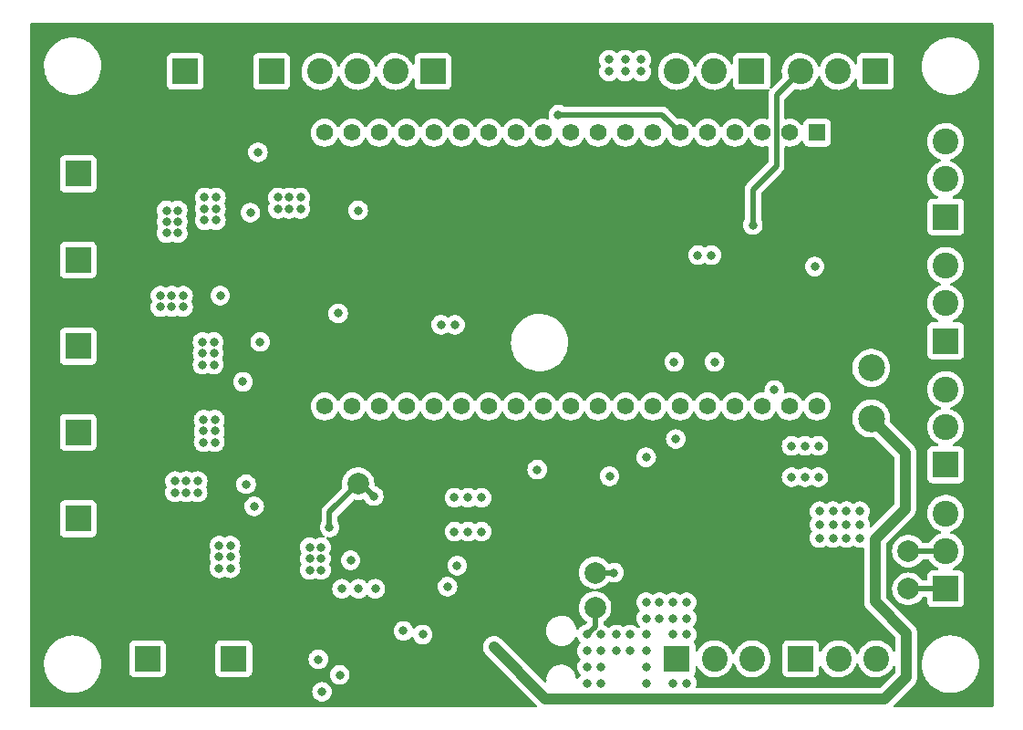
<source format=gbl>
G04 #@! TF.GenerationSoftware,KiCad,Pcbnew,(6.0.2)*
G04 #@! TF.CreationDate,2023-09-26T16:39:09+02:00*
G04 #@! TF.ProjectId,PCB_Layout_MOSFET,5043425f-4c61-4796-9f75-745f4d4f5346,rev?*
G04 #@! TF.SameCoordinates,Original*
G04 #@! TF.FileFunction,Copper,L4,Bot*
G04 #@! TF.FilePolarity,Positive*
%FSLAX46Y46*%
G04 Gerber Fmt 4.6, Leading zero omitted, Abs format (unit mm)*
G04 Created by KiCad (PCBNEW (6.0.2)) date 2023-09-26 16:39:09*
%MOMM*%
%LPD*%
G01*
G04 APERTURE LIST*
G04 #@! TA.AperFunction,ComponentPad*
%ADD10C,2.500000*%
G04 #@! TD*
G04 #@! TA.AperFunction,ComponentPad*
%ADD11R,2.400000X2.400000*%
G04 #@! TD*
G04 #@! TA.AperFunction,ComponentPad*
%ADD12C,2.400000*%
G04 #@! TD*
G04 #@! TA.AperFunction,ComponentPad*
%ADD13R,1.560000X1.560000*%
G04 #@! TD*
G04 #@! TA.AperFunction,ComponentPad*
%ADD14C,1.560000*%
G04 #@! TD*
G04 #@! TA.AperFunction,SMDPad,CuDef*
%ADD15C,2.000000*%
G04 #@! TD*
G04 #@! TA.AperFunction,ViaPad*
%ADD16C,0.800000*%
G04 #@! TD*
G04 #@! TA.AperFunction,Conductor*
%ADD17C,0.500000*%
G04 #@! TD*
G04 #@! TA.AperFunction,Conductor*
%ADD18C,1.000000*%
G04 #@! TD*
G04 APERTURE END LIST*
D10*
X136650000Y-100700000D03*
X136650000Y-105400000D03*
X136650000Y-96000000D03*
D11*
X143550000Y-105000000D03*
D12*
X143550000Y-101500000D03*
X143550000Y-98000000D03*
D11*
X125550000Y-68500000D03*
D12*
X122050000Y-68500000D03*
X118550000Y-68500000D03*
D11*
X143550000Y-116500000D03*
D12*
X143550000Y-113000000D03*
X143550000Y-109500000D03*
D11*
X95950000Y-68500000D03*
D12*
X92450000Y-68500000D03*
X88950000Y-68500000D03*
X85450000Y-68500000D03*
D11*
X69450000Y-123000000D03*
D12*
X72950000Y-123000000D03*
D11*
X143550000Y-82000000D03*
D12*
X143550000Y-78500000D03*
X143550000Y-75000000D03*
D11*
X63000000Y-86000000D03*
D12*
X63000000Y-89500000D03*
D11*
X137050000Y-68500000D03*
D12*
X133550000Y-68500000D03*
X130050000Y-68500000D03*
D11*
X130100000Y-123000000D03*
D12*
X133600000Y-123000000D03*
X137100000Y-123000000D03*
D11*
X77450000Y-123000000D03*
D12*
X80950000Y-123000000D03*
D13*
X131610000Y-74177500D03*
D14*
X129070000Y-74177500D03*
X126530000Y-74177500D03*
X123990000Y-74177500D03*
X121450000Y-74177500D03*
X118910000Y-74177500D03*
X116370000Y-74177500D03*
X113830000Y-74177500D03*
X111290000Y-74177500D03*
X108750000Y-74177500D03*
X106210000Y-74177500D03*
X103670000Y-74177500D03*
X101130000Y-74177500D03*
X98590000Y-74177500D03*
X96050000Y-74177500D03*
X93510000Y-74177500D03*
X90970000Y-74177500D03*
X88430000Y-74177500D03*
X85890000Y-74177500D03*
X131610000Y-99577500D03*
X129070000Y-99577500D03*
X126530000Y-99577500D03*
X123990000Y-99577500D03*
X121450000Y-99577500D03*
X118910000Y-99577500D03*
X116370000Y-99577500D03*
X113830000Y-99577500D03*
X111290000Y-99577500D03*
X108750000Y-99577500D03*
X106210000Y-99577500D03*
X103670000Y-99577500D03*
X101130000Y-99577500D03*
X98590000Y-99577500D03*
X96050000Y-99577500D03*
X93510000Y-99577500D03*
X90970000Y-99577500D03*
X88430000Y-99577500D03*
X85890000Y-99577500D03*
D11*
X63000000Y-110000000D03*
D12*
X63000000Y-113500000D03*
D11*
X63000000Y-78000000D03*
D12*
X63000000Y-81500000D03*
D11*
X118600000Y-123000000D03*
D12*
X122100000Y-123000000D03*
X125600000Y-123000000D03*
D11*
X143550000Y-93500000D03*
D12*
X143550000Y-90000000D03*
X143550000Y-86500000D03*
D11*
X63000000Y-94000000D03*
D12*
X63000000Y-97500000D03*
D11*
X72950000Y-68500000D03*
D12*
X69450000Y-68500000D03*
D11*
X80950000Y-68500000D03*
D12*
X77450000Y-68500000D03*
D11*
X63000000Y-102000000D03*
D12*
X63000000Y-105500000D03*
D15*
X140100000Y-113000000D03*
X111000000Y-115000000D03*
X89000000Y-103100000D03*
X140100000Y-116500000D03*
X89000000Y-106750000D03*
X111000000Y-118250000D03*
D16*
X112750000Y-115000000D03*
X79700000Y-76000000D03*
X74550000Y-95700000D03*
X98200000Y-114350000D03*
X85550000Y-112650000D03*
X96700000Y-92000000D03*
X121800000Y-85550000D03*
X131850000Y-111800000D03*
X134350000Y-111800000D03*
X75800000Y-80200000D03*
X100450000Y-111200000D03*
X76100000Y-113550000D03*
X74750000Y-81250000D03*
X114250000Y-122250000D03*
X89050000Y-116500000D03*
X84500000Y-112650000D03*
X85300000Y-123050000D03*
X135600000Y-110550000D03*
X112300000Y-68500000D03*
X83650000Y-81250000D03*
X86350000Y-110800000D03*
X72000000Y-106500000D03*
X111500000Y-120750000D03*
X71200000Y-82450000D03*
X82600000Y-81250000D03*
X79900000Y-93600000D03*
X110250000Y-122250000D03*
X72750000Y-89300000D03*
X90450000Y-107900000D03*
X112300000Y-67400000D03*
X85550000Y-114750000D03*
X75600000Y-95700000D03*
X71700000Y-90350000D03*
X72250000Y-83500000D03*
X74750000Y-82300000D03*
X84500000Y-113700000D03*
X114250000Y-120750000D03*
X79350000Y-108850000D03*
X134350000Y-109300000D03*
X99200000Y-108050000D03*
X122100000Y-95450000D03*
X111500000Y-125250000D03*
X135600000Y-111800000D03*
X111500000Y-122250000D03*
X77150000Y-112500000D03*
X129250000Y-103250000D03*
X115750000Y-119250000D03*
X130500000Y-106150000D03*
X73050000Y-106500000D03*
X133100000Y-110550000D03*
X70650000Y-90350000D03*
X112350000Y-106050000D03*
X74750000Y-80200000D03*
X71200000Y-83500000D03*
X85650000Y-126050000D03*
X74550000Y-93600000D03*
X110250000Y-123750000D03*
X76100000Y-114600000D03*
X98000000Y-92000000D03*
X105630000Y-105450000D03*
X131750000Y-106150000D03*
X100450000Y-108050000D03*
X74650000Y-101850000D03*
X72250000Y-82450000D03*
X75800000Y-81250000D03*
X76200000Y-89300000D03*
X93200000Y-120400000D03*
X113000000Y-120750000D03*
X73050000Y-107550000D03*
X131400000Y-86600000D03*
X115300000Y-68500000D03*
X75700000Y-101850000D03*
X87500000Y-116500000D03*
X77150000Y-114600000D03*
X83650000Y-80200000D03*
X88300000Y-113850000D03*
X110250000Y-125250000D03*
X82600000Y-80200000D03*
X78300000Y-97300000D03*
X115750000Y-123750000D03*
X120550000Y-85550000D03*
X127650000Y-98050000D03*
X81550000Y-80200000D03*
X131850000Y-110550000D03*
X118250000Y-119250000D03*
X117000000Y-117750000D03*
X75700000Y-102900000D03*
X97950000Y-111200000D03*
X119500000Y-117750000D03*
X74650000Y-100800000D03*
X113000000Y-122250000D03*
X131850000Y-109300000D03*
X133100000Y-109300000D03*
X115300000Y-67400000D03*
X72750000Y-90350000D03*
X134350000Y-110550000D03*
X119500000Y-120750000D03*
X95000000Y-120750000D03*
X75800000Y-82300000D03*
X97950000Y-108050000D03*
X118250000Y-120750000D03*
X115750000Y-104300000D03*
X113800000Y-68500000D03*
X117000000Y-119250000D03*
X89000000Y-81400000D03*
X71200000Y-81400000D03*
X72000000Y-107550000D03*
X119500000Y-125250000D03*
X97300000Y-116300000D03*
X75700000Y-100800000D03*
X74650000Y-102900000D03*
X115750000Y-117750000D03*
X74100000Y-107550000D03*
X90600000Y-116500000D03*
X78600000Y-106800000D03*
X115750000Y-125250000D03*
X76100000Y-112500000D03*
X115750000Y-122250000D03*
X129250000Y-106150000D03*
X119500000Y-119250000D03*
X131750000Y-103250000D03*
X85550000Y-113700000D03*
X115750000Y-120750000D03*
X118250000Y-125250000D03*
X113800000Y-67400000D03*
X70650000Y-89300000D03*
X79000000Y-81600000D03*
X99200000Y-111200000D03*
X118250000Y-117750000D03*
X135600000Y-109300000D03*
X130500000Y-103250000D03*
X81550000Y-81250000D03*
X87150000Y-90950000D03*
X84500000Y-114750000D03*
X71700000Y-89300000D03*
X87300000Y-124500000D03*
X72250000Y-81400000D03*
X74550000Y-94650000D03*
X110250000Y-120750000D03*
X118350000Y-95450000D03*
X75600000Y-94650000D03*
X118500000Y-102600000D03*
X77150000Y-113550000D03*
X75600000Y-93600000D03*
X133100000Y-111800000D03*
X74100000Y-106500000D03*
X111500000Y-123750000D03*
X125650000Y-82750000D03*
X66500000Y-91500000D03*
X68350000Y-72000000D03*
X103000000Y-112500000D03*
X79675000Y-120800000D03*
X92550000Y-105800000D03*
X75025000Y-120800000D03*
X86800000Y-120300000D03*
X77600000Y-72000000D03*
X66600000Y-82350000D03*
X87700000Y-120300000D03*
X75000000Y-119600000D03*
X66500000Y-104000000D03*
X67175000Y-70800000D03*
X66400000Y-115550000D03*
X104100000Y-108300000D03*
X82000000Y-119600000D03*
X65300000Y-99525000D03*
X65300000Y-89175000D03*
X65300000Y-106375000D03*
X65400000Y-81175000D03*
X65200000Y-113225000D03*
X90400000Y-120300000D03*
X91300000Y-120300000D03*
X65300000Y-104025000D03*
X82025000Y-120800000D03*
X66600000Y-81150000D03*
X72650000Y-119600000D03*
X78750000Y-72000000D03*
X79650000Y-119600000D03*
X65300000Y-97175000D03*
X65300000Y-91525000D03*
X66400000Y-114400000D03*
X66500000Y-97150000D03*
X65300000Y-88025000D03*
X83150000Y-119600000D03*
X71525000Y-120800000D03*
X103000000Y-107200000D03*
X66400000Y-112050000D03*
X73875000Y-120800000D03*
X66500000Y-90350000D03*
X76400000Y-72000000D03*
X80825000Y-120800000D03*
X106300000Y-108300000D03*
X66500000Y-99500000D03*
X89500000Y-120300000D03*
X66500000Y-105150000D03*
X103000000Y-108300000D03*
X83175000Y-120800000D03*
X65300000Y-96025000D03*
X65300000Y-90375000D03*
X70700000Y-72000000D03*
X92500000Y-126050000D03*
X66600000Y-80000000D03*
X88600000Y-120300000D03*
X66400000Y-113200000D03*
X66500000Y-96000000D03*
X66500000Y-89150000D03*
X66500000Y-88000000D03*
X65200000Y-112075000D03*
X75225000Y-70800000D03*
X66500000Y-98350000D03*
X66500000Y-106350000D03*
X65300000Y-98375000D03*
X80800000Y-119600000D03*
X66600000Y-83500000D03*
X67200000Y-72000000D03*
X65200000Y-115575000D03*
X104100000Y-111300000D03*
X65400000Y-82375000D03*
X65300000Y-107525000D03*
X72675000Y-120800000D03*
X104100000Y-107200000D03*
X103000000Y-111300000D03*
X70675000Y-70800000D03*
X69550000Y-72000000D03*
X65300000Y-105175000D03*
X77575000Y-70800000D03*
X65400000Y-80025000D03*
X75250000Y-72000000D03*
X76375000Y-70800000D03*
X104100000Y-112500000D03*
X71500000Y-119600000D03*
X66500000Y-107500000D03*
X68325000Y-70800000D03*
X65400000Y-83525000D03*
X69525000Y-70800000D03*
X65200000Y-114425000D03*
X73850000Y-119600000D03*
X106300000Y-107200000D03*
X78725000Y-70800000D03*
X107600000Y-72500000D03*
X101600000Y-121900000D03*
D17*
X143550000Y-113000000D02*
X140100000Y-113000000D01*
X111000000Y-115000000D02*
X112750000Y-115000000D01*
X89000000Y-106750000D02*
X86350000Y-109400000D01*
X143550000Y-116500000D02*
X140100000Y-116500000D01*
X86350000Y-109400000D02*
X86350000Y-110800000D01*
X111000000Y-118250000D02*
X111000000Y-120000000D01*
X89300000Y-106750000D02*
X90450000Y-107900000D01*
X111000000Y-120000000D02*
X110250000Y-120750000D01*
X89000000Y-106750000D02*
X89300000Y-106750000D01*
X127840489Y-77259511D02*
X127840489Y-70709511D01*
X125650000Y-82750000D02*
X125650000Y-79450000D01*
X127840489Y-70709511D02*
X130050000Y-68500000D01*
X125650000Y-79450000D02*
X127840489Y-77259511D01*
X107600000Y-72500000D02*
X117232500Y-72500000D01*
X117232500Y-72500000D02*
X118910000Y-74177500D01*
D18*
X139900000Y-120600000D02*
X139900000Y-124700000D01*
X137000000Y-111900000D02*
X137000000Y-117700000D01*
X139900000Y-124700000D02*
X137900000Y-126700000D01*
X137000000Y-117700000D02*
X139900000Y-120600000D01*
X136650000Y-100700000D02*
X139800000Y-103850000D01*
X139800000Y-109100000D02*
X137000000Y-111900000D01*
X106400000Y-126700000D02*
X101600000Y-121900000D01*
X137900000Y-126700000D02*
X106400000Y-126700000D01*
X139800000Y-103850000D02*
X139800000Y-109100000D01*
G04 #@! TA.AperFunction,Conductor*
G36*
X147934121Y-64028002D02*
G01*
X147980614Y-64081658D01*
X147992000Y-64134000D01*
X147992000Y-127366000D01*
X147971998Y-127434121D01*
X147918342Y-127480614D01*
X147866000Y-127492000D01*
X138838425Y-127492000D01*
X138770304Y-127471998D01*
X138723811Y-127418342D01*
X138713707Y-127348068D01*
X138743201Y-127283488D01*
X138749330Y-127276905D01*
X140569379Y-125456855D01*
X140579522Y-125447753D01*
X140604218Y-125427897D01*
X140609025Y-125424032D01*
X140641292Y-125385578D01*
X140644472Y-125381931D01*
X140646115Y-125380119D01*
X140648309Y-125377925D01*
X140675642Y-125344651D01*
X140676348Y-125343800D01*
X140678339Y-125341428D01*
X140736154Y-125272526D01*
X140738722Y-125267856D01*
X140742103Y-125263739D01*
X140785977Y-125181914D01*
X140786606Y-125180755D01*
X140828462Y-125104619D01*
X140828465Y-125104611D01*
X140831433Y-125099213D01*
X140833045Y-125094131D01*
X140835562Y-125089437D01*
X140862762Y-125000469D01*
X140863108Y-124999358D01*
X140867310Y-124986114D01*
X140891235Y-124910694D01*
X140891829Y-124905398D01*
X140893387Y-124900302D01*
X140902790Y-124807743D01*
X140902911Y-124806607D01*
X140908500Y-124756773D01*
X140908500Y-124753246D01*
X140908555Y-124752261D01*
X140909002Y-124746581D01*
X140913374Y-124703538D01*
X140909059Y-124657891D01*
X140908500Y-124646033D01*
X140908500Y-123546485D01*
X141336854Y-123546485D01*
X141345971Y-123662325D01*
X141360417Y-123845875D01*
X141362370Y-123870695D01*
X141427206Y-124189378D01*
X141530398Y-124497784D01*
X141670405Y-124791316D01*
X141672467Y-124794553D01*
X141672470Y-124794558D01*
X141691155Y-124823887D01*
X141845141Y-125065597D01*
X141847584Y-125068560D01*
X141847585Y-125068562D01*
X142033260Y-125293803D01*
X142052001Y-125316538D01*
X142287902Y-125540399D01*
X142549326Y-125733843D01*
X142690851Y-125813914D01*
X142829019Y-125892086D01*
X142829023Y-125892088D01*
X142832376Y-125893985D01*
X143132832Y-126018438D01*
X143222968Y-126043435D01*
X143442500Y-126104317D01*
X143442508Y-126104319D01*
X143446216Y-126105347D01*
X143767856Y-126153416D01*
X143771154Y-126153560D01*
X143882918Y-126158440D01*
X143882922Y-126158440D01*
X143884294Y-126158500D01*
X144082598Y-126158500D01*
X144324605Y-126143698D01*
X144328388Y-126142997D01*
X144328395Y-126142996D01*
X144528459Y-126105916D01*
X144644372Y-126084433D01*
X144853682Y-126018438D01*
X144950860Y-125987798D01*
X144950863Y-125987797D01*
X144954532Y-125986640D01*
X144958029Y-125985046D01*
X144958035Y-125985044D01*
X145246954Y-125853376D01*
X145246958Y-125853374D01*
X145250462Y-125851777D01*
X145446655Y-125731550D01*
X145524473Y-125683863D01*
X145524476Y-125683861D01*
X145527751Y-125681854D01*
X145530755Y-125679464D01*
X145530760Y-125679461D01*
X145696571Y-125547568D01*
X145782264Y-125479405D01*
X145784958Y-125476664D01*
X145784962Y-125476660D01*
X146007513Y-125250190D01*
X146007517Y-125250185D01*
X146010208Y-125247447D01*
X146148950Y-125066635D01*
X146205835Y-124992502D01*
X146205837Y-124992498D01*
X146208185Y-124989439D01*
X146340027Y-124765615D01*
X146371289Y-124712543D01*
X146371291Y-124712540D01*
X146373242Y-124709227D01*
X146502920Y-124410988D01*
X146509568Y-124388547D01*
X146568564Y-124189378D01*
X146595285Y-124099169D01*
X146648961Y-123778417D01*
X146663146Y-123453515D01*
X146645820Y-123233365D01*
X146637932Y-123133140D01*
X146637932Y-123133137D01*
X146637630Y-123129305D01*
X146572794Y-122810622D01*
X146469602Y-122502216D01*
X146466031Y-122494728D01*
X146405227Y-122367251D01*
X146329595Y-122208684D01*
X146154859Y-121934403D01*
X146122809Y-121895523D01*
X145950442Y-121686425D01*
X145950438Y-121686420D01*
X145947999Y-121683462D01*
X145712098Y-121459601D01*
X145450674Y-121266157D01*
X145244897Y-121149734D01*
X145170981Y-121107914D01*
X145170977Y-121107912D01*
X145167624Y-121106015D01*
X144867168Y-120981562D01*
X144739678Y-120946206D01*
X144557500Y-120895683D01*
X144557492Y-120895681D01*
X144553784Y-120894653D01*
X144232144Y-120846584D01*
X144228846Y-120846440D01*
X144117082Y-120841560D01*
X144117078Y-120841560D01*
X144115706Y-120841500D01*
X143917402Y-120841500D01*
X143675395Y-120856302D01*
X143671612Y-120857003D01*
X143671605Y-120857004D01*
X143515511Y-120885935D01*
X143355628Y-120915567D01*
X143214765Y-120959981D01*
X143049140Y-121012202D01*
X143049137Y-121012203D01*
X143045468Y-121013360D01*
X143041971Y-121014954D01*
X143041965Y-121014956D01*
X142753046Y-121146624D01*
X142753042Y-121146626D01*
X142749538Y-121148223D01*
X142746259Y-121150233D01*
X142746256Y-121150234D01*
X142487990Y-121308500D01*
X142472249Y-121318146D01*
X142469245Y-121320536D01*
X142469240Y-121320539D01*
X142347587Y-121417307D01*
X142217736Y-121520595D01*
X142215042Y-121523336D01*
X142215038Y-121523340D01*
X141992487Y-121749810D01*
X141992483Y-121749815D01*
X141989792Y-121752553D01*
X141791815Y-122010561D01*
X141750753Y-122080271D01*
X141632042Y-122281803D01*
X141626758Y-122290773D01*
X141497080Y-122589012D01*
X141495986Y-122592706D01*
X141495984Y-122592711D01*
X141487440Y-122621556D01*
X141404715Y-122900831D01*
X141351039Y-123221583D01*
X141336854Y-123546485D01*
X140908500Y-123546485D01*
X140908500Y-120661842D01*
X140909237Y-120648235D01*
X140912659Y-120616737D01*
X140912659Y-120616732D01*
X140913324Y-120610611D01*
X140908950Y-120560609D01*
X140908621Y-120555784D01*
X140908500Y-120553313D01*
X140908500Y-120550231D01*
X140904309Y-120507489D01*
X140904187Y-120506174D01*
X140896623Y-120419719D01*
X140896087Y-120413587D01*
X140894600Y-120408468D01*
X140894080Y-120403167D01*
X140867218Y-120314194D01*
X140866862Y-120312994D01*
X140840909Y-120223663D01*
X140838455Y-120218929D01*
X140836916Y-120213831D01*
X140807483Y-120158475D01*
X140793316Y-120131831D01*
X140792702Y-120130663D01*
X140752726Y-120053541D01*
X140752725Y-120053540D01*
X140749892Y-120048074D01*
X140746569Y-120043911D01*
X140744066Y-120039204D01*
X140685245Y-119967082D01*
X140684554Y-119966226D01*
X140653262Y-119927027D01*
X140650758Y-119924523D01*
X140650116Y-119923805D01*
X140646415Y-119919472D01*
X140619065Y-119885938D01*
X140607234Y-119876150D01*
X140583738Y-119856713D01*
X140574958Y-119848723D01*
X139310545Y-118584310D01*
X138045405Y-117319171D01*
X138011380Y-117256859D01*
X138008500Y-117230076D01*
X138008500Y-116500000D01*
X138586835Y-116500000D01*
X138605465Y-116736711D01*
X138606619Y-116741518D01*
X138606620Y-116741524D01*
X138630707Y-116841852D01*
X138660895Y-116967594D01*
X138662788Y-116972165D01*
X138662789Y-116972167D01*
X138748889Y-117180031D01*
X138751760Y-117186963D01*
X138754346Y-117191183D01*
X138873241Y-117385202D01*
X138873245Y-117385208D01*
X138875824Y-117389416D01*
X139009032Y-117545382D01*
X139024111Y-117563037D01*
X139030031Y-117569969D01*
X139210584Y-117724176D01*
X139214792Y-117726755D01*
X139214798Y-117726759D01*
X139324230Y-117793819D01*
X139413037Y-117848240D01*
X139417607Y-117850133D01*
X139417611Y-117850135D01*
X139618548Y-117933365D01*
X139632406Y-117939105D01*
X139712609Y-117958360D01*
X139858476Y-117993380D01*
X139858482Y-117993381D01*
X139863289Y-117994535D01*
X140100000Y-118013165D01*
X140336711Y-117994535D01*
X140341518Y-117993381D01*
X140341524Y-117993380D01*
X140487391Y-117958360D01*
X140567594Y-117939105D01*
X140581452Y-117933365D01*
X140782389Y-117850135D01*
X140782393Y-117850133D01*
X140786963Y-117848240D01*
X140875770Y-117793819D01*
X140985202Y-117726759D01*
X140985208Y-117726755D01*
X140989416Y-117724176D01*
X141169969Y-117569969D01*
X141175890Y-117563037D01*
X141320963Y-117393178D01*
X141324176Y-117389416D01*
X141367533Y-117318664D01*
X141420181Y-117271033D01*
X141474965Y-117258500D01*
X141715500Y-117258500D01*
X141783621Y-117278502D01*
X141830114Y-117332158D01*
X141841500Y-117384500D01*
X141841500Y-117748134D01*
X141848255Y-117810316D01*
X141899385Y-117946705D01*
X141986739Y-118063261D01*
X142103295Y-118150615D01*
X142239684Y-118201745D01*
X142301866Y-118208500D01*
X144798134Y-118208500D01*
X144860316Y-118201745D01*
X144996705Y-118150615D01*
X145113261Y-118063261D01*
X145200615Y-117946705D01*
X145251745Y-117810316D01*
X145258500Y-117748134D01*
X145258500Y-115251866D01*
X145251745Y-115189684D01*
X145200615Y-115053295D01*
X145113261Y-114936739D01*
X144996705Y-114849385D01*
X144860316Y-114798255D01*
X144798134Y-114791500D01*
X144320964Y-114791500D01*
X144252843Y-114771498D01*
X144206350Y-114717842D01*
X144196246Y-114647568D01*
X144225740Y-114582988D01*
X144271225Y-114549733D01*
X144341110Y-114519708D01*
X144345090Y-114517245D01*
X144345094Y-114517243D01*
X144553064Y-114388547D01*
X144553066Y-114388545D01*
X144557047Y-114386082D01*
X144562783Y-114381226D01*
X144747289Y-114225031D01*
X144747291Y-114225029D01*
X144750862Y-114222006D01*
X144918295Y-114031084D01*
X144930571Y-114012000D01*
X145053141Y-113821442D01*
X145055669Y-113817512D01*
X145159967Y-113585980D01*
X145228896Y-113341575D01*
X145242073Y-113238000D01*
X145260545Y-113092798D01*
X145260545Y-113092792D01*
X145260943Y-113089667D01*
X145261820Y-113056197D01*
X145262636Y-113025000D01*
X145263291Y-113000000D01*
X145246067Y-112768223D01*
X145244818Y-112751411D01*
X145244817Y-112751407D01*
X145244472Y-112746759D01*
X145235505Y-112707128D01*
X145197057Y-112537218D01*
X145188428Y-112499082D01*
X145186232Y-112493435D01*
X145098084Y-112266762D01*
X145098083Y-112266760D01*
X145096391Y-112262409D01*
X145077140Y-112228726D01*
X144972702Y-112045997D01*
X144972700Y-112045995D01*
X144970383Y-112041940D01*
X144813171Y-111842517D01*
X144694144Y-111730548D01*
X144631610Y-111671722D01*
X144631608Y-111671720D01*
X144628209Y-111668523D01*
X144543952Y-111610072D01*
X144423393Y-111526437D01*
X144423390Y-111526435D01*
X144419561Y-111523779D01*
X144415384Y-111521719D01*
X144415377Y-111521715D01*
X144195996Y-111413528D01*
X144195992Y-111413527D01*
X144191810Y-111411464D01*
X144065901Y-111371160D01*
X144007121Y-111331342D01*
X143979199Y-111266067D01*
X143991000Y-111196058D01*
X144038778Y-111143543D01*
X144072234Y-111129310D01*
X144073929Y-111128864D01*
X144107793Y-111119948D01*
X144226353Y-111069011D01*
X144336807Y-111021557D01*
X144336810Y-111021555D01*
X144341110Y-111019708D01*
X144345090Y-111017245D01*
X144345094Y-111017243D01*
X144553064Y-110888547D01*
X144553066Y-110888545D01*
X144557047Y-110886082D01*
X144655428Y-110802797D01*
X144747289Y-110725031D01*
X144747291Y-110725029D01*
X144750862Y-110722006D01*
X144918295Y-110531084D01*
X144921537Y-110526045D01*
X145024072Y-110366635D01*
X145055669Y-110317512D01*
X145159967Y-110085980D01*
X145228896Y-109841575D01*
X145244516Y-109718794D01*
X145260545Y-109592798D01*
X145260545Y-109592792D01*
X145260943Y-109589667D01*
X145261177Y-109580755D01*
X145263208Y-109503160D01*
X145263291Y-109500000D01*
X145259612Y-109450497D01*
X145244818Y-109251411D01*
X145244817Y-109251407D01*
X145244472Y-109246759D01*
X145240065Y-109227279D01*
X145197671Y-109039928D01*
X145188428Y-108999082D01*
X145163403Y-108934729D01*
X145098084Y-108766762D01*
X145098083Y-108766760D01*
X145096391Y-108762409D01*
X145074413Y-108723955D01*
X144972702Y-108545997D01*
X144972700Y-108545995D01*
X144970383Y-108541940D01*
X144813171Y-108342517D01*
X144704115Y-108239928D01*
X144631610Y-108171722D01*
X144631608Y-108171720D01*
X144628209Y-108168523D01*
X144584483Y-108138189D01*
X144423393Y-108026437D01*
X144423390Y-108026435D01*
X144419561Y-108023779D01*
X144415384Y-108021719D01*
X144415377Y-108021715D01*
X144195996Y-107913528D01*
X144195992Y-107913527D01*
X144191810Y-107911464D01*
X143949960Y-107834047D01*
X143945355Y-107833297D01*
X143703935Y-107793980D01*
X143703934Y-107793980D01*
X143699323Y-107793229D01*
X143572364Y-107791567D01*
X143450083Y-107789966D01*
X143450080Y-107789966D01*
X143445406Y-107789905D01*
X143193787Y-107824149D01*
X142949993Y-107895208D01*
X142719380Y-108001522D01*
X142715471Y-108004085D01*
X142510928Y-108138189D01*
X142510923Y-108138193D01*
X142507015Y-108140755D01*
X142467476Y-108176045D01*
X142331507Y-108297402D01*
X142317562Y-108309848D01*
X142155183Y-108505087D01*
X142023447Y-108722182D01*
X142021638Y-108726496D01*
X142021637Y-108726498D01*
X141934319Y-108934729D01*
X141925246Y-108956365D01*
X141924095Y-108960897D01*
X141924094Y-108960900D01*
X141905690Y-109033365D01*
X141862738Y-109202490D01*
X141837296Y-109455151D01*
X141837520Y-109459817D01*
X141837520Y-109459822D01*
X141839450Y-109500000D01*
X141849480Y-109708798D01*
X141864027Y-109781931D01*
X141888447Y-109904696D01*
X141899021Y-109957857D01*
X141900600Y-109962255D01*
X141900602Y-109962262D01*
X141945022Y-110085980D01*
X141984831Y-110196858D01*
X141987048Y-110200984D01*
X142072529Y-110360072D01*
X142105025Y-110420551D01*
X142107820Y-110424294D01*
X142107822Y-110424297D01*
X142254171Y-110620282D01*
X142254176Y-110620288D01*
X142256963Y-110624020D01*
X142260272Y-110627300D01*
X142260277Y-110627306D01*
X142358859Y-110725031D01*
X142437307Y-110802797D01*
X142441069Y-110805555D01*
X142441072Y-110805558D01*
X142546764Y-110883054D01*
X142642094Y-110952953D01*
X142646229Y-110955129D01*
X142646233Y-110955131D01*
X142750659Y-111010072D01*
X142866827Y-111071191D01*
X143038781Y-111131240D01*
X143096497Y-111172581D01*
X143122701Y-111238565D01*
X143109072Y-111308241D01*
X143059936Y-111359487D01*
X143032497Y-111371160D01*
X142949993Y-111395208D01*
X142719380Y-111501522D01*
X142671944Y-111532622D01*
X142510928Y-111638189D01*
X142510923Y-111638193D01*
X142507015Y-111640755D01*
X142426337Y-111712763D01*
X142328596Y-111800000D01*
X142317562Y-111809848D01*
X142155183Y-112005087D01*
X142050695Y-112177279D01*
X142048519Y-112180865D01*
X141996080Y-112228726D01*
X141940800Y-112241500D01*
X141474965Y-112241500D01*
X141406844Y-112221498D01*
X141367533Y-112181336D01*
X141324176Y-112110584D01*
X141226488Y-111996206D01*
X141173177Y-111933787D01*
X141169969Y-111930031D01*
X140989416Y-111775824D01*
X140985208Y-111773245D01*
X140985202Y-111773241D01*
X140791183Y-111654346D01*
X140786963Y-111651760D01*
X140782393Y-111649867D01*
X140782389Y-111649865D01*
X140572167Y-111562789D01*
X140572165Y-111562788D01*
X140567594Y-111560895D01*
X140437666Y-111529702D01*
X140341524Y-111506620D01*
X140341518Y-111506619D01*
X140336711Y-111505465D01*
X140100000Y-111486835D01*
X139863289Y-111505465D01*
X139858482Y-111506619D01*
X139858476Y-111506620D01*
X139762334Y-111529702D01*
X139632406Y-111560895D01*
X139627835Y-111562788D01*
X139627833Y-111562789D01*
X139417611Y-111649865D01*
X139417607Y-111649867D01*
X139413037Y-111651760D01*
X139408817Y-111654346D01*
X139214798Y-111773241D01*
X139214792Y-111773245D01*
X139210584Y-111775824D01*
X139030031Y-111930031D01*
X138875824Y-112110584D01*
X138873245Y-112114792D01*
X138873241Y-112114798D01*
X138769107Y-112284729D01*
X138751760Y-112313037D01*
X138749867Y-112317607D01*
X138749865Y-112317611D01*
X138668142Y-112514909D01*
X138660895Y-112532406D01*
X138659740Y-112537218D01*
X138608317Y-112751411D01*
X138605465Y-112763289D01*
X138586835Y-113000000D01*
X138605465Y-113236711D01*
X138606619Y-113241518D01*
X138606620Y-113241524D01*
X138631720Y-113346073D01*
X138660895Y-113467594D01*
X138662788Y-113472165D01*
X138662789Y-113472167D01*
X138747238Y-113676045D01*
X138751760Y-113686963D01*
X138754346Y-113691183D01*
X138873241Y-113885202D01*
X138873245Y-113885208D01*
X138875824Y-113889416D01*
X138951861Y-113978444D01*
X139026019Y-114065271D01*
X139030031Y-114069969D01*
X139033787Y-114073177D01*
X139038590Y-114077279D01*
X139210584Y-114224176D01*
X139214792Y-114226755D01*
X139214798Y-114226759D01*
X139355591Y-114313037D01*
X139413037Y-114348240D01*
X139417607Y-114350133D01*
X139417611Y-114350135D01*
X139578158Y-114416635D01*
X139632406Y-114439105D01*
X139690087Y-114452953D01*
X139858476Y-114493380D01*
X139858482Y-114493381D01*
X139863289Y-114494535D01*
X140100000Y-114513165D01*
X140336711Y-114494535D01*
X140341518Y-114493381D01*
X140341524Y-114493380D01*
X140509913Y-114452953D01*
X140567594Y-114439105D01*
X140621842Y-114416635D01*
X140782389Y-114350135D01*
X140782393Y-114350133D01*
X140786963Y-114348240D01*
X140844409Y-114313037D01*
X140985202Y-114226759D01*
X140985208Y-114226755D01*
X140989416Y-114224176D01*
X141161410Y-114077279D01*
X141166213Y-114073177D01*
X141169969Y-114069969D01*
X141173982Y-114065271D01*
X141320963Y-113893178D01*
X141324176Y-113889416D01*
X141367533Y-113818664D01*
X141420181Y-113771033D01*
X141474965Y-113758500D01*
X141942618Y-113758500D01*
X142010739Y-113778502D01*
X142053607Y-113824858D01*
X142105025Y-113920551D01*
X142107820Y-113924294D01*
X142107822Y-113924297D01*
X142254171Y-114120282D01*
X142254176Y-114120288D01*
X142256963Y-114124020D01*
X142260272Y-114127300D01*
X142260277Y-114127306D01*
X142368642Y-114234729D01*
X142437307Y-114302797D01*
X142441069Y-114305555D01*
X142441072Y-114305558D01*
X142583612Y-114410072D01*
X142642094Y-114452953D01*
X142646229Y-114455129D01*
X142646233Y-114455131D01*
X142834137Y-114553992D01*
X142885109Y-114603411D01*
X142901272Y-114672544D01*
X142877493Y-114739440D01*
X142821322Y-114782860D01*
X142775469Y-114791500D01*
X142301866Y-114791500D01*
X142239684Y-114798255D01*
X142103295Y-114849385D01*
X141986739Y-114936739D01*
X141899385Y-115053295D01*
X141848255Y-115189684D01*
X141841500Y-115251866D01*
X141841500Y-115615500D01*
X141821498Y-115683621D01*
X141767842Y-115730114D01*
X141715500Y-115741500D01*
X141474965Y-115741500D01*
X141406844Y-115721498D01*
X141367533Y-115681336D01*
X141324176Y-115610584D01*
X141169969Y-115430031D01*
X140989416Y-115275824D01*
X140985208Y-115273245D01*
X140985202Y-115273241D01*
X140791183Y-115154346D01*
X140786963Y-115151760D01*
X140782393Y-115149867D01*
X140782389Y-115149865D01*
X140572167Y-115062789D01*
X140572165Y-115062788D01*
X140567594Y-115060895D01*
X140487391Y-115041640D01*
X140341524Y-115006620D01*
X140341518Y-115006619D01*
X140336711Y-115005465D01*
X140100000Y-114986835D01*
X139863289Y-115005465D01*
X139858482Y-115006619D01*
X139858476Y-115006620D01*
X139712609Y-115041640D01*
X139632406Y-115060895D01*
X139627835Y-115062788D01*
X139627833Y-115062789D01*
X139417611Y-115149865D01*
X139417607Y-115149867D01*
X139413037Y-115151760D01*
X139408817Y-115154346D01*
X139214798Y-115273241D01*
X139214792Y-115273245D01*
X139210584Y-115275824D01*
X139030031Y-115430031D01*
X138875824Y-115610584D01*
X138873245Y-115614792D01*
X138873241Y-115614798D01*
X138767570Y-115787237D01*
X138751760Y-115813037D01*
X138749867Y-115817607D01*
X138749865Y-115817611D01*
X138687252Y-115968774D01*
X138660895Y-116032406D01*
X138605465Y-116263289D01*
X138586835Y-116500000D01*
X138008500Y-116500000D01*
X138008500Y-112369925D01*
X138028502Y-112301804D01*
X138045405Y-112280830D01*
X140469379Y-109856855D01*
X140479522Y-109847753D01*
X140504218Y-109827897D01*
X140509025Y-109824032D01*
X140541292Y-109785578D01*
X140544472Y-109781931D01*
X140546115Y-109780119D01*
X140548309Y-109777925D01*
X140575642Y-109744651D01*
X140576348Y-109743800D01*
X140596180Y-109720166D01*
X140636154Y-109672526D01*
X140638722Y-109667856D01*
X140642103Y-109663739D01*
X140681820Y-109589667D01*
X140685977Y-109581914D01*
X140686606Y-109580755D01*
X140728462Y-109504619D01*
X140728465Y-109504611D01*
X140731433Y-109499213D01*
X140733045Y-109494131D01*
X140735562Y-109489437D01*
X140762762Y-109400469D01*
X140763108Y-109399358D01*
X140765490Y-109391852D01*
X140791235Y-109310694D01*
X140791829Y-109305398D01*
X140793387Y-109300302D01*
X140802790Y-109207743D01*
X140802911Y-109206607D01*
X140806681Y-109172992D01*
X140808108Y-109160270D01*
X140808108Y-109160266D01*
X140808500Y-109156773D01*
X140808500Y-109153246D01*
X140808555Y-109152261D01*
X140809004Y-109146559D01*
X140813374Y-109103538D01*
X140809059Y-109057891D01*
X140808500Y-109046033D01*
X140808500Y-103911850D01*
X140809237Y-103898242D01*
X140812659Y-103866739D01*
X140813325Y-103860612D01*
X140808947Y-103810570D01*
X140808621Y-103805788D01*
X140808500Y-103803310D01*
X140808500Y-103800231D01*
X140808201Y-103797177D01*
X140808200Y-103797166D01*
X140804313Y-103757529D01*
X140804191Y-103756215D01*
X140799425Y-103701745D01*
X140796087Y-103663587D01*
X140794600Y-103658468D01*
X140794080Y-103653167D01*
X140767209Y-103564166D01*
X140766874Y-103563033D01*
X140742630Y-103479586D01*
X140742628Y-103479582D01*
X140740909Y-103473664D01*
X140738456Y-103468932D01*
X140736916Y-103463831D01*
X140720997Y-103433891D01*
X140693269Y-103381740D01*
X140692657Y-103380574D01*
X140652729Y-103303547D01*
X140649892Y-103298074D01*
X140646569Y-103293911D01*
X140644066Y-103289204D01*
X140638802Y-103282749D01*
X140585261Y-103217102D01*
X140584433Y-103216075D01*
X140555469Y-103179792D01*
X140555464Y-103179787D01*
X140553262Y-103177028D01*
X140550761Y-103174527D01*
X140550119Y-103173809D01*
X140546406Y-103169461D01*
X140523888Y-103141852D01*
X140519065Y-103135938D01*
X140514323Y-103132015D01*
X140514321Y-103132013D01*
X140483727Y-103106703D01*
X140474947Y-103098713D01*
X138831385Y-101455151D01*
X141837296Y-101455151D01*
X141837520Y-101459817D01*
X141837520Y-101459822D01*
X141839299Y-101496851D01*
X141849480Y-101708798D01*
X141899021Y-101957857D01*
X141900600Y-101962255D01*
X141900602Y-101962262D01*
X141945022Y-102085980D01*
X141984831Y-102196858D01*
X141987048Y-102200984D01*
X142080550Y-102375000D01*
X142105025Y-102420551D01*
X142107820Y-102424294D01*
X142107822Y-102424297D01*
X142254171Y-102620282D01*
X142254176Y-102620288D01*
X142256963Y-102624020D01*
X142260272Y-102627300D01*
X142260277Y-102627306D01*
X142424325Y-102789928D01*
X142437307Y-102802797D01*
X142441069Y-102805555D01*
X142441072Y-102805558D01*
X142569875Y-102900000D01*
X142642094Y-102952953D01*
X142646229Y-102955129D01*
X142646233Y-102955131D01*
X142834137Y-103053992D01*
X142885109Y-103103411D01*
X142901272Y-103172544D01*
X142877493Y-103239440D01*
X142821322Y-103282860D01*
X142775469Y-103291500D01*
X142301866Y-103291500D01*
X142239684Y-103298255D01*
X142103295Y-103349385D01*
X141986739Y-103436739D01*
X141899385Y-103553295D01*
X141848255Y-103689684D01*
X141841500Y-103751866D01*
X141841500Y-106248134D01*
X141848255Y-106310316D01*
X141899385Y-106446705D01*
X141986739Y-106563261D01*
X142103295Y-106650615D01*
X142239684Y-106701745D01*
X142301866Y-106708500D01*
X144798134Y-106708500D01*
X144860316Y-106701745D01*
X144996705Y-106650615D01*
X145113261Y-106563261D01*
X145200615Y-106446705D01*
X145251745Y-106310316D01*
X145258500Y-106248134D01*
X145258500Y-103751866D01*
X145251745Y-103689684D01*
X145200615Y-103553295D01*
X145113261Y-103436739D01*
X144996705Y-103349385D01*
X144860316Y-103298255D01*
X144798134Y-103291500D01*
X144320964Y-103291500D01*
X144252843Y-103271498D01*
X144206350Y-103217842D01*
X144196246Y-103147568D01*
X144225740Y-103082988D01*
X144271225Y-103049733D01*
X144341110Y-103019708D01*
X144345090Y-103017245D01*
X144345094Y-103017243D01*
X144553064Y-102888547D01*
X144553066Y-102888545D01*
X144557047Y-102886082D01*
X144560624Y-102883054D01*
X144747289Y-102725031D01*
X144747291Y-102725029D01*
X144750862Y-102722006D01*
X144918295Y-102531084D01*
X144923675Y-102522721D01*
X145053141Y-102321442D01*
X145055669Y-102317512D01*
X145159967Y-102085980D01*
X145228896Y-101841575D01*
X145247988Y-101691500D01*
X145260545Y-101592798D01*
X145260545Y-101592792D01*
X145260943Y-101589667D01*
X145263291Y-101500000D01*
X145250732Y-101330995D01*
X145244818Y-101251411D01*
X145244817Y-101251407D01*
X145244472Y-101246759D01*
X145227388Y-101171256D01*
X145189459Y-101003639D01*
X145188428Y-100999082D01*
X145153878Y-100910236D01*
X145098084Y-100766762D01*
X145098083Y-100766760D01*
X145096391Y-100762409D01*
X145075866Y-100726498D01*
X144972702Y-100545997D01*
X144972700Y-100545995D01*
X144970383Y-100541940D01*
X144813171Y-100342517D01*
X144692196Y-100228716D01*
X144631610Y-100171722D01*
X144631608Y-100171720D01*
X144628209Y-100168523D01*
X144469564Y-100058467D01*
X144423393Y-100026437D01*
X144423390Y-100026435D01*
X144419561Y-100023779D01*
X144415384Y-100021719D01*
X144415377Y-100021715D01*
X144195996Y-99913528D01*
X144195992Y-99913527D01*
X144191810Y-99911464D01*
X144065901Y-99871160D01*
X144007121Y-99831342D01*
X143979199Y-99766067D01*
X143991000Y-99696058D01*
X144038778Y-99643543D01*
X144072234Y-99629310D01*
X144073929Y-99628864D01*
X144107793Y-99619948D01*
X144226353Y-99569011D01*
X144336807Y-99521557D01*
X144336810Y-99521555D01*
X144341110Y-99519708D01*
X144345090Y-99517245D01*
X144345094Y-99517243D01*
X144553064Y-99388547D01*
X144553066Y-99388545D01*
X144557047Y-99386082D01*
X144657579Y-99300976D01*
X144747289Y-99225031D01*
X144747291Y-99225029D01*
X144750862Y-99222006D01*
X144918295Y-99031084D01*
X144974290Y-98944031D01*
X145053141Y-98821442D01*
X145055669Y-98817512D01*
X145159967Y-98585980D01*
X145228896Y-98341575D01*
X145245788Y-98208798D01*
X145260545Y-98092798D01*
X145260545Y-98092792D01*
X145260943Y-98089667D01*
X145263291Y-98000000D01*
X145262009Y-97982749D01*
X145244818Y-97751411D01*
X145244817Y-97751407D01*
X145244472Y-97746759D01*
X145241679Y-97734412D01*
X145189459Y-97503639D01*
X145188428Y-97499082D01*
X145127997Y-97343684D01*
X145098084Y-97266762D01*
X145098083Y-97266760D01*
X145096391Y-97262409D01*
X145094073Y-97258353D01*
X144972702Y-97045997D01*
X144972700Y-97045995D01*
X144970383Y-97041940D01*
X144813171Y-96842517D01*
X144628209Y-96668523D01*
X144480580Y-96566109D01*
X144423393Y-96526437D01*
X144423390Y-96526435D01*
X144419561Y-96523779D01*
X144415384Y-96521719D01*
X144415377Y-96521715D01*
X144195996Y-96413528D01*
X144195992Y-96413527D01*
X144191810Y-96411464D01*
X143949960Y-96334047D01*
X143945355Y-96333297D01*
X143703935Y-96293980D01*
X143703934Y-96293980D01*
X143699323Y-96293229D01*
X143572365Y-96291567D01*
X143450083Y-96289966D01*
X143450080Y-96289966D01*
X143445406Y-96289905D01*
X143193787Y-96324149D01*
X142949993Y-96395208D01*
X142719380Y-96501522D01*
X142708154Y-96508882D01*
X142510928Y-96638189D01*
X142510923Y-96638193D01*
X142507015Y-96640755D01*
X142421307Y-96717252D01*
X142363582Y-96768774D01*
X142317562Y-96809848D01*
X142155183Y-97005087D01*
X142023447Y-97222182D01*
X142021638Y-97226496D01*
X142021637Y-97226498D01*
X141938975Y-97423626D01*
X141925246Y-97456365D01*
X141924095Y-97460897D01*
X141924094Y-97460900D01*
X141914397Y-97499082D01*
X141862738Y-97702490D01*
X141837296Y-97955151D01*
X141837520Y-97959817D01*
X141837520Y-97959822D01*
X141839299Y-97996851D01*
X141849480Y-98208798D01*
X141899021Y-98457857D01*
X141900600Y-98462255D01*
X141900602Y-98462262D01*
X141944139Y-98583522D01*
X141984831Y-98696858D01*
X142105025Y-98920551D01*
X142107820Y-98924294D01*
X142107822Y-98924297D01*
X142254171Y-99120282D01*
X142254176Y-99120288D01*
X142256963Y-99124020D01*
X142260272Y-99127300D01*
X142260277Y-99127306D01*
X142433990Y-99299509D01*
X142437307Y-99302797D01*
X142441069Y-99305555D01*
X142441072Y-99305558D01*
X142546764Y-99383054D01*
X142642094Y-99452953D01*
X142646229Y-99455129D01*
X142646233Y-99455131D01*
X142741861Y-99505443D01*
X142866827Y-99571191D01*
X143038781Y-99631240D01*
X143096497Y-99672581D01*
X143122701Y-99738565D01*
X143109072Y-99808241D01*
X143059936Y-99859487D01*
X143032497Y-99871160D01*
X142949993Y-99895208D01*
X142945740Y-99897168D01*
X142945739Y-99897169D01*
X142931501Y-99903733D01*
X142719380Y-100001522D01*
X142712248Y-100006198D01*
X142510928Y-100138189D01*
X142510923Y-100138193D01*
X142507015Y-100140755D01*
X142419091Y-100219230D01*
X142331507Y-100297402D01*
X142317562Y-100309848D01*
X142155183Y-100505087D01*
X142023447Y-100722182D01*
X142021638Y-100726496D01*
X142021637Y-100726498D01*
X141993785Y-100792919D01*
X141925246Y-100956365D01*
X141924095Y-100960897D01*
X141924094Y-100960900D01*
X141914397Y-100999082D01*
X141862738Y-101202490D01*
X141837296Y-101455151D01*
X138831385Y-101455151D01*
X138427344Y-101051110D01*
X138393318Y-100988798D01*
X138391446Y-100946115D01*
X138410615Y-100795424D01*
X138411014Y-100792291D01*
X138413431Y-100700000D01*
X138401995Y-100546109D01*
X138394407Y-100444000D01*
X138394406Y-100443996D01*
X138394061Y-100439348D01*
X138387171Y-100408896D01*
X138350853Y-100248399D01*
X138336377Y-100184423D01*
X138313675Y-100126045D01*
X138243340Y-99945176D01*
X138243339Y-99945173D01*
X138241647Y-99940823D01*
X138236151Y-99931206D01*
X138193626Y-99856804D01*
X138111951Y-99713902D01*
X137950138Y-99508643D01*
X137759763Y-99329557D01*
X137545009Y-99180576D01*
X137540816Y-99178508D01*
X137314781Y-99067040D01*
X137314778Y-99067039D01*
X137310593Y-99064975D01*
X137296820Y-99060566D01*
X137066123Y-98986720D01*
X137061665Y-98985293D01*
X136803693Y-98943279D01*
X136689942Y-98941790D01*
X136547022Y-98939919D01*
X136547019Y-98939919D01*
X136542345Y-98939858D01*
X136283362Y-98975104D01*
X136032433Y-99048243D01*
X136028180Y-99050203D01*
X136028179Y-99050204D01*
X135991659Y-99067040D01*
X135795072Y-99157668D01*
X135756067Y-99183241D01*
X135580404Y-99298410D01*
X135580399Y-99298414D01*
X135576491Y-99300976D01*
X135381494Y-99475018D01*
X135214363Y-99675970D01*
X135211934Y-99679973D01*
X135082744Y-99892872D01*
X135078771Y-99899419D01*
X134977697Y-100140455D01*
X134913359Y-100393783D01*
X134912891Y-100398434D01*
X134912890Y-100398438D01*
X134908302Y-100444000D01*
X134887173Y-100653839D01*
X134887397Y-100658505D01*
X134887397Y-100658511D01*
X134892046Y-100755283D01*
X134899713Y-100914908D01*
X134950704Y-101171256D01*
X135039026Y-101417252D01*
X135041242Y-101421376D01*
X135133350Y-101592798D01*
X135162737Y-101647491D01*
X135165532Y-101651234D01*
X135165534Y-101651237D01*
X135316330Y-101853177D01*
X135316335Y-101853183D01*
X135319122Y-101856915D01*
X135322431Y-101860195D01*
X135322436Y-101860201D01*
X135425392Y-101962262D01*
X135504743Y-102040923D01*
X135508505Y-102043681D01*
X135508508Y-102043684D01*
X135711398Y-102192449D01*
X135715524Y-102195474D01*
X135719667Y-102197654D01*
X135719669Y-102197655D01*
X135942684Y-102314989D01*
X135942689Y-102314991D01*
X135946834Y-102317172D01*
X136193590Y-102403344D01*
X136198183Y-102404216D01*
X136445785Y-102451224D01*
X136445788Y-102451224D01*
X136450374Y-102452095D01*
X136580959Y-102457226D01*
X136706875Y-102462174D01*
X136706881Y-102462174D01*
X136711543Y-102462357D01*
X136898943Y-102441833D01*
X136968835Y-102454300D01*
X137001754Y-102477989D01*
X138754595Y-104230829D01*
X138788620Y-104293141D01*
X138791500Y-104319924D01*
X138791500Y-108630075D01*
X138771498Y-108698196D01*
X138754595Y-108719170D01*
X137569070Y-109904696D01*
X136716917Y-110756849D01*
X136654605Y-110790874D01*
X136583790Y-110785810D01*
X136526954Y-110743263D01*
X136502143Y-110676743D01*
X136502512Y-110654584D01*
X136512814Y-110556565D01*
X136513504Y-110550000D01*
X136499899Y-110420551D01*
X136494232Y-110366635D01*
X136494232Y-110366633D01*
X136493542Y-110360072D01*
X136434527Y-110178444D01*
X136339040Y-110013056D01*
X136334620Y-110008148D01*
X136330741Y-110002808D01*
X136332080Y-110001835D01*
X136304950Y-109945304D01*
X136313713Y-109874851D01*
X136331250Y-109847562D01*
X136330741Y-109847192D01*
X136334620Y-109841852D01*
X136339040Y-109836944D01*
X136434527Y-109671556D01*
X136493542Y-109489928D01*
X136513504Y-109300000D01*
X136503677Y-109206501D01*
X136494232Y-109116635D01*
X136494232Y-109116633D01*
X136493542Y-109110072D01*
X136434527Y-108928444D01*
X136427406Y-108916109D01*
X136384109Y-108841118D01*
X136339040Y-108763056D01*
X136328965Y-108751866D01*
X136215675Y-108626045D01*
X136215674Y-108626044D01*
X136211253Y-108621134D01*
X136056752Y-108508882D01*
X136050724Y-108506198D01*
X136050722Y-108506197D01*
X135888319Y-108433891D01*
X135888318Y-108433891D01*
X135882288Y-108431206D01*
X135788887Y-108411353D01*
X135701944Y-108392872D01*
X135701939Y-108392872D01*
X135695487Y-108391500D01*
X135504513Y-108391500D01*
X135498061Y-108392872D01*
X135498056Y-108392872D01*
X135411113Y-108411353D01*
X135317712Y-108431206D01*
X135311682Y-108433891D01*
X135311681Y-108433891D01*
X135149278Y-108506197D01*
X135149276Y-108506198D01*
X135143248Y-108508882D01*
X135137907Y-108512762D01*
X135137906Y-108512763D01*
X135049061Y-108577313D01*
X134982193Y-108601172D01*
X134913042Y-108585091D01*
X134900939Y-108577313D01*
X134812094Y-108512763D01*
X134812093Y-108512762D01*
X134806752Y-108508882D01*
X134800724Y-108506198D01*
X134800722Y-108506197D01*
X134638319Y-108433891D01*
X134638318Y-108433891D01*
X134632288Y-108431206D01*
X134538887Y-108411353D01*
X134451944Y-108392872D01*
X134451939Y-108392872D01*
X134445487Y-108391500D01*
X134254513Y-108391500D01*
X134248061Y-108392872D01*
X134248056Y-108392872D01*
X134161113Y-108411353D01*
X134067712Y-108431206D01*
X134061682Y-108433891D01*
X134061681Y-108433891D01*
X133899278Y-108506197D01*
X133899276Y-108506198D01*
X133893248Y-108508882D01*
X133887907Y-108512762D01*
X133887906Y-108512763D01*
X133799061Y-108577313D01*
X133732193Y-108601172D01*
X133663042Y-108585091D01*
X133650939Y-108577313D01*
X133562094Y-108512763D01*
X133562093Y-108512762D01*
X133556752Y-108508882D01*
X133550724Y-108506198D01*
X133550722Y-108506197D01*
X133388319Y-108433891D01*
X133388318Y-108433891D01*
X133382288Y-108431206D01*
X133288887Y-108411353D01*
X133201944Y-108392872D01*
X133201939Y-108392872D01*
X133195487Y-108391500D01*
X133004513Y-108391500D01*
X132998061Y-108392872D01*
X132998056Y-108392872D01*
X132911113Y-108411353D01*
X132817712Y-108431206D01*
X132811682Y-108433891D01*
X132811681Y-108433891D01*
X132649278Y-108506197D01*
X132649276Y-108506198D01*
X132643248Y-108508882D01*
X132637907Y-108512762D01*
X132637906Y-108512763D01*
X132549061Y-108577313D01*
X132482193Y-108601172D01*
X132413042Y-108585091D01*
X132400939Y-108577313D01*
X132312094Y-108512763D01*
X132312093Y-108512762D01*
X132306752Y-108508882D01*
X132300724Y-108506198D01*
X132300722Y-108506197D01*
X132138319Y-108433891D01*
X132138318Y-108433891D01*
X132132288Y-108431206D01*
X132038887Y-108411353D01*
X131951944Y-108392872D01*
X131951939Y-108392872D01*
X131945487Y-108391500D01*
X131754513Y-108391500D01*
X131748061Y-108392872D01*
X131748056Y-108392872D01*
X131661113Y-108411353D01*
X131567712Y-108431206D01*
X131561682Y-108433891D01*
X131561681Y-108433891D01*
X131399278Y-108506197D01*
X131399276Y-108506198D01*
X131393248Y-108508882D01*
X131238747Y-108621134D01*
X131234326Y-108626044D01*
X131234325Y-108626045D01*
X131121036Y-108751866D01*
X131110960Y-108763056D01*
X131065891Y-108841118D01*
X131022595Y-108916109D01*
X131015473Y-108928444D01*
X130956458Y-109110072D01*
X130955768Y-109116633D01*
X130955768Y-109116635D01*
X130946323Y-109206501D01*
X130936496Y-109300000D01*
X130956458Y-109489928D01*
X131015473Y-109671556D01*
X131110960Y-109836944D01*
X131115380Y-109841852D01*
X131119259Y-109847192D01*
X131117920Y-109848165D01*
X131145050Y-109904696D01*
X131136287Y-109975149D01*
X131118750Y-110002438D01*
X131119259Y-110002808D01*
X131115380Y-110008148D01*
X131110960Y-110013056D01*
X131015473Y-110178444D01*
X130956458Y-110360072D01*
X130955768Y-110366633D01*
X130955768Y-110366635D01*
X130950101Y-110420551D01*
X130936496Y-110550000D01*
X130937186Y-110556565D01*
X130954205Y-110718488D01*
X130956458Y-110739928D01*
X131015473Y-110921556D01*
X131018776Y-110927278D01*
X131018777Y-110927279D01*
X131051159Y-110983365D01*
X131110960Y-111086944D01*
X131115380Y-111091852D01*
X131119259Y-111097192D01*
X131117920Y-111098165D01*
X131145050Y-111154696D01*
X131136287Y-111225149D01*
X131118750Y-111252438D01*
X131119259Y-111252808D01*
X131115380Y-111258148D01*
X131110960Y-111263056D01*
X131015473Y-111428444D01*
X130956458Y-111610072D01*
X130955768Y-111616633D01*
X130955768Y-111616635D01*
X130938471Y-111781206D01*
X130936496Y-111800000D01*
X130937186Y-111806565D01*
X130954483Y-111971134D01*
X130956458Y-111989928D01*
X131015473Y-112171556D01*
X131018776Y-112177278D01*
X131018777Y-112177279D01*
X131021119Y-112181336D01*
X131110960Y-112336944D01*
X131238747Y-112478866D01*
X131393248Y-112591118D01*
X131399276Y-112593802D01*
X131399278Y-112593803D01*
X131540245Y-112656565D01*
X131567712Y-112668794D01*
X131636263Y-112683365D01*
X131748056Y-112707128D01*
X131748061Y-112707128D01*
X131754513Y-112708500D01*
X131945487Y-112708500D01*
X131951939Y-112707128D01*
X131951944Y-112707128D01*
X132063737Y-112683365D01*
X132132288Y-112668794D01*
X132159755Y-112656565D01*
X132300722Y-112593803D01*
X132300724Y-112593802D01*
X132306752Y-112591118D01*
X132400939Y-112522687D01*
X132467807Y-112498828D01*
X132536958Y-112514909D01*
X132549061Y-112522687D01*
X132643248Y-112591118D01*
X132649276Y-112593802D01*
X132649278Y-112593803D01*
X132790245Y-112656565D01*
X132817712Y-112668794D01*
X132886263Y-112683365D01*
X132998056Y-112707128D01*
X132998061Y-112707128D01*
X133004513Y-112708500D01*
X133195487Y-112708500D01*
X133201939Y-112707128D01*
X133201944Y-112707128D01*
X133313737Y-112683365D01*
X133382288Y-112668794D01*
X133409755Y-112656565D01*
X133550722Y-112593803D01*
X133550724Y-112593802D01*
X133556752Y-112591118D01*
X133650939Y-112522687D01*
X133717807Y-112498828D01*
X133786958Y-112514909D01*
X133799061Y-112522687D01*
X133893248Y-112591118D01*
X133899276Y-112593802D01*
X133899278Y-112593803D01*
X134040245Y-112656565D01*
X134067712Y-112668794D01*
X134136263Y-112683365D01*
X134248056Y-112707128D01*
X134248061Y-112707128D01*
X134254513Y-112708500D01*
X134445487Y-112708500D01*
X134451939Y-112707128D01*
X134451944Y-112707128D01*
X134563737Y-112683365D01*
X134632288Y-112668794D01*
X134659755Y-112656565D01*
X134800722Y-112593803D01*
X134800724Y-112593802D01*
X134806752Y-112591118D01*
X134900939Y-112522687D01*
X134967807Y-112498828D01*
X135036958Y-112514909D01*
X135049061Y-112522687D01*
X135143248Y-112591118D01*
X135149276Y-112593802D01*
X135149278Y-112593803D01*
X135290245Y-112656565D01*
X135317712Y-112668794D01*
X135386263Y-112683365D01*
X135498056Y-112707128D01*
X135498061Y-112707128D01*
X135504513Y-112708500D01*
X135695487Y-112708500D01*
X135701939Y-112707128D01*
X135701944Y-112707128D01*
X135839303Y-112677931D01*
X135910094Y-112683333D01*
X135966726Y-112726150D01*
X135991220Y-112792788D01*
X135991500Y-112801178D01*
X135991500Y-117638157D01*
X135990763Y-117651764D01*
X135986676Y-117689388D01*
X135987213Y-117695523D01*
X135991050Y-117739388D01*
X135991379Y-117744214D01*
X135991500Y-117746686D01*
X135991500Y-117749769D01*
X135991801Y-117752837D01*
X135995690Y-117792506D01*
X135995812Y-117793819D01*
X135997903Y-117817715D01*
X136003913Y-117886413D01*
X136005400Y-117891532D01*
X136005920Y-117896833D01*
X136032791Y-117985834D01*
X136033126Y-117986967D01*
X136056856Y-118068642D01*
X136059091Y-118076336D01*
X136061544Y-118081068D01*
X136063084Y-118086169D01*
X136065978Y-118091612D01*
X136106731Y-118168260D01*
X136107343Y-118169426D01*
X136127598Y-118208500D01*
X136150108Y-118251926D01*
X136153431Y-118256089D01*
X136155934Y-118260796D01*
X136214755Y-118332918D01*
X136215446Y-118333774D01*
X136246738Y-118372973D01*
X136249242Y-118375477D01*
X136249884Y-118376195D01*
X136253585Y-118380528D01*
X136280935Y-118414062D01*
X136285682Y-118417989D01*
X136285684Y-118417991D01*
X136316262Y-118443287D01*
X136325042Y-118451277D01*
X137599811Y-119726045D01*
X138854595Y-120980829D01*
X138888620Y-121043141D01*
X138891500Y-121069924D01*
X138891500Y-122221052D01*
X138871498Y-122289173D01*
X138817842Y-122335666D01*
X138747568Y-122345770D01*
X138682988Y-122316276D01*
X138650829Y-122270639D01*
X138650099Y-122270987D01*
X138648084Y-122266762D01*
X138646391Y-122262409D01*
X138635547Y-122243435D01*
X138522702Y-122045997D01*
X138522700Y-122045995D01*
X138520383Y-122041940D01*
X138363171Y-121842517D01*
X138209055Y-121697540D01*
X138181610Y-121671722D01*
X138181608Y-121671720D01*
X138178209Y-121668523D01*
X138106525Y-121618794D01*
X137973393Y-121526437D01*
X137973390Y-121526435D01*
X137969561Y-121523779D01*
X137965384Y-121521719D01*
X137965377Y-121521715D01*
X137745996Y-121413528D01*
X137745992Y-121413527D01*
X137741810Y-121411464D01*
X137499960Y-121334047D01*
X137495355Y-121333297D01*
X137253935Y-121293980D01*
X137253934Y-121293980D01*
X137249323Y-121293229D01*
X137122365Y-121291567D01*
X137000083Y-121289966D01*
X137000080Y-121289966D01*
X136995406Y-121289905D01*
X136743787Y-121324149D01*
X136739301Y-121325457D01*
X136739299Y-121325457D01*
X136712401Y-121333297D01*
X136499993Y-121395208D01*
X136495740Y-121397168D01*
X136495739Y-121397169D01*
X136467818Y-121410041D01*
X136269380Y-121501522D01*
X136243939Y-121518202D01*
X136060928Y-121638189D01*
X136060923Y-121638193D01*
X136057015Y-121640755D01*
X136002195Y-121689684D01*
X135886010Y-121793383D01*
X135867562Y-121809848D01*
X135705183Y-122005087D01*
X135573447Y-122222182D01*
X135571638Y-122226496D01*
X135571637Y-122226498D01*
X135479400Y-122446460D01*
X135475246Y-122456365D01*
X135474095Y-122460897D01*
X135472016Y-122469084D01*
X135435861Y-122530185D01*
X135372412Y-122562039D01*
X135301813Y-122554534D01*
X135246479Y-122510051D01*
X135232460Y-122483735D01*
X135148084Y-122266762D01*
X135148083Y-122266760D01*
X135146391Y-122262409D01*
X135135547Y-122243435D01*
X135022702Y-122045997D01*
X135022700Y-122045995D01*
X135020383Y-122041940D01*
X134863171Y-121842517D01*
X134709055Y-121697540D01*
X134681610Y-121671722D01*
X134681608Y-121671720D01*
X134678209Y-121668523D01*
X134606525Y-121618794D01*
X134473393Y-121526437D01*
X134473390Y-121526435D01*
X134469561Y-121523779D01*
X134465384Y-121521719D01*
X134465377Y-121521715D01*
X134245996Y-121413528D01*
X134245992Y-121413527D01*
X134241810Y-121411464D01*
X133999960Y-121334047D01*
X133995355Y-121333297D01*
X133753935Y-121293980D01*
X133753934Y-121293980D01*
X133749323Y-121293229D01*
X133622365Y-121291567D01*
X133500083Y-121289966D01*
X133500080Y-121289966D01*
X133495406Y-121289905D01*
X133243787Y-121324149D01*
X133239301Y-121325457D01*
X133239299Y-121325457D01*
X133212401Y-121333297D01*
X132999993Y-121395208D01*
X132995740Y-121397168D01*
X132995739Y-121397169D01*
X132967818Y-121410041D01*
X132769380Y-121501522D01*
X132743939Y-121518202D01*
X132560928Y-121638189D01*
X132560923Y-121638193D01*
X132557015Y-121640755D01*
X132502195Y-121689684D01*
X132386010Y-121793383D01*
X132367562Y-121809848D01*
X132205183Y-122005087D01*
X132073447Y-122222182D01*
X132071638Y-122226497D01*
X132071635Y-122226502D01*
X132050697Y-122276434D01*
X132005909Y-122331520D01*
X131938448Y-122353647D01*
X131869734Y-122335789D01*
X131821583Y-122283617D01*
X131808500Y-122227709D01*
X131808500Y-121751866D01*
X131801745Y-121689684D01*
X131750615Y-121553295D01*
X131663261Y-121436739D01*
X131546705Y-121349385D01*
X131410316Y-121298255D01*
X131348134Y-121291500D01*
X128851866Y-121291500D01*
X128789684Y-121298255D01*
X128653295Y-121349385D01*
X128536739Y-121436739D01*
X128449385Y-121553295D01*
X128398255Y-121689684D01*
X128391500Y-121751866D01*
X128391500Y-124248134D01*
X128398255Y-124310316D01*
X128449385Y-124446705D01*
X128536739Y-124563261D01*
X128653295Y-124650615D01*
X128789684Y-124701745D01*
X128851866Y-124708500D01*
X131348134Y-124708500D01*
X131410316Y-124701745D01*
X131546705Y-124650615D01*
X131663261Y-124563261D01*
X131750615Y-124446705D01*
X131801745Y-124310316D01*
X131808500Y-124248134D01*
X131808500Y-123776337D01*
X131828502Y-123708216D01*
X131882158Y-123661723D01*
X131952432Y-123651619D01*
X132017012Y-123681113D01*
X132045492Y-123716699D01*
X132054116Y-123732749D01*
X132133342Y-123880196D01*
X132155025Y-123920551D01*
X132157820Y-123924294D01*
X132157822Y-123924297D01*
X132304171Y-124120282D01*
X132304176Y-124120288D01*
X132306963Y-124124020D01*
X132310272Y-124127300D01*
X132310277Y-124127306D01*
X132483218Y-124298744D01*
X132487307Y-124302797D01*
X132491069Y-124305555D01*
X132491072Y-124305558D01*
X132639681Y-124414522D01*
X132692094Y-124452953D01*
X132696229Y-124455129D01*
X132696233Y-124455131D01*
X132781515Y-124500000D01*
X132916827Y-124571191D01*
X133156568Y-124654912D01*
X133406050Y-124702278D01*
X133526532Y-124707011D01*
X133655125Y-124712064D01*
X133655130Y-124712064D01*
X133659793Y-124712247D01*
X133758774Y-124701407D01*
X133907569Y-124685112D01*
X133907575Y-124685111D01*
X133912222Y-124684602D01*
X133916921Y-124683365D01*
X134153273Y-124621138D01*
X134157793Y-124619948D01*
X134306449Y-124556081D01*
X134386807Y-124521557D01*
X134386810Y-124521555D01*
X134391110Y-124519708D01*
X134395090Y-124517245D01*
X134395094Y-124517243D01*
X134603064Y-124388547D01*
X134603066Y-124388545D01*
X134607047Y-124386082D01*
X134687806Y-124317715D01*
X134797289Y-124225031D01*
X134797291Y-124225029D01*
X134800862Y-124222006D01*
X134968295Y-124031084D01*
X134990492Y-123996576D01*
X135103141Y-123821442D01*
X135105669Y-123817512D01*
X135209967Y-123585980D01*
X135228528Y-123520167D01*
X135266269Y-123460033D01*
X135330530Y-123429850D01*
X135400909Y-123439200D01*
X135455059Y-123485116D01*
X135468385Y-123511789D01*
X135534831Y-123696858D01*
X135537048Y-123700984D01*
X135633342Y-123880196D01*
X135655025Y-123920551D01*
X135657820Y-123924294D01*
X135657822Y-123924297D01*
X135804171Y-124120282D01*
X135804176Y-124120288D01*
X135806963Y-124124020D01*
X135810272Y-124127300D01*
X135810277Y-124127306D01*
X135983218Y-124298744D01*
X135987307Y-124302797D01*
X135991069Y-124305555D01*
X135991072Y-124305558D01*
X136139681Y-124414522D01*
X136192094Y-124452953D01*
X136196229Y-124455129D01*
X136196233Y-124455131D01*
X136281515Y-124500000D01*
X136416827Y-124571191D01*
X136656568Y-124654912D01*
X136906050Y-124702278D01*
X137026532Y-124707011D01*
X137155125Y-124712064D01*
X137155130Y-124712064D01*
X137159793Y-124712247D01*
X137258774Y-124701407D01*
X137407569Y-124685112D01*
X137407575Y-124685111D01*
X137412222Y-124684602D01*
X137416921Y-124683365D01*
X137653273Y-124621138D01*
X137657793Y-124619948D01*
X137806449Y-124556081D01*
X137886807Y-124521557D01*
X137886810Y-124521555D01*
X137891110Y-124519708D01*
X137895090Y-124517245D01*
X137895094Y-124517243D01*
X138103064Y-124388547D01*
X138103066Y-124388545D01*
X138107047Y-124386082D01*
X138187806Y-124317715D01*
X138297289Y-124225031D01*
X138297291Y-124225029D01*
X138300862Y-124222006D01*
X138468295Y-124031084D01*
X138490492Y-123996576D01*
X138603141Y-123821442D01*
X138605669Y-123817512D01*
X138650618Y-123717729D01*
X138696834Y-123663835D01*
X138764850Y-123643482D01*
X138833073Y-123663132D01*
X138879842Y-123716547D01*
X138891500Y-123769480D01*
X138891500Y-124230075D01*
X138871498Y-124298196D01*
X138854595Y-124319170D01*
X137519171Y-125654595D01*
X137456859Y-125688620D01*
X137430076Y-125691500D01*
X120485225Y-125691500D01*
X120417104Y-125671498D01*
X120370611Y-125617842D01*
X120360507Y-125547568D01*
X120365392Y-125526564D01*
X120369781Y-125513056D01*
X120393542Y-125439928D01*
X120394807Y-125427897D01*
X120412814Y-125256565D01*
X120413504Y-125250000D01*
X120406328Y-125181721D01*
X120394232Y-125066635D01*
X120394232Y-125066633D01*
X120393542Y-125060072D01*
X120334527Y-124878444D01*
X120309892Y-124835774D01*
X120242343Y-124718777D01*
X120242341Y-124718774D01*
X120239040Y-124713056D01*
X120229336Y-124702278D01*
X120205731Y-124676063D01*
X120175014Y-124612056D01*
X120183777Y-124541602D01*
X120198541Y-124516187D01*
X120209733Y-124501254D01*
X120250615Y-124446705D01*
X120301745Y-124310316D01*
X120308500Y-124248134D01*
X120308500Y-123776337D01*
X120328502Y-123708216D01*
X120382158Y-123661723D01*
X120452432Y-123651619D01*
X120517012Y-123681113D01*
X120545492Y-123716699D01*
X120554116Y-123732749D01*
X120633342Y-123880196D01*
X120655025Y-123920551D01*
X120657820Y-123924294D01*
X120657822Y-123924297D01*
X120804171Y-124120282D01*
X120804176Y-124120288D01*
X120806963Y-124124020D01*
X120810272Y-124127300D01*
X120810277Y-124127306D01*
X120983218Y-124298744D01*
X120987307Y-124302797D01*
X120991069Y-124305555D01*
X120991072Y-124305558D01*
X121139681Y-124414522D01*
X121192094Y-124452953D01*
X121196229Y-124455129D01*
X121196233Y-124455131D01*
X121281515Y-124500000D01*
X121416827Y-124571191D01*
X121656568Y-124654912D01*
X121906050Y-124702278D01*
X122026532Y-124707011D01*
X122155125Y-124712064D01*
X122155130Y-124712064D01*
X122159793Y-124712247D01*
X122258774Y-124701407D01*
X122407569Y-124685112D01*
X122407575Y-124685111D01*
X122412222Y-124684602D01*
X122416921Y-124683365D01*
X122653273Y-124621138D01*
X122657793Y-124619948D01*
X122806449Y-124556081D01*
X122886807Y-124521557D01*
X122886810Y-124521555D01*
X122891110Y-124519708D01*
X122895090Y-124517245D01*
X122895094Y-124517243D01*
X123103064Y-124388547D01*
X123103066Y-124388545D01*
X123107047Y-124386082D01*
X123187806Y-124317715D01*
X123297289Y-124225031D01*
X123297291Y-124225029D01*
X123300862Y-124222006D01*
X123468295Y-124031084D01*
X123490492Y-123996576D01*
X123603141Y-123821442D01*
X123605669Y-123817512D01*
X123709967Y-123585980D01*
X123728528Y-123520167D01*
X123766269Y-123460033D01*
X123830530Y-123429850D01*
X123900909Y-123439200D01*
X123955059Y-123485116D01*
X123968385Y-123511789D01*
X124034831Y-123696858D01*
X124037048Y-123700984D01*
X124133342Y-123880196D01*
X124155025Y-123920551D01*
X124157820Y-123924294D01*
X124157822Y-123924297D01*
X124304171Y-124120282D01*
X124304176Y-124120288D01*
X124306963Y-124124020D01*
X124310272Y-124127300D01*
X124310277Y-124127306D01*
X124483218Y-124298744D01*
X124487307Y-124302797D01*
X124491069Y-124305555D01*
X124491072Y-124305558D01*
X124639681Y-124414522D01*
X124692094Y-124452953D01*
X124696229Y-124455129D01*
X124696233Y-124455131D01*
X124781515Y-124500000D01*
X124916827Y-124571191D01*
X125156568Y-124654912D01*
X125406050Y-124702278D01*
X125526532Y-124707011D01*
X125655125Y-124712064D01*
X125655130Y-124712064D01*
X125659793Y-124712247D01*
X125758774Y-124701407D01*
X125907569Y-124685112D01*
X125907575Y-124685111D01*
X125912222Y-124684602D01*
X125916921Y-124683365D01*
X126153273Y-124621138D01*
X126157793Y-124619948D01*
X126306449Y-124556081D01*
X126386807Y-124521557D01*
X126386810Y-124521555D01*
X126391110Y-124519708D01*
X126395090Y-124517245D01*
X126395094Y-124517243D01*
X126603064Y-124388547D01*
X126603066Y-124388545D01*
X126607047Y-124386082D01*
X126687806Y-124317715D01*
X126797289Y-124225031D01*
X126797291Y-124225029D01*
X126800862Y-124222006D01*
X126968295Y-124031084D01*
X126990492Y-123996576D01*
X127103141Y-123821442D01*
X127105669Y-123817512D01*
X127209967Y-123585980D01*
X127278896Y-123341575D01*
X127294518Y-123218774D01*
X127310545Y-123092798D01*
X127310545Y-123092792D01*
X127310943Y-123089667D01*
X127311029Y-123086402D01*
X127313208Y-123003160D01*
X127313291Y-123000000D01*
X127306204Y-122904627D01*
X127294818Y-122751411D01*
X127294817Y-122751407D01*
X127294472Y-122746759D01*
X127238428Y-122499082D01*
X127232460Y-122483735D01*
X127148084Y-122266762D01*
X127148083Y-122266760D01*
X127146391Y-122262409D01*
X127135547Y-122243435D01*
X127022702Y-122045997D01*
X127022700Y-122045995D01*
X127020383Y-122041940D01*
X126863171Y-121842517D01*
X126709055Y-121697540D01*
X126681610Y-121671722D01*
X126681608Y-121671720D01*
X126678209Y-121668523D01*
X126606525Y-121618794D01*
X126473393Y-121526437D01*
X126473390Y-121526435D01*
X126469561Y-121523779D01*
X126465384Y-121521719D01*
X126465377Y-121521715D01*
X126245996Y-121413528D01*
X126245992Y-121413527D01*
X126241810Y-121411464D01*
X125999960Y-121334047D01*
X125995355Y-121333297D01*
X125753935Y-121293980D01*
X125753934Y-121293980D01*
X125749323Y-121293229D01*
X125622365Y-121291567D01*
X125500083Y-121289966D01*
X125500080Y-121289966D01*
X125495406Y-121289905D01*
X125243787Y-121324149D01*
X125239301Y-121325457D01*
X125239299Y-121325457D01*
X125212401Y-121333297D01*
X124999993Y-121395208D01*
X124995740Y-121397168D01*
X124995739Y-121397169D01*
X124967818Y-121410041D01*
X124769380Y-121501522D01*
X124743939Y-121518202D01*
X124560928Y-121638189D01*
X124560923Y-121638193D01*
X124557015Y-121640755D01*
X124502195Y-121689684D01*
X124386010Y-121793383D01*
X124367562Y-121809848D01*
X124205183Y-122005087D01*
X124073447Y-122222182D01*
X124071638Y-122226496D01*
X124071637Y-122226498D01*
X123979400Y-122446460D01*
X123975246Y-122456365D01*
X123974095Y-122460897D01*
X123972016Y-122469084D01*
X123935861Y-122530185D01*
X123872412Y-122562039D01*
X123801813Y-122554534D01*
X123746479Y-122510051D01*
X123732460Y-122483735D01*
X123648084Y-122266762D01*
X123648083Y-122266760D01*
X123646391Y-122262409D01*
X123635547Y-122243435D01*
X123522702Y-122045997D01*
X123522700Y-122045995D01*
X123520383Y-122041940D01*
X123363171Y-121842517D01*
X123209055Y-121697540D01*
X123181610Y-121671722D01*
X123181608Y-121671720D01*
X123178209Y-121668523D01*
X123106525Y-121618794D01*
X122973393Y-121526437D01*
X122973390Y-121526435D01*
X122969561Y-121523779D01*
X122965384Y-121521719D01*
X122965377Y-121521715D01*
X122745996Y-121413528D01*
X122745992Y-121413527D01*
X122741810Y-121411464D01*
X122499960Y-121334047D01*
X122495355Y-121333297D01*
X122253935Y-121293980D01*
X122253934Y-121293980D01*
X122249323Y-121293229D01*
X122122365Y-121291567D01*
X122000083Y-121289966D01*
X122000080Y-121289966D01*
X121995406Y-121289905D01*
X121743787Y-121324149D01*
X121739301Y-121325457D01*
X121739299Y-121325457D01*
X121712401Y-121333297D01*
X121499993Y-121395208D01*
X121495740Y-121397168D01*
X121495739Y-121397169D01*
X121467818Y-121410041D01*
X121269380Y-121501522D01*
X121243939Y-121518202D01*
X121060928Y-121638189D01*
X121060923Y-121638193D01*
X121057015Y-121640755D01*
X121002195Y-121689684D01*
X120886010Y-121793383D01*
X120867562Y-121809848D01*
X120705183Y-122005087D01*
X120573447Y-122222182D01*
X120571638Y-122226497D01*
X120571635Y-122226502D01*
X120550697Y-122276434D01*
X120505909Y-122331520D01*
X120438448Y-122353647D01*
X120369734Y-122335789D01*
X120321583Y-122283617D01*
X120308500Y-122227709D01*
X120308500Y-121751866D01*
X120301745Y-121689684D01*
X120250615Y-121553295D01*
X120198541Y-121483813D01*
X120173693Y-121417307D01*
X120188746Y-121347924D01*
X120205731Y-121323937D01*
X120206108Y-121323519D01*
X120239040Y-121286944D01*
X120258174Y-121253803D01*
X120331223Y-121127279D01*
X120331224Y-121127278D01*
X120334527Y-121121556D01*
X120393542Y-120939928D01*
X120394394Y-120931828D01*
X120412814Y-120756565D01*
X120413504Y-120750000D01*
X120395373Y-120577492D01*
X120394232Y-120566635D01*
X120394232Y-120566633D01*
X120393542Y-120560072D01*
X120334527Y-120378444D01*
X120239040Y-120213056D01*
X120234621Y-120208148D01*
X120123117Y-120084310D01*
X120092399Y-120020303D01*
X120101164Y-119949849D01*
X120123117Y-119915690D01*
X120234621Y-119791852D01*
X120234622Y-119791851D01*
X120239040Y-119786944D01*
X120334527Y-119621556D01*
X120393542Y-119439928D01*
X120413504Y-119250000D01*
X120401881Y-119139416D01*
X120394232Y-119066635D01*
X120394232Y-119066633D01*
X120393542Y-119060072D01*
X120334527Y-118878444D01*
X120239040Y-118713056D01*
X120234621Y-118708148D01*
X120123117Y-118584310D01*
X120092399Y-118520303D01*
X120101164Y-118449849D01*
X120123117Y-118415690D01*
X120234621Y-118291852D01*
X120234622Y-118291851D01*
X120239040Y-118286944D01*
X120334527Y-118121556D01*
X120393542Y-117939928D01*
X120398072Y-117896833D01*
X120412814Y-117756565D01*
X120413504Y-117750000D01*
X120407778Y-117695523D01*
X120394232Y-117566635D01*
X120394232Y-117566633D01*
X120393542Y-117560072D01*
X120334527Y-117378444D01*
X120327406Y-117366109D01*
X120284109Y-117291118D01*
X120239040Y-117213056D01*
X120233703Y-117207128D01*
X120115675Y-117076045D01*
X120115674Y-117076044D01*
X120111253Y-117071134D01*
X119984258Y-116978866D01*
X119962094Y-116962763D01*
X119962093Y-116962762D01*
X119956752Y-116958882D01*
X119950724Y-116956198D01*
X119950722Y-116956197D01*
X119788319Y-116883891D01*
X119788318Y-116883891D01*
X119782288Y-116881206D01*
X119688888Y-116861353D01*
X119601944Y-116842872D01*
X119601939Y-116842872D01*
X119595487Y-116841500D01*
X119404513Y-116841500D01*
X119398061Y-116842872D01*
X119398056Y-116842872D01*
X119311112Y-116861353D01*
X119217712Y-116881206D01*
X119211682Y-116883891D01*
X119211681Y-116883891D01*
X119049278Y-116956197D01*
X119049276Y-116956198D01*
X119043248Y-116958882D01*
X119037907Y-116962762D01*
X119037906Y-116962763D01*
X118949061Y-117027313D01*
X118882193Y-117051172D01*
X118813042Y-117035091D01*
X118800939Y-117027313D01*
X118712094Y-116962763D01*
X118712093Y-116962762D01*
X118706752Y-116958882D01*
X118700724Y-116956198D01*
X118700722Y-116956197D01*
X118538319Y-116883891D01*
X118538318Y-116883891D01*
X118532288Y-116881206D01*
X118438888Y-116861353D01*
X118351944Y-116842872D01*
X118351939Y-116842872D01*
X118345487Y-116841500D01*
X118154513Y-116841500D01*
X118148061Y-116842872D01*
X118148056Y-116842872D01*
X118061112Y-116861353D01*
X117967712Y-116881206D01*
X117961682Y-116883891D01*
X117961681Y-116883891D01*
X117799278Y-116956197D01*
X117799276Y-116956198D01*
X117793248Y-116958882D01*
X117787907Y-116962762D01*
X117787906Y-116962763D01*
X117699061Y-117027313D01*
X117632193Y-117051172D01*
X117563042Y-117035091D01*
X117550939Y-117027313D01*
X117462094Y-116962763D01*
X117462093Y-116962762D01*
X117456752Y-116958882D01*
X117450724Y-116956198D01*
X117450722Y-116956197D01*
X117288319Y-116883891D01*
X117288318Y-116883891D01*
X117282288Y-116881206D01*
X117188888Y-116861353D01*
X117101944Y-116842872D01*
X117101939Y-116842872D01*
X117095487Y-116841500D01*
X116904513Y-116841500D01*
X116898061Y-116842872D01*
X116898056Y-116842872D01*
X116811112Y-116861353D01*
X116717712Y-116881206D01*
X116711682Y-116883891D01*
X116711681Y-116883891D01*
X116549278Y-116956197D01*
X116549276Y-116956198D01*
X116543248Y-116958882D01*
X116537907Y-116962762D01*
X116537906Y-116962763D01*
X116449061Y-117027313D01*
X116382193Y-117051172D01*
X116313042Y-117035091D01*
X116300939Y-117027313D01*
X116212094Y-116962763D01*
X116212093Y-116962762D01*
X116206752Y-116958882D01*
X116200724Y-116956198D01*
X116200722Y-116956197D01*
X116038319Y-116883891D01*
X116038318Y-116883891D01*
X116032288Y-116881206D01*
X115938888Y-116861353D01*
X115851944Y-116842872D01*
X115851939Y-116842872D01*
X115845487Y-116841500D01*
X115654513Y-116841500D01*
X115648061Y-116842872D01*
X115648056Y-116842872D01*
X115561112Y-116861353D01*
X115467712Y-116881206D01*
X115461682Y-116883891D01*
X115461681Y-116883891D01*
X115299278Y-116956197D01*
X115299276Y-116956198D01*
X115293248Y-116958882D01*
X115287907Y-116962762D01*
X115287906Y-116962763D01*
X115265742Y-116978866D01*
X115138747Y-117071134D01*
X115134326Y-117076044D01*
X115134325Y-117076045D01*
X115016298Y-117207128D01*
X115010960Y-117213056D01*
X114965891Y-117291118D01*
X114922595Y-117366109D01*
X114915473Y-117378444D01*
X114856458Y-117560072D01*
X114855768Y-117566633D01*
X114855768Y-117566635D01*
X114842222Y-117695523D01*
X114836496Y-117750000D01*
X114837186Y-117756565D01*
X114851929Y-117896833D01*
X114856458Y-117939928D01*
X114915473Y-118121556D01*
X115010960Y-118286944D01*
X115015378Y-118291851D01*
X115015379Y-118291852D01*
X115126883Y-118415690D01*
X115157601Y-118479697D01*
X115148836Y-118550151D01*
X115126883Y-118584310D01*
X115015379Y-118708148D01*
X115010960Y-118713056D01*
X114915473Y-118878444D01*
X114856458Y-119060072D01*
X114855768Y-119066633D01*
X114855768Y-119066635D01*
X114848119Y-119139416D01*
X114836496Y-119250000D01*
X114856458Y-119439928D01*
X114915473Y-119621556D01*
X115010960Y-119786944D01*
X115015378Y-119791851D01*
X115015379Y-119791852D01*
X115126883Y-119915690D01*
X115157601Y-119979697D01*
X115148836Y-120050151D01*
X115126886Y-120084307D01*
X115093635Y-120121237D01*
X115033191Y-120158475D01*
X114962207Y-120157124D01*
X114906364Y-120121235D01*
X114905402Y-120120166D01*
X114861253Y-120071134D01*
X114735401Y-119979697D01*
X114712094Y-119962763D01*
X114712093Y-119962762D01*
X114706752Y-119958882D01*
X114700724Y-119956198D01*
X114700722Y-119956197D01*
X114538319Y-119883891D01*
X114538318Y-119883891D01*
X114532288Y-119881206D01*
X114438887Y-119861353D01*
X114351944Y-119842872D01*
X114351939Y-119842872D01*
X114345487Y-119841500D01*
X114154513Y-119841500D01*
X114148061Y-119842872D01*
X114148056Y-119842872D01*
X114061113Y-119861353D01*
X113967712Y-119881206D01*
X113961682Y-119883891D01*
X113961681Y-119883891D01*
X113799278Y-119956197D01*
X113799276Y-119956198D01*
X113793248Y-119958882D01*
X113787907Y-119962762D01*
X113787906Y-119962763D01*
X113699061Y-120027313D01*
X113632193Y-120051172D01*
X113563042Y-120035091D01*
X113550939Y-120027313D01*
X113462094Y-119962763D01*
X113462093Y-119962762D01*
X113456752Y-119958882D01*
X113450724Y-119956198D01*
X113450722Y-119956197D01*
X113288319Y-119883891D01*
X113288318Y-119883891D01*
X113282288Y-119881206D01*
X113188887Y-119861353D01*
X113101944Y-119842872D01*
X113101939Y-119842872D01*
X113095487Y-119841500D01*
X112904513Y-119841500D01*
X112898061Y-119842872D01*
X112898056Y-119842872D01*
X112811113Y-119861353D01*
X112717712Y-119881206D01*
X112711682Y-119883891D01*
X112711681Y-119883891D01*
X112549278Y-119956197D01*
X112549276Y-119956198D01*
X112543248Y-119958882D01*
X112537907Y-119962762D01*
X112537906Y-119962763D01*
X112514599Y-119979697D01*
X112388747Y-120071134D01*
X112344599Y-120120166D01*
X112343636Y-120121235D01*
X112283190Y-120158475D01*
X112212207Y-120157123D01*
X112156364Y-120121235D01*
X112155402Y-120120166D01*
X112111253Y-120071134D01*
X111985401Y-119979697D01*
X111962094Y-119962763D01*
X111962093Y-119962762D01*
X111956752Y-119958882D01*
X111950724Y-119956198D01*
X111950722Y-119956197D01*
X111833251Y-119903896D01*
X111779155Y-119857916D01*
X111758500Y-119788789D01*
X111758500Y-119624965D01*
X111778502Y-119556844D01*
X111818664Y-119517533D01*
X111889416Y-119474176D01*
X111929515Y-119439928D01*
X112066213Y-119323177D01*
X112069969Y-119319969D01*
X112224176Y-119139416D01*
X112226755Y-119135208D01*
X112226759Y-119135202D01*
X112345654Y-118941183D01*
X112348240Y-118936963D01*
X112372480Y-118878444D01*
X112437211Y-118722167D01*
X112437212Y-118722165D01*
X112439105Y-118717594D01*
X112458360Y-118637391D01*
X112493380Y-118491524D01*
X112493381Y-118491518D01*
X112494535Y-118486711D01*
X112513165Y-118250000D01*
X112494535Y-118013289D01*
X112489756Y-117993380D01*
X112447582Y-117817715D01*
X112439105Y-117782406D01*
X112437211Y-117777833D01*
X112350135Y-117567611D01*
X112350133Y-117567607D01*
X112348240Y-117563037D01*
X112342576Y-117553794D01*
X112226759Y-117364798D01*
X112226755Y-117364792D01*
X112224176Y-117360584D01*
X112079494Y-117191183D01*
X112073177Y-117183787D01*
X112069969Y-117180031D01*
X111889416Y-117025824D01*
X111885208Y-117023245D01*
X111885202Y-117023241D01*
X111691183Y-116904346D01*
X111686963Y-116901760D01*
X111682393Y-116899867D01*
X111682389Y-116899865D01*
X111472167Y-116812789D01*
X111472165Y-116812788D01*
X111467594Y-116810895D01*
X111387391Y-116791640D01*
X111241524Y-116756620D01*
X111241518Y-116756619D01*
X111236711Y-116755465D01*
X111175049Y-116750612D01*
X111108708Y-116725326D01*
X111066568Y-116668188D01*
X111062009Y-116597338D01*
X111096478Y-116535271D01*
X111159032Y-116501691D01*
X111175049Y-116499388D01*
X111236711Y-116494535D01*
X111241518Y-116493381D01*
X111241524Y-116493380D01*
X111387391Y-116458360D01*
X111467594Y-116439105D01*
X111472167Y-116437211D01*
X111682389Y-116350135D01*
X111682393Y-116350133D01*
X111686963Y-116348240D01*
X111691183Y-116345654D01*
X111885202Y-116226759D01*
X111885208Y-116226755D01*
X111889416Y-116224176D01*
X112069969Y-116069969D01*
X112184185Y-115936240D01*
X112220963Y-115893178D01*
X112224176Y-115889416D01*
X112228569Y-115882247D01*
X112229547Y-115881362D01*
X112229670Y-115881193D01*
X112229706Y-115881219D01*
X112281211Y-115834615D01*
X112351251Y-115823004D01*
X112387252Y-115832971D01*
X112467712Y-115868794D01*
X112544915Y-115885204D01*
X112648056Y-115907128D01*
X112648061Y-115907128D01*
X112654513Y-115908500D01*
X112845487Y-115908500D01*
X112851939Y-115907128D01*
X112851944Y-115907128D01*
X112955085Y-115885204D01*
X113032288Y-115868794D01*
X113109056Y-115834615D01*
X113200722Y-115793803D01*
X113200724Y-115793802D01*
X113206752Y-115791118D01*
X113212865Y-115786677D01*
X113314598Y-115712763D01*
X113361253Y-115678866D01*
X113489040Y-115536944D01*
X113584527Y-115371556D01*
X113643542Y-115189928D01*
X113644346Y-115182285D01*
X113662814Y-115006565D01*
X113663504Y-115000000D01*
X113656855Y-114936739D01*
X113644232Y-114816635D01*
X113644232Y-114816633D01*
X113643542Y-114810072D01*
X113584527Y-114628444D01*
X113489040Y-114463056D01*
X113468515Y-114440260D01*
X113365675Y-114326045D01*
X113365674Y-114326044D01*
X113361253Y-114321134D01*
X113232073Y-114227279D01*
X113212094Y-114212763D01*
X113212093Y-114212762D01*
X113206752Y-114208882D01*
X113200724Y-114206198D01*
X113200722Y-114206197D01*
X113038319Y-114133891D01*
X113038318Y-114133891D01*
X113032288Y-114131206D01*
X112935270Y-114110584D01*
X112851944Y-114092872D01*
X112851939Y-114092872D01*
X112845487Y-114091500D01*
X112654513Y-114091500D01*
X112648061Y-114092872D01*
X112648056Y-114092872D01*
X112564730Y-114110584D01*
X112467712Y-114131206D01*
X112461682Y-114133891D01*
X112461681Y-114133891D01*
X112387252Y-114167029D01*
X112316885Y-114176463D01*
X112252588Y-114146357D01*
X112228571Y-114117756D01*
X112224176Y-114110584D01*
X112190843Y-114071556D01*
X112073177Y-113933787D01*
X112069969Y-113930031D01*
X111889416Y-113775824D01*
X111885208Y-113773245D01*
X111885202Y-113773241D01*
X111691183Y-113654346D01*
X111686963Y-113651760D01*
X111682393Y-113649867D01*
X111682389Y-113649865D01*
X111472167Y-113562789D01*
X111472165Y-113562788D01*
X111467594Y-113560895D01*
X111387391Y-113541640D01*
X111241524Y-113506620D01*
X111241518Y-113506619D01*
X111236711Y-113505465D01*
X111000000Y-113486835D01*
X110763289Y-113505465D01*
X110758482Y-113506619D01*
X110758476Y-113506620D01*
X110612609Y-113541640D01*
X110532406Y-113560895D01*
X110527835Y-113562788D01*
X110527833Y-113562789D01*
X110317611Y-113649865D01*
X110317607Y-113649867D01*
X110313037Y-113651760D01*
X110308817Y-113654346D01*
X110114798Y-113773241D01*
X110114792Y-113773245D01*
X110110584Y-113775824D01*
X109930031Y-113930031D01*
X109775824Y-114110584D01*
X109773245Y-114114792D01*
X109773241Y-114114798D01*
X109699747Y-114234729D01*
X109651760Y-114313037D01*
X109649867Y-114317607D01*
X109649865Y-114317611D01*
X109565390Y-114521554D01*
X109560895Y-114532406D01*
X109551584Y-114571191D01*
X109510232Y-114743435D01*
X109505465Y-114763289D01*
X109486835Y-115000000D01*
X109505465Y-115236711D01*
X109506619Y-115241518D01*
X109506620Y-115241524D01*
X109517525Y-115286944D01*
X109560895Y-115467594D01*
X109562788Y-115472165D01*
X109562789Y-115472167D01*
X109628097Y-115629834D01*
X109651760Y-115686963D01*
X109654346Y-115691183D01*
X109773241Y-115885202D01*
X109773245Y-115885208D01*
X109775824Y-115889416D01*
X109930031Y-116069969D01*
X110110584Y-116224176D01*
X110114792Y-116226755D01*
X110114798Y-116226759D01*
X110308817Y-116345654D01*
X110313037Y-116348240D01*
X110317607Y-116350133D01*
X110317611Y-116350135D01*
X110527833Y-116437211D01*
X110532406Y-116439105D01*
X110612609Y-116458360D01*
X110758476Y-116493380D01*
X110758482Y-116493381D01*
X110763289Y-116494535D01*
X110824951Y-116499388D01*
X110891292Y-116524674D01*
X110933432Y-116581812D01*
X110937991Y-116652662D01*
X110903522Y-116714729D01*
X110840968Y-116748309D01*
X110824951Y-116750612D01*
X110763289Y-116755465D01*
X110758482Y-116756619D01*
X110758476Y-116756620D01*
X110612609Y-116791640D01*
X110532406Y-116810895D01*
X110527835Y-116812788D01*
X110527833Y-116812789D01*
X110317611Y-116899865D01*
X110317607Y-116899867D01*
X110313037Y-116901760D01*
X110308817Y-116904346D01*
X110114798Y-117023241D01*
X110114792Y-117023245D01*
X110110584Y-117025824D01*
X109930031Y-117180031D01*
X109926823Y-117183787D01*
X109920506Y-117191183D01*
X109775824Y-117360584D01*
X109773245Y-117364792D01*
X109773241Y-117364798D01*
X109657424Y-117553794D01*
X109651760Y-117563037D01*
X109649867Y-117567607D01*
X109649865Y-117567611D01*
X109562789Y-117777833D01*
X109560895Y-117782406D01*
X109552418Y-117817715D01*
X109510245Y-117993380D01*
X109505465Y-118013289D01*
X109486835Y-118250000D01*
X109505465Y-118486711D01*
X109506619Y-118491518D01*
X109506620Y-118491524D01*
X109541640Y-118637391D01*
X109560895Y-118717594D01*
X109562788Y-118722165D01*
X109562789Y-118722167D01*
X109627521Y-118878444D01*
X109651760Y-118936963D01*
X109654346Y-118941183D01*
X109773241Y-119135202D01*
X109773245Y-119135208D01*
X109775824Y-119139416D01*
X109930031Y-119319969D01*
X109933787Y-119323177D01*
X110070485Y-119439928D01*
X110110584Y-119474176D01*
X110181336Y-119517533D01*
X110228967Y-119570181D01*
X110241500Y-119624965D01*
X110241500Y-119633629D01*
X110221498Y-119701750D01*
X110204595Y-119722724D01*
X110093669Y-119833650D01*
X110030772Y-119867801D01*
X109974176Y-119879831D01*
X109974167Y-119879834D01*
X109967712Y-119881206D01*
X109961682Y-119883891D01*
X109961681Y-119883891D01*
X109799278Y-119956197D01*
X109799276Y-119956198D01*
X109793248Y-119958882D01*
X109787907Y-119962762D01*
X109787906Y-119962763D01*
X109764599Y-119979697D01*
X109638747Y-120071134D01*
X109634329Y-120076041D01*
X109634325Y-120076045D01*
X109519300Y-120203794D01*
X109510960Y-120213056D01*
X109507661Y-120218769D01*
X109507658Y-120218774D01*
X109489808Y-120249692D01*
X109438425Y-120298685D01*
X109368711Y-120312121D01*
X109302801Y-120285734D01*
X109261619Y-120227902D01*
X109257374Y-120212566D01*
X109255534Y-120203794D01*
X109219997Y-120034427D01*
X109212567Y-119999016D01*
X109212566Y-119999013D01*
X109211470Y-119993789D01*
X109123671Y-119771467D01*
X108999668Y-119567117D01*
X108990754Y-119556844D01*
X108846507Y-119390614D01*
X108846505Y-119390612D01*
X108843007Y-119386581D01*
X108838881Y-119383198D01*
X108838877Y-119383194D01*
X108714367Y-119281103D01*
X108658167Y-119235022D01*
X108653531Y-119232383D01*
X108653528Y-119232381D01*
X108455077Y-119119416D01*
X108450434Y-119116773D01*
X108225747Y-119035216D01*
X108220498Y-119034267D01*
X108220495Y-119034266D01*
X107994615Y-118993420D01*
X107994607Y-118993419D01*
X107990531Y-118992682D01*
X107972141Y-118991815D01*
X107966956Y-118991570D01*
X107966949Y-118991570D01*
X107965468Y-118991500D01*
X107797488Y-118991500D01*
X107619325Y-119006617D01*
X107614161Y-119007957D01*
X107614157Y-119007958D01*
X107393125Y-119065327D01*
X107393120Y-119065329D01*
X107387960Y-119066668D01*
X107383094Y-119068860D01*
X107174881Y-119162653D01*
X107174878Y-119162654D01*
X107170020Y-119164843D01*
X106971738Y-119298334D01*
X106967881Y-119302013D01*
X106967879Y-119302015D01*
X106945696Y-119323177D01*
X106798782Y-119463326D01*
X106795599Y-119467603D01*
X106795599Y-119467604D01*
X106777820Y-119491500D01*
X106656098Y-119655100D01*
X106653682Y-119659851D01*
X106653680Y-119659855D01*
X106621716Y-119722724D01*
X106547767Y-119868172D01*
X106519601Y-119958882D01*
X106478468Y-120091349D01*
X106478467Y-120091355D01*
X106476884Y-120096452D01*
X106468660Y-120158500D01*
X106448103Y-120313602D01*
X106445477Y-120333411D01*
X106445677Y-120338740D01*
X106445677Y-120338741D01*
X106448487Y-120413587D01*
X106454445Y-120572274D01*
X106462489Y-120610611D01*
X106496259Y-120771556D01*
X106503530Y-120806211D01*
X106591329Y-121028533D01*
X106715332Y-121232883D01*
X106718829Y-121236913D01*
X106855053Y-121393897D01*
X106871993Y-121413419D01*
X106876119Y-121416802D01*
X106876123Y-121416806D01*
X106952825Y-121479697D01*
X107056833Y-121564978D01*
X107061469Y-121567617D01*
X107061472Y-121567619D01*
X107195429Y-121643872D01*
X107264566Y-121683227D01*
X107489253Y-121764784D01*
X107494502Y-121765733D01*
X107494505Y-121765734D01*
X107720385Y-121806580D01*
X107720393Y-121806581D01*
X107724469Y-121807318D01*
X107742859Y-121808185D01*
X107748044Y-121808430D01*
X107748051Y-121808430D01*
X107749532Y-121808500D01*
X107917512Y-121808500D01*
X108095675Y-121793383D01*
X108100839Y-121792043D01*
X108100843Y-121792042D01*
X108321875Y-121734673D01*
X108321880Y-121734671D01*
X108327040Y-121733332D01*
X108347733Y-121724010D01*
X108540119Y-121637347D01*
X108540122Y-121637346D01*
X108544980Y-121635157D01*
X108743262Y-121501666D01*
X108766291Y-121479698D01*
X108852803Y-121397169D01*
X108916218Y-121336674D01*
X109058902Y-121144900D01*
X109073967Y-121115271D01*
X109143041Y-120979411D01*
X109191744Y-120927753D01*
X109260644Y-120910627D01*
X109327866Y-120933469D01*
X109372067Y-120989028D01*
X109375186Y-120997566D01*
X109415473Y-121121556D01*
X109418776Y-121127278D01*
X109418777Y-121127279D01*
X109432030Y-121150234D01*
X109510960Y-121286944D01*
X109515378Y-121291851D01*
X109515379Y-121291852D01*
X109626883Y-121415690D01*
X109657601Y-121479697D01*
X109648836Y-121550151D01*
X109626883Y-121584310D01*
X109515379Y-121708148D01*
X109510960Y-121713056D01*
X109486580Y-121755283D01*
X109436216Y-121842517D01*
X109415473Y-121878444D01*
X109356458Y-122060072D01*
X109336496Y-122250000D01*
X109337186Y-122256565D01*
X109349228Y-122371134D01*
X109356458Y-122439928D01*
X109415473Y-122621556D01*
X109510960Y-122786944D01*
X109515378Y-122791851D01*
X109515379Y-122791852D01*
X109626883Y-122915690D01*
X109657601Y-122979697D01*
X109648836Y-123050151D01*
X109626883Y-123084310D01*
X109561318Y-123157128D01*
X109510960Y-123213056D01*
X109415473Y-123378444D01*
X109356458Y-123560072D01*
X109336496Y-123750000D01*
X109337186Y-123756565D01*
X109353955Y-123916109D01*
X109356458Y-123939928D01*
X109415473Y-124121556D01*
X109510960Y-124286944D01*
X109515378Y-124291851D01*
X109515379Y-124291852D01*
X109626883Y-124415690D01*
X109657601Y-124479697D01*
X109648836Y-124550151D01*
X109626883Y-124584310D01*
X109520500Y-124702461D01*
X109510960Y-124713056D01*
X109457010Y-124806501D01*
X109446972Y-124823887D01*
X109395590Y-124872880D01*
X109325876Y-124886316D01*
X109259965Y-124859930D01*
X109218783Y-124802098D01*
X109211942Y-124765615D01*
X109210949Y-124739173D01*
X109210749Y-124733842D01*
X109204845Y-124705701D01*
X109165820Y-124519708D01*
X109163407Y-124508209D01*
X109161448Y-124503248D01*
X109080685Y-124298744D01*
X109080684Y-124298742D01*
X109078724Y-124293779D01*
X109074577Y-124286944D01*
X108978396Y-124128444D01*
X108959123Y-124096683D01*
X108872255Y-123996576D01*
X108811523Y-123926588D01*
X108811521Y-123926586D01*
X108808023Y-123922555D01*
X108740098Y-123866860D01*
X108633873Y-123779760D01*
X108633867Y-123779756D01*
X108629745Y-123776376D01*
X108625109Y-123773737D01*
X108625106Y-123773735D01*
X108434029Y-123664968D01*
X108429386Y-123662325D01*
X108212675Y-123583663D01*
X108207426Y-123582714D01*
X108207423Y-123582713D01*
X107989892Y-123543377D01*
X107989885Y-123543376D01*
X107985808Y-123542639D01*
X107968086Y-123541803D01*
X107963144Y-123541570D01*
X107963137Y-123541570D01*
X107961656Y-123541500D01*
X107799610Y-123541500D01*
X107732691Y-123547178D01*
X107633091Y-123555629D01*
X107633087Y-123555630D01*
X107627780Y-123556080D01*
X107622625Y-123557418D01*
X107622619Y-123557419D01*
X107409797Y-123612657D01*
X107409793Y-123612658D01*
X107404628Y-123613999D01*
X107399762Y-123616191D01*
X107399759Y-123616192D01*
X107291480Y-123664968D01*
X107194425Y-123708688D01*
X107003181Y-123837441D01*
X106836365Y-123996576D01*
X106698746Y-124181542D01*
X106696330Y-124186293D01*
X106696328Y-124186297D01*
X106666626Y-124244717D01*
X106594260Y-124387051D01*
X106592678Y-124392145D01*
X106592677Y-124392148D01*
X106552884Y-124520303D01*
X106525893Y-124607227D01*
X106525192Y-124612516D01*
X106499308Y-124807813D01*
X106495602Y-124835774D01*
X106495802Y-124841103D01*
X106495802Y-124841105D01*
X106504251Y-125066158D01*
X106502632Y-125066219D01*
X106492272Y-125129037D01*
X106444681Y-125181721D01*
X106376162Y-125200312D01*
X106308469Y-125178907D01*
X106289669Y-125163434D01*
X102280107Y-121153873D01*
X102277925Y-121151691D01*
X102271757Y-121146624D01*
X102222318Y-121106015D01*
X102163739Y-121057897D01*
X102035298Y-120989028D01*
X101994870Y-120967351D01*
X101994869Y-120967351D01*
X101989437Y-120964438D01*
X101827293Y-120914865D01*
X101806200Y-120908416D01*
X101806198Y-120908416D01*
X101800302Y-120906613D01*
X101742449Y-120900736D01*
X101609666Y-120887248D01*
X101609661Y-120887248D01*
X101603538Y-120886626D01*
X101479475Y-120898354D01*
X101412771Y-120904659D01*
X101412769Y-120904659D01*
X101406638Y-120905239D01*
X101331116Y-120927753D01*
X101223007Y-120959981D01*
X101223005Y-120959982D01*
X101217104Y-120961741D01*
X101042154Y-121053982D01*
X101037368Y-121057858D01*
X101037366Y-121057859D01*
X100961692Y-121119139D01*
X100888453Y-121178447D01*
X100884508Y-121183182D01*
X100767584Y-121323519D01*
X100761854Y-121330396D01*
X100667178Y-121504041D01*
X100642023Y-121584310D01*
X100610023Y-121686425D01*
X100608035Y-121692768D01*
X100607370Y-121698891D01*
X100607369Y-121698895D01*
X100587341Y-121883263D01*
X100586676Y-121889388D01*
X100603913Y-122086413D01*
X100605632Y-122092330D01*
X100605633Y-122092335D01*
X100631054Y-122179834D01*
X100659091Y-122276336D01*
X100750108Y-122451926D01*
X100763632Y-122468867D01*
X100844542Y-122570223D01*
X100844549Y-122570230D01*
X100846738Y-122572973D01*
X103237992Y-124964226D01*
X105550671Y-127276905D01*
X105584697Y-127339217D01*
X105579632Y-127410032D01*
X105537085Y-127466868D01*
X105470565Y-127491679D01*
X105461576Y-127492000D01*
X58634000Y-127492000D01*
X58565879Y-127471998D01*
X58519386Y-127418342D01*
X58508000Y-127366000D01*
X58508000Y-123546485D01*
X59836854Y-123546485D01*
X59845971Y-123662325D01*
X59860417Y-123845875D01*
X59862370Y-123870695D01*
X59927206Y-124189378D01*
X60030398Y-124497784D01*
X60170405Y-124791316D01*
X60172467Y-124794553D01*
X60172470Y-124794558D01*
X60191155Y-124823887D01*
X60345141Y-125065597D01*
X60347584Y-125068560D01*
X60347585Y-125068562D01*
X60533260Y-125293803D01*
X60552001Y-125316538D01*
X60787902Y-125540399D01*
X61049326Y-125733843D01*
X61190851Y-125813914D01*
X61329019Y-125892086D01*
X61329023Y-125892088D01*
X61332376Y-125893985D01*
X61632832Y-126018438D01*
X61722968Y-126043435D01*
X61942500Y-126104317D01*
X61942508Y-126104319D01*
X61946216Y-126105347D01*
X62267856Y-126153416D01*
X62271154Y-126153560D01*
X62382918Y-126158440D01*
X62382922Y-126158440D01*
X62384294Y-126158500D01*
X62582598Y-126158500D01*
X62824605Y-126143698D01*
X62828388Y-126142997D01*
X62828395Y-126142996D01*
X63028459Y-126105916D01*
X63144372Y-126084433D01*
X63253580Y-126050000D01*
X84736496Y-126050000D01*
X84756458Y-126239928D01*
X84815473Y-126421556D01*
X84910960Y-126586944D01*
X85038747Y-126728866D01*
X85193248Y-126841118D01*
X85199276Y-126843802D01*
X85199278Y-126843803D01*
X85361681Y-126916109D01*
X85367712Y-126918794D01*
X85461113Y-126938647D01*
X85548056Y-126957128D01*
X85548061Y-126957128D01*
X85554513Y-126958500D01*
X85745487Y-126958500D01*
X85751939Y-126957128D01*
X85751944Y-126957128D01*
X85838887Y-126938647D01*
X85932288Y-126918794D01*
X85938319Y-126916109D01*
X86100722Y-126843803D01*
X86100724Y-126843802D01*
X86106752Y-126841118D01*
X86261253Y-126728866D01*
X86389040Y-126586944D01*
X86484527Y-126421556D01*
X86543542Y-126239928D01*
X86563504Y-126050000D01*
X86556677Y-125985044D01*
X86544232Y-125866635D01*
X86544232Y-125866633D01*
X86543542Y-125860072D01*
X86484527Y-125678444D01*
X86389040Y-125513056D01*
X86338437Y-125456855D01*
X86265675Y-125376045D01*
X86265674Y-125376044D01*
X86261253Y-125371134D01*
X86119104Y-125267856D01*
X86112094Y-125262763D01*
X86112093Y-125262762D01*
X86106752Y-125258882D01*
X86100724Y-125256198D01*
X86100722Y-125256197D01*
X85938319Y-125183891D01*
X85938318Y-125183891D01*
X85932288Y-125181206D01*
X85838887Y-125161353D01*
X85751944Y-125142872D01*
X85751939Y-125142872D01*
X85745487Y-125141500D01*
X85554513Y-125141500D01*
X85548061Y-125142872D01*
X85548056Y-125142872D01*
X85461113Y-125161353D01*
X85367712Y-125181206D01*
X85361682Y-125183891D01*
X85361681Y-125183891D01*
X85199278Y-125256197D01*
X85199276Y-125256198D01*
X85193248Y-125258882D01*
X85187907Y-125262762D01*
X85187906Y-125262763D01*
X85180896Y-125267856D01*
X85038747Y-125371134D01*
X85034326Y-125376044D01*
X85034325Y-125376045D01*
X84961564Y-125456855D01*
X84910960Y-125513056D01*
X84815473Y-125678444D01*
X84756458Y-125860072D01*
X84755768Y-125866633D01*
X84755768Y-125866635D01*
X84743323Y-125985044D01*
X84736496Y-126050000D01*
X63253580Y-126050000D01*
X63353682Y-126018438D01*
X63450860Y-125987798D01*
X63450863Y-125987797D01*
X63454532Y-125986640D01*
X63458029Y-125985046D01*
X63458035Y-125985044D01*
X63746954Y-125853376D01*
X63746958Y-125853374D01*
X63750462Y-125851777D01*
X63946655Y-125731550D01*
X64024473Y-125683863D01*
X64024476Y-125683861D01*
X64027751Y-125681854D01*
X64030755Y-125679464D01*
X64030760Y-125679461D01*
X64196571Y-125547568D01*
X64282264Y-125479405D01*
X64284958Y-125476664D01*
X64284962Y-125476660D01*
X64507513Y-125250190D01*
X64507517Y-125250185D01*
X64510208Y-125247447D01*
X64648950Y-125066635D01*
X64705835Y-124992502D01*
X64705837Y-124992498D01*
X64708185Y-124989439D01*
X64840027Y-124765615D01*
X64871289Y-124712543D01*
X64871291Y-124712540D01*
X64873242Y-124709227D01*
X65002920Y-124410988D01*
X65009568Y-124388547D01*
X65051160Y-124248134D01*
X67741500Y-124248134D01*
X67748255Y-124310316D01*
X67799385Y-124446705D01*
X67886739Y-124563261D01*
X68003295Y-124650615D01*
X68139684Y-124701745D01*
X68201866Y-124708500D01*
X70698134Y-124708500D01*
X70760316Y-124701745D01*
X70896705Y-124650615D01*
X71013261Y-124563261D01*
X71100615Y-124446705D01*
X71151745Y-124310316D01*
X71158500Y-124248134D01*
X75741500Y-124248134D01*
X75748255Y-124310316D01*
X75799385Y-124446705D01*
X75886739Y-124563261D01*
X76003295Y-124650615D01*
X76139684Y-124701745D01*
X76201866Y-124708500D01*
X78698134Y-124708500D01*
X78760316Y-124701745D01*
X78896705Y-124650615D01*
X79013261Y-124563261D01*
X79060673Y-124500000D01*
X86386496Y-124500000D01*
X86387186Y-124506565D01*
X86402616Y-124653370D01*
X86406458Y-124689928D01*
X86465473Y-124871556D01*
X86468776Y-124877278D01*
X86468777Y-124877279D01*
X86485012Y-124905398D01*
X86560960Y-125036944D01*
X86565378Y-125041851D01*
X86565379Y-125041852D01*
X86656338Y-125142872D01*
X86688747Y-125178866D01*
X86843248Y-125291118D01*
X86849276Y-125293802D01*
X86849278Y-125293803D01*
X87011681Y-125366109D01*
X87017712Y-125368794D01*
X87096679Y-125385579D01*
X87198056Y-125407128D01*
X87198061Y-125407128D01*
X87204513Y-125408500D01*
X87395487Y-125408500D01*
X87401939Y-125407128D01*
X87401944Y-125407128D01*
X87503321Y-125385579D01*
X87582288Y-125368794D01*
X87588319Y-125366109D01*
X87750722Y-125293803D01*
X87750724Y-125293802D01*
X87756752Y-125291118D01*
X87911253Y-125178866D01*
X87943662Y-125142872D01*
X88034621Y-125041852D01*
X88034622Y-125041851D01*
X88039040Y-125036944D01*
X88114988Y-124905398D01*
X88131223Y-124877279D01*
X88131224Y-124877278D01*
X88134527Y-124871556D01*
X88193542Y-124689928D01*
X88197385Y-124653370D01*
X88212814Y-124506565D01*
X88213504Y-124500000D01*
X88203760Y-124407289D01*
X88194232Y-124316635D01*
X88194232Y-124316633D01*
X88193542Y-124310072D01*
X88134527Y-124128444D01*
X88118823Y-124101243D01*
X88042341Y-123968774D01*
X88039040Y-123963056D01*
X88033703Y-123957128D01*
X87915675Y-123826045D01*
X87915674Y-123826044D01*
X87911253Y-123821134D01*
X87756752Y-123708882D01*
X87750724Y-123706198D01*
X87750722Y-123706197D01*
X87588319Y-123633891D01*
X87588318Y-123633891D01*
X87582288Y-123631206D01*
X87488888Y-123611353D01*
X87401944Y-123592872D01*
X87401939Y-123592872D01*
X87395487Y-123591500D01*
X87204513Y-123591500D01*
X87198061Y-123592872D01*
X87198056Y-123592872D01*
X87111112Y-123611353D01*
X87017712Y-123631206D01*
X87011682Y-123633891D01*
X87011681Y-123633891D01*
X86849278Y-123706197D01*
X86849276Y-123706198D01*
X86843248Y-123708882D01*
X86688747Y-123821134D01*
X86684326Y-123826044D01*
X86684325Y-123826045D01*
X86566298Y-123957128D01*
X86560960Y-123963056D01*
X86557659Y-123968774D01*
X86481178Y-124101243D01*
X86465473Y-124128444D01*
X86406458Y-124310072D01*
X86405768Y-124316633D01*
X86405768Y-124316635D01*
X86396240Y-124407289D01*
X86386496Y-124500000D01*
X79060673Y-124500000D01*
X79100615Y-124446705D01*
X79151745Y-124310316D01*
X79158500Y-124248134D01*
X79158500Y-123050000D01*
X84386496Y-123050000D01*
X84387186Y-123056565D01*
X84404935Y-123225433D01*
X84406458Y-123239928D01*
X84465473Y-123421556D01*
X84468776Y-123427278D01*
X84468777Y-123427279D01*
X84486146Y-123457362D01*
X84560960Y-123586944D01*
X84565378Y-123591851D01*
X84565379Y-123591852D01*
X84659927Y-123696858D01*
X84688747Y-123728866D01*
X84744647Y-123769480D01*
X84804893Y-123813251D01*
X84843248Y-123841118D01*
X84849276Y-123843802D01*
X84849278Y-123843803D01*
X85011681Y-123916109D01*
X85017712Y-123918794D01*
X85086263Y-123933365D01*
X85198056Y-123957128D01*
X85198061Y-123957128D01*
X85204513Y-123958500D01*
X85395487Y-123958500D01*
X85401939Y-123957128D01*
X85401944Y-123957128D01*
X85513737Y-123933365D01*
X85582288Y-123918794D01*
X85588319Y-123916109D01*
X85750722Y-123843803D01*
X85750724Y-123843802D01*
X85756752Y-123841118D01*
X85795108Y-123813251D01*
X85855353Y-123769480D01*
X85911253Y-123728866D01*
X85940073Y-123696858D01*
X86034621Y-123591852D01*
X86034622Y-123591851D01*
X86039040Y-123586944D01*
X86113854Y-123457362D01*
X86131223Y-123427279D01*
X86131224Y-123427278D01*
X86134527Y-123421556D01*
X86193542Y-123239928D01*
X86195066Y-123225433D01*
X86212814Y-123056565D01*
X86213504Y-123050000D01*
X86201181Y-122932749D01*
X86194232Y-122866635D01*
X86194232Y-122866633D01*
X86193542Y-122860072D01*
X86134527Y-122678444D01*
X86039040Y-122513056D01*
X86022538Y-122494728D01*
X85915675Y-122376045D01*
X85915674Y-122376044D01*
X85911253Y-122371134D01*
X85772934Y-122270639D01*
X85762094Y-122262763D01*
X85762093Y-122262762D01*
X85756752Y-122258882D01*
X85750724Y-122256198D01*
X85750722Y-122256197D01*
X85588319Y-122183891D01*
X85588318Y-122183891D01*
X85582288Y-122181206D01*
X85463003Y-122155851D01*
X85401944Y-122142872D01*
X85401939Y-122142872D01*
X85395487Y-122141500D01*
X85204513Y-122141500D01*
X85198061Y-122142872D01*
X85198056Y-122142872D01*
X85136997Y-122155851D01*
X85017712Y-122181206D01*
X85011682Y-122183891D01*
X85011681Y-122183891D01*
X84849278Y-122256197D01*
X84849276Y-122256198D01*
X84843248Y-122258882D01*
X84837907Y-122262762D01*
X84837906Y-122262763D01*
X84827066Y-122270639D01*
X84688747Y-122371134D01*
X84684326Y-122376044D01*
X84684325Y-122376045D01*
X84577463Y-122494728D01*
X84560960Y-122513056D01*
X84465473Y-122678444D01*
X84406458Y-122860072D01*
X84405768Y-122866633D01*
X84405768Y-122866635D01*
X84398819Y-122932749D01*
X84386496Y-123050000D01*
X79158500Y-123050000D01*
X79158500Y-121751866D01*
X79151745Y-121689684D01*
X79100615Y-121553295D01*
X79013261Y-121436739D01*
X78896705Y-121349385D01*
X78760316Y-121298255D01*
X78698134Y-121291500D01*
X76201866Y-121291500D01*
X76139684Y-121298255D01*
X76003295Y-121349385D01*
X75886739Y-121436739D01*
X75799385Y-121553295D01*
X75748255Y-121689684D01*
X75741500Y-121751866D01*
X75741500Y-124248134D01*
X71158500Y-124248134D01*
X71158500Y-121751866D01*
X71151745Y-121689684D01*
X71100615Y-121553295D01*
X71013261Y-121436739D01*
X70896705Y-121349385D01*
X70760316Y-121298255D01*
X70698134Y-121291500D01*
X68201866Y-121291500D01*
X68139684Y-121298255D01*
X68003295Y-121349385D01*
X67886739Y-121436739D01*
X67799385Y-121553295D01*
X67748255Y-121689684D01*
X67741500Y-121751866D01*
X67741500Y-124248134D01*
X65051160Y-124248134D01*
X65068564Y-124189378D01*
X65095285Y-124099169D01*
X65148961Y-123778417D01*
X65163146Y-123453515D01*
X65145820Y-123233365D01*
X65137932Y-123133140D01*
X65137932Y-123133137D01*
X65137630Y-123129305D01*
X65072794Y-122810622D01*
X64969602Y-122502216D01*
X64966031Y-122494728D01*
X64905227Y-122367251D01*
X64829595Y-122208684D01*
X64654859Y-121934403D01*
X64622809Y-121895523D01*
X64450442Y-121686425D01*
X64450438Y-121686420D01*
X64447999Y-121683462D01*
X64212098Y-121459601D01*
X63950674Y-121266157D01*
X63744897Y-121149734D01*
X63670981Y-121107914D01*
X63670977Y-121107912D01*
X63667624Y-121106015D01*
X63367168Y-120981562D01*
X63239678Y-120946206D01*
X63057500Y-120895683D01*
X63057492Y-120895681D01*
X63053784Y-120894653D01*
X62732144Y-120846584D01*
X62728846Y-120846440D01*
X62617082Y-120841560D01*
X62617078Y-120841560D01*
X62615706Y-120841500D01*
X62417402Y-120841500D01*
X62175395Y-120856302D01*
X62171612Y-120857003D01*
X62171605Y-120857004D01*
X62015511Y-120885935D01*
X61855628Y-120915567D01*
X61714765Y-120959981D01*
X61549140Y-121012202D01*
X61549137Y-121012203D01*
X61545468Y-121013360D01*
X61541971Y-121014954D01*
X61541965Y-121014956D01*
X61253046Y-121146624D01*
X61253042Y-121146626D01*
X61249538Y-121148223D01*
X61246259Y-121150233D01*
X61246256Y-121150234D01*
X60987990Y-121308500D01*
X60972249Y-121318146D01*
X60969245Y-121320536D01*
X60969240Y-121320539D01*
X60847587Y-121417307D01*
X60717736Y-121520595D01*
X60715042Y-121523336D01*
X60715038Y-121523340D01*
X60492487Y-121749810D01*
X60492483Y-121749815D01*
X60489792Y-121752553D01*
X60291815Y-122010561D01*
X60250753Y-122080271D01*
X60132042Y-122281803D01*
X60126758Y-122290773D01*
X59997080Y-122589012D01*
X59995986Y-122592706D01*
X59995984Y-122592711D01*
X59987440Y-122621556D01*
X59904715Y-122900831D01*
X59851039Y-123221583D01*
X59836854Y-123546485D01*
X58508000Y-123546485D01*
X58508000Y-120400000D01*
X92286496Y-120400000D01*
X92287186Y-120406565D01*
X92304603Y-120572274D01*
X92306458Y-120589928D01*
X92365473Y-120771556D01*
X92368776Y-120777278D01*
X92368777Y-120777279D01*
X92402686Y-120836010D01*
X92460960Y-120936944D01*
X92465378Y-120941851D01*
X92465379Y-120941852D01*
X92584325Y-121073955D01*
X92588747Y-121078866D01*
X92743248Y-121191118D01*
X92749276Y-121193802D01*
X92749278Y-121193803D01*
X92884041Y-121253803D01*
X92917712Y-121268794D01*
X93003101Y-121286944D01*
X93098056Y-121307128D01*
X93098061Y-121307128D01*
X93104513Y-121308500D01*
X93295487Y-121308500D01*
X93301939Y-121307128D01*
X93301944Y-121307128D01*
X93396899Y-121286944D01*
X93482288Y-121268794D01*
X93515959Y-121253803D01*
X93650722Y-121193803D01*
X93650724Y-121193802D01*
X93656752Y-121191118D01*
X93811253Y-121078866D01*
X93915323Y-120963284D01*
X93975768Y-120926046D01*
X94046752Y-120927398D01*
X94105736Y-120966912D01*
X94128790Y-121008658D01*
X94165473Y-121121556D01*
X94168776Y-121127278D01*
X94168777Y-121127279D01*
X94182030Y-121150234D01*
X94260960Y-121286944D01*
X94265378Y-121291851D01*
X94265379Y-121291852D01*
X94375000Y-121413598D01*
X94388747Y-121428866D01*
X94409466Y-121443919D01*
X94515001Y-121520595D01*
X94543248Y-121541118D01*
X94549276Y-121543802D01*
X94549278Y-121543803D01*
X94610665Y-121571134D01*
X94717712Y-121618794D01*
X94804997Y-121637347D01*
X94898056Y-121657128D01*
X94898061Y-121657128D01*
X94904513Y-121658500D01*
X95095487Y-121658500D01*
X95101939Y-121657128D01*
X95101944Y-121657128D01*
X95195003Y-121637347D01*
X95282288Y-121618794D01*
X95389335Y-121571134D01*
X95450722Y-121543803D01*
X95450724Y-121543802D01*
X95456752Y-121541118D01*
X95485000Y-121520595D01*
X95590534Y-121443919D01*
X95611253Y-121428866D01*
X95625000Y-121413598D01*
X95734621Y-121291852D01*
X95734622Y-121291851D01*
X95739040Y-121286944D01*
X95817970Y-121150234D01*
X95831223Y-121127279D01*
X95831224Y-121127278D01*
X95834527Y-121121556D01*
X95893542Y-120939928D01*
X95894394Y-120931828D01*
X95912814Y-120756565D01*
X95913504Y-120750000D01*
X95895373Y-120577492D01*
X95894232Y-120566635D01*
X95894232Y-120566633D01*
X95893542Y-120560072D01*
X95834527Y-120378444D01*
X95739040Y-120213056D01*
X95730701Y-120203794D01*
X95615675Y-120076045D01*
X95615671Y-120076041D01*
X95611253Y-120071134D01*
X95485401Y-119979697D01*
X95462094Y-119962763D01*
X95462093Y-119962762D01*
X95456752Y-119958882D01*
X95450724Y-119956198D01*
X95450722Y-119956197D01*
X95288319Y-119883891D01*
X95288318Y-119883891D01*
X95282288Y-119881206D01*
X95188887Y-119861353D01*
X95101944Y-119842872D01*
X95101939Y-119842872D01*
X95095487Y-119841500D01*
X94904513Y-119841500D01*
X94898061Y-119842872D01*
X94898056Y-119842872D01*
X94811113Y-119861353D01*
X94717712Y-119881206D01*
X94711682Y-119883891D01*
X94711681Y-119883891D01*
X94549278Y-119956197D01*
X94549276Y-119956198D01*
X94543248Y-119958882D01*
X94537907Y-119962762D01*
X94537906Y-119962763D01*
X94514599Y-119979697D01*
X94388747Y-120071134D01*
X94284678Y-120186715D01*
X94224232Y-120223954D01*
X94153248Y-120222602D01*
X94094264Y-120183088D01*
X94071209Y-120141340D01*
X94068120Y-120131831D01*
X94034527Y-120028444D01*
X94011650Y-119988819D01*
X93989150Y-119949849D01*
X93939040Y-119863056D01*
X93852465Y-119766904D01*
X93815675Y-119726045D01*
X93815674Y-119726044D01*
X93811253Y-119721134D01*
X93656752Y-119608882D01*
X93650724Y-119606198D01*
X93650722Y-119606197D01*
X93488319Y-119533891D01*
X93488318Y-119533891D01*
X93482288Y-119531206D01*
X93388887Y-119511353D01*
X93301944Y-119492872D01*
X93301939Y-119492872D01*
X93295487Y-119491500D01*
X93104513Y-119491500D01*
X93098061Y-119492872D01*
X93098056Y-119492872D01*
X93011113Y-119511353D01*
X92917712Y-119531206D01*
X92911682Y-119533891D01*
X92911681Y-119533891D01*
X92749278Y-119606197D01*
X92749276Y-119606198D01*
X92743248Y-119608882D01*
X92588747Y-119721134D01*
X92584326Y-119726044D01*
X92584325Y-119726045D01*
X92547536Y-119766904D01*
X92460960Y-119863056D01*
X92410850Y-119949849D01*
X92388351Y-119988819D01*
X92365473Y-120028444D01*
X92306458Y-120210072D01*
X92305768Y-120216633D01*
X92305768Y-120216635D01*
X92289363Y-120372721D01*
X92286496Y-120400000D01*
X58508000Y-120400000D01*
X58508000Y-116500000D01*
X86586496Y-116500000D01*
X86587186Y-116506565D01*
X86605129Y-116677279D01*
X86606458Y-116689928D01*
X86665473Y-116871556D01*
X86668776Y-116877278D01*
X86668777Y-116877279D01*
X86681817Y-116899865D01*
X86760960Y-117036944D01*
X86765378Y-117041851D01*
X86765379Y-117041852D01*
X86879678Y-117168794D01*
X86888747Y-117178866D01*
X86959231Y-117230076D01*
X87025884Y-117278502D01*
X87043248Y-117291118D01*
X87049276Y-117293802D01*
X87049278Y-117293803D01*
X87211681Y-117366109D01*
X87217712Y-117368794D01*
X87311112Y-117388647D01*
X87398056Y-117407128D01*
X87398061Y-117407128D01*
X87404513Y-117408500D01*
X87595487Y-117408500D01*
X87601939Y-117407128D01*
X87601944Y-117407128D01*
X87688888Y-117388647D01*
X87782288Y-117368794D01*
X87788319Y-117366109D01*
X87950722Y-117293803D01*
X87950724Y-117293802D01*
X87956752Y-117291118D01*
X87974117Y-117278502D01*
X88040769Y-117230076D01*
X88111253Y-117178866D01*
X88181366Y-117100998D01*
X88241810Y-117063760D01*
X88312794Y-117065112D01*
X88368634Y-117100998D01*
X88438747Y-117178866D01*
X88509231Y-117230076D01*
X88575884Y-117278502D01*
X88593248Y-117291118D01*
X88599276Y-117293802D01*
X88599278Y-117293803D01*
X88761681Y-117366109D01*
X88767712Y-117368794D01*
X88861112Y-117388647D01*
X88948056Y-117407128D01*
X88948061Y-117407128D01*
X88954513Y-117408500D01*
X89145487Y-117408500D01*
X89151939Y-117407128D01*
X89151944Y-117407128D01*
X89238888Y-117388647D01*
X89332288Y-117368794D01*
X89338319Y-117366109D01*
X89500722Y-117293803D01*
X89500724Y-117293802D01*
X89506752Y-117291118D01*
X89524117Y-117278502D01*
X89590769Y-117230076D01*
X89661253Y-117178866D01*
X89731366Y-117100998D01*
X89791810Y-117063760D01*
X89862794Y-117065112D01*
X89918634Y-117100998D01*
X89988747Y-117178866D01*
X90059231Y-117230076D01*
X90125884Y-117278502D01*
X90143248Y-117291118D01*
X90149276Y-117293802D01*
X90149278Y-117293803D01*
X90311681Y-117366109D01*
X90317712Y-117368794D01*
X90411112Y-117388647D01*
X90498056Y-117407128D01*
X90498061Y-117407128D01*
X90504513Y-117408500D01*
X90695487Y-117408500D01*
X90701939Y-117407128D01*
X90701944Y-117407128D01*
X90788888Y-117388647D01*
X90882288Y-117368794D01*
X90888319Y-117366109D01*
X91050722Y-117293803D01*
X91050724Y-117293802D01*
X91056752Y-117291118D01*
X91074117Y-117278502D01*
X91140769Y-117230076D01*
X91211253Y-117178866D01*
X91220322Y-117168794D01*
X91334621Y-117041852D01*
X91334622Y-117041851D01*
X91339040Y-117036944D01*
X91418183Y-116899865D01*
X91431223Y-116877279D01*
X91431224Y-116877278D01*
X91434527Y-116871556D01*
X91493542Y-116689928D01*
X91494872Y-116677279D01*
X91512814Y-116506565D01*
X91513504Y-116500000D01*
X91493542Y-116310072D01*
X91490269Y-116300000D01*
X96386496Y-116300000D01*
X96406458Y-116489928D01*
X96465473Y-116671556D01*
X96560960Y-116836944D01*
X96565378Y-116841851D01*
X96565379Y-116841852D01*
X96621649Y-116904346D01*
X96688747Y-116978866D01*
X96843248Y-117091118D01*
X96849276Y-117093802D01*
X96849278Y-117093803D01*
X96865441Y-117100999D01*
X97017712Y-117168794D01*
X97103190Y-117186963D01*
X97198056Y-117207128D01*
X97198061Y-117207128D01*
X97204513Y-117208500D01*
X97395487Y-117208500D01*
X97401939Y-117207128D01*
X97401944Y-117207128D01*
X97496810Y-117186963D01*
X97582288Y-117168794D01*
X97734559Y-117100999D01*
X97750722Y-117093803D01*
X97750724Y-117093802D01*
X97756752Y-117091118D01*
X97911253Y-116978866D01*
X97978351Y-116904346D01*
X98034621Y-116841852D01*
X98034622Y-116841851D01*
X98039040Y-116836944D01*
X98134527Y-116671556D01*
X98193542Y-116489928D01*
X98213504Y-116300000D01*
X98195473Y-116128444D01*
X98194232Y-116116635D01*
X98194232Y-116116633D01*
X98193542Y-116110072D01*
X98134527Y-115928444D01*
X98039040Y-115763056D01*
X97967517Y-115683621D01*
X97915675Y-115626045D01*
X97915674Y-115626044D01*
X97911253Y-115621134D01*
X97756752Y-115508882D01*
X97750724Y-115506198D01*
X97750722Y-115506197D01*
X97588319Y-115433891D01*
X97588318Y-115433891D01*
X97582288Y-115431206D01*
X97488888Y-115411353D01*
X97401944Y-115392872D01*
X97401939Y-115392872D01*
X97395487Y-115391500D01*
X97204513Y-115391500D01*
X97198061Y-115392872D01*
X97198056Y-115392872D01*
X97111112Y-115411353D01*
X97017712Y-115431206D01*
X97011682Y-115433891D01*
X97011681Y-115433891D01*
X96849278Y-115506197D01*
X96849276Y-115506198D01*
X96843248Y-115508882D01*
X96688747Y-115621134D01*
X96684326Y-115626044D01*
X96684325Y-115626045D01*
X96632484Y-115683621D01*
X96560960Y-115763056D01*
X96465473Y-115928444D01*
X96406458Y-116110072D01*
X96405768Y-116116633D01*
X96405768Y-116116635D01*
X96404527Y-116128444D01*
X96386496Y-116300000D01*
X91490269Y-116300000D01*
X91434527Y-116128444D01*
X91339040Y-115963056D01*
X91313678Y-115934888D01*
X91215675Y-115826045D01*
X91215671Y-115826041D01*
X91211253Y-115821134D01*
X91085975Y-115730114D01*
X91062094Y-115712763D01*
X91062093Y-115712762D01*
X91056752Y-115708882D01*
X91050724Y-115706198D01*
X91050722Y-115706197D01*
X90888319Y-115633891D01*
X90888318Y-115633891D01*
X90882288Y-115631206D01*
X90785270Y-115610584D01*
X90701944Y-115592872D01*
X90701939Y-115592872D01*
X90695487Y-115591500D01*
X90504513Y-115591500D01*
X90498061Y-115592872D01*
X90498056Y-115592872D01*
X90414730Y-115610584D01*
X90317712Y-115631206D01*
X90311682Y-115633891D01*
X90311681Y-115633891D01*
X90149278Y-115706197D01*
X90149276Y-115706198D01*
X90143248Y-115708882D01*
X90137907Y-115712762D01*
X90137906Y-115712763D01*
X90114025Y-115730114D01*
X89988747Y-115821134D01*
X89918634Y-115899002D01*
X89858190Y-115936240D01*
X89787206Y-115934888D01*
X89731366Y-115899002D01*
X89661253Y-115821134D01*
X89535975Y-115730114D01*
X89512094Y-115712763D01*
X89512093Y-115712762D01*
X89506752Y-115708882D01*
X89500724Y-115706198D01*
X89500722Y-115706197D01*
X89338319Y-115633891D01*
X89338318Y-115633891D01*
X89332288Y-115631206D01*
X89235270Y-115610584D01*
X89151944Y-115592872D01*
X89151939Y-115592872D01*
X89145487Y-115591500D01*
X88954513Y-115591500D01*
X88948061Y-115592872D01*
X88948056Y-115592872D01*
X88864730Y-115610584D01*
X88767712Y-115631206D01*
X88761682Y-115633891D01*
X88761681Y-115633891D01*
X88599278Y-115706197D01*
X88599276Y-115706198D01*
X88593248Y-115708882D01*
X88587907Y-115712762D01*
X88587906Y-115712763D01*
X88564025Y-115730114D01*
X88438747Y-115821134D01*
X88368634Y-115899002D01*
X88308190Y-115936240D01*
X88237206Y-115934888D01*
X88181366Y-115899002D01*
X88111253Y-115821134D01*
X87985975Y-115730114D01*
X87962094Y-115712763D01*
X87962093Y-115712762D01*
X87956752Y-115708882D01*
X87950724Y-115706198D01*
X87950722Y-115706197D01*
X87788319Y-115633891D01*
X87788318Y-115633891D01*
X87782288Y-115631206D01*
X87685270Y-115610584D01*
X87601944Y-115592872D01*
X87601939Y-115592872D01*
X87595487Y-115591500D01*
X87404513Y-115591500D01*
X87398061Y-115592872D01*
X87398056Y-115592872D01*
X87314730Y-115610584D01*
X87217712Y-115631206D01*
X87211682Y-115633891D01*
X87211681Y-115633891D01*
X87049278Y-115706197D01*
X87049276Y-115706198D01*
X87043248Y-115708882D01*
X87037907Y-115712762D01*
X87037906Y-115712763D01*
X87014025Y-115730114D01*
X86888747Y-115821134D01*
X86884329Y-115826041D01*
X86884325Y-115826045D01*
X86786323Y-115934888D01*
X86760960Y-115963056D01*
X86665473Y-116128444D01*
X86606458Y-116310072D01*
X86586496Y-116500000D01*
X58508000Y-116500000D01*
X58508000Y-114600000D01*
X75186496Y-114600000D01*
X75187186Y-114606565D01*
X75203011Y-114757128D01*
X75206458Y-114789928D01*
X75265473Y-114971556D01*
X75268776Y-114977278D01*
X75268777Y-114977279D01*
X75284826Y-115005077D01*
X75360960Y-115136944D01*
X75365378Y-115141851D01*
X75365379Y-115141852D01*
X75455124Y-115241524D01*
X75488747Y-115278866D01*
X75643248Y-115391118D01*
X75649276Y-115393802D01*
X75649278Y-115393803D01*
X75811681Y-115466109D01*
X75817712Y-115468794D01*
X75911113Y-115488647D01*
X75998056Y-115507128D01*
X75998061Y-115507128D01*
X76004513Y-115508500D01*
X76195487Y-115508500D01*
X76201939Y-115507128D01*
X76201944Y-115507128D01*
X76288887Y-115488647D01*
X76382288Y-115468794D01*
X76388319Y-115466109D01*
X76550724Y-115393802D01*
X76550725Y-115393801D01*
X76556752Y-115391118D01*
X76562027Y-115387286D01*
X76630992Y-115370553D01*
X76687970Y-115387283D01*
X76693248Y-115391118D01*
X76699275Y-115393801D01*
X76699276Y-115393802D01*
X76861681Y-115466109D01*
X76867712Y-115468794D01*
X76961113Y-115488647D01*
X77048056Y-115507128D01*
X77048061Y-115507128D01*
X77054513Y-115508500D01*
X77245487Y-115508500D01*
X77251939Y-115507128D01*
X77251944Y-115507128D01*
X77338887Y-115488647D01*
X77432288Y-115468794D01*
X77438319Y-115466109D01*
X77600722Y-115393803D01*
X77600724Y-115393802D01*
X77606752Y-115391118D01*
X77761253Y-115278866D01*
X77794876Y-115241524D01*
X77884621Y-115141852D01*
X77884622Y-115141851D01*
X77889040Y-115136944D01*
X77965174Y-115005077D01*
X77981223Y-114977279D01*
X77981224Y-114977278D01*
X77984527Y-114971556D01*
X78043542Y-114789928D01*
X78046990Y-114757128D01*
X78047739Y-114750000D01*
X83586496Y-114750000D01*
X83587186Y-114756565D01*
X83593500Y-114816635D01*
X83606458Y-114939928D01*
X83665473Y-115121556D01*
X83760960Y-115286944D01*
X83765378Y-115291851D01*
X83765379Y-115291852D01*
X83856338Y-115392872D01*
X83888747Y-115428866D01*
X84043248Y-115541118D01*
X84049276Y-115543802D01*
X84049278Y-115543803D01*
X84211681Y-115616109D01*
X84217712Y-115618794D01*
X84311112Y-115638647D01*
X84398056Y-115657128D01*
X84398061Y-115657128D01*
X84404513Y-115658500D01*
X84595487Y-115658500D01*
X84601939Y-115657128D01*
X84601944Y-115657128D01*
X84688888Y-115638647D01*
X84782288Y-115618794D01*
X84788319Y-115616109D01*
X84950724Y-115543802D01*
X84950725Y-115543801D01*
X84956752Y-115541118D01*
X84962027Y-115537286D01*
X85030992Y-115520553D01*
X85087970Y-115537283D01*
X85093248Y-115541118D01*
X85099275Y-115543801D01*
X85099276Y-115543802D01*
X85261681Y-115616109D01*
X85267712Y-115618794D01*
X85361112Y-115638647D01*
X85448056Y-115657128D01*
X85448061Y-115657128D01*
X85454513Y-115658500D01*
X85645487Y-115658500D01*
X85651939Y-115657128D01*
X85651944Y-115657128D01*
X85738888Y-115638647D01*
X85832288Y-115618794D01*
X85838319Y-115616109D01*
X86000722Y-115543803D01*
X86000724Y-115543802D01*
X86006752Y-115541118D01*
X86161253Y-115428866D01*
X86193662Y-115392872D01*
X86284621Y-115291852D01*
X86284622Y-115291851D01*
X86289040Y-115286944D01*
X86384527Y-115121556D01*
X86443542Y-114939928D01*
X86456501Y-114816635D01*
X86462814Y-114756565D01*
X86463504Y-114750000D01*
X86458488Y-114702278D01*
X86444232Y-114566635D01*
X86444232Y-114566633D01*
X86443542Y-114560072D01*
X86384527Y-114378444D01*
X86332309Y-114288000D01*
X86315571Y-114219005D01*
X86332309Y-114162000D01*
X86346166Y-114138000D01*
X86361994Y-114110584D01*
X86381223Y-114077279D01*
X86381224Y-114077278D01*
X86384527Y-114071556D01*
X86443542Y-113889928D01*
X86447739Y-113850000D01*
X87386496Y-113850000D01*
X87387186Y-113856565D01*
X87405116Y-114027156D01*
X87406458Y-114039928D01*
X87465473Y-114221556D01*
X87468776Y-114227278D01*
X87468777Y-114227279D01*
X87473078Y-114234729D01*
X87560960Y-114386944D01*
X87565378Y-114391851D01*
X87565379Y-114391852D01*
X87680501Y-114519708D01*
X87688747Y-114528866D01*
X87843248Y-114641118D01*
X87849276Y-114643802D01*
X87849278Y-114643803D01*
X87913832Y-114672544D01*
X88017712Y-114718794D01*
X88111112Y-114738647D01*
X88198056Y-114757128D01*
X88198061Y-114757128D01*
X88204513Y-114758500D01*
X88395487Y-114758500D01*
X88401939Y-114757128D01*
X88401944Y-114757128D01*
X88488888Y-114738647D01*
X88582288Y-114718794D01*
X88686168Y-114672544D01*
X88750722Y-114643803D01*
X88750724Y-114643802D01*
X88756752Y-114641118D01*
X88911253Y-114528866D01*
X88919499Y-114519708D01*
X89034621Y-114391852D01*
X89034622Y-114391851D01*
X89039040Y-114386944D01*
X89060370Y-114350000D01*
X97286496Y-114350000D01*
X97287186Y-114356565D01*
X97298980Y-114468774D01*
X97306458Y-114539928D01*
X97365473Y-114721556D01*
X97368776Y-114727278D01*
X97368777Y-114727279D01*
X97386789Y-114758476D01*
X97460960Y-114886944D01*
X97465378Y-114891851D01*
X97465379Y-114891852D01*
X97556845Y-114993435D01*
X97588747Y-115028866D01*
X97743248Y-115141118D01*
X97749276Y-115143802D01*
X97749278Y-115143803D01*
X97911681Y-115216109D01*
X97917712Y-115218794D01*
X98011113Y-115238647D01*
X98098056Y-115257128D01*
X98098061Y-115257128D01*
X98104513Y-115258500D01*
X98295487Y-115258500D01*
X98301939Y-115257128D01*
X98301944Y-115257128D01*
X98388887Y-115238647D01*
X98482288Y-115218794D01*
X98488319Y-115216109D01*
X98650722Y-115143803D01*
X98650724Y-115143802D01*
X98656752Y-115141118D01*
X98811253Y-115028866D01*
X98843155Y-114993435D01*
X98934621Y-114891852D01*
X98934622Y-114891851D01*
X98939040Y-114886944D01*
X99013211Y-114758476D01*
X99031223Y-114727279D01*
X99031224Y-114727278D01*
X99034527Y-114721556D01*
X99093542Y-114539928D01*
X99101021Y-114468774D01*
X99112814Y-114356565D01*
X99113504Y-114350000D01*
X99100551Y-114226759D01*
X99094232Y-114166635D01*
X99094232Y-114166633D01*
X99093542Y-114160072D01*
X99034527Y-113978444D01*
X98939040Y-113813056D01*
X98908408Y-113779035D01*
X98815675Y-113676045D01*
X98815674Y-113676044D01*
X98811253Y-113671134D01*
X98656752Y-113558882D01*
X98650724Y-113556198D01*
X98650722Y-113556197D01*
X98488319Y-113483891D01*
X98488318Y-113483891D01*
X98482288Y-113481206D01*
X98388888Y-113461353D01*
X98301944Y-113442872D01*
X98301939Y-113442872D01*
X98295487Y-113441500D01*
X98104513Y-113441500D01*
X98098061Y-113442872D01*
X98098056Y-113442872D01*
X98011113Y-113461353D01*
X97917712Y-113481206D01*
X97911682Y-113483891D01*
X97911681Y-113483891D01*
X97749278Y-113556197D01*
X97749276Y-113556198D01*
X97743248Y-113558882D01*
X97588747Y-113671134D01*
X97584326Y-113676044D01*
X97584325Y-113676045D01*
X97491593Y-113779035D01*
X97460960Y-113813056D01*
X97365473Y-113978444D01*
X97306458Y-114160072D01*
X97305768Y-114166633D01*
X97305768Y-114166635D01*
X97299449Y-114226759D01*
X97286496Y-114350000D01*
X89060370Y-114350000D01*
X89126922Y-114234729D01*
X89131223Y-114227279D01*
X89131224Y-114227278D01*
X89134527Y-114221556D01*
X89193542Y-114039928D01*
X89194885Y-114027156D01*
X89212814Y-113856565D01*
X89213504Y-113850000D01*
X89210222Y-113818774D01*
X89194232Y-113666635D01*
X89194232Y-113666633D01*
X89193542Y-113660072D01*
X89134527Y-113478444D01*
X89113990Y-113442872D01*
X89042341Y-113318774D01*
X89039040Y-113313056D01*
X88974633Y-113241524D01*
X88915675Y-113176045D01*
X88915674Y-113176044D01*
X88911253Y-113171134D01*
X88756752Y-113058882D01*
X88750724Y-113056198D01*
X88750722Y-113056197D01*
X88588319Y-112983891D01*
X88588318Y-112983891D01*
X88582288Y-112981206D01*
X88488887Y-112961353D01*
X88401944Y-112942872D01*
X88401939Y-112942872D01*
X88395487Y-112941500D01*
X88204513Y-112941500D01*
X88198061Y-112942872D01*
X88198056Y-112942872D01*
X88111112Y-112961353D01*
X88017712Y-112981206D01*
X88011682Y-112983891D01*
X88011681Y-112983891D01*
X87849278Y-113056197D01*
X87849276Y-113056198D01*
X87843248Y-113058882D01*
X87688747Y-113171134D01*
X87684326Y-113176044D01*
X87684325Y-113176045D01*
X87625368Y-113241524D01*
X87560960Y-113313056D01*
X87557659Y-113318774D01*
X87486011Y-113442872D01*
X87465473Y-113478444D01*
X87406458Y-113660072D01*
X87405768Y-113666633D01*
X87405768Y-113666635D01*
X87389778Y-113818774D01*
X87386496Y-113850000D01*
X86447739Y-113850000D01*
X86451021Y-113818774D01*
X86462814Y-113706565D01*
X86463504Y-113700000D01*
X86443542Y-113510072D01*
X86384527Y-113328444D01*
X86332309Y-113238000D01*
X86315571Y-113169005D01*
X86332309Y-113112000D01*
X86346166Y-113088000D01*
X86364527Y-113056197D01*
X86381223Y-113027279D01*
X86381224Y-113027278D01*
X86384527Y-113021556D01*
X86443542Y-112839928D01*
X86451079Y-112768223D01*
X86462814Y-112656565D01*
X86463504Y-112650000D01*
X86447642Y-112499082D01*
X86444232Y-112466635D01*
X86444232Y-112466633D01*
X86443542Y-112460072D01*
X86384527Y-112278444D01*
X86377783Y-112266762D01*
X86347314Y-112213990D01*
X86289040Y-112113056D01*
X86283703Y-112107128D01*
X86165675Y-111976045D01*
X86165674Y-111976044D01*
X86161253Y-111971134D01*
X86143380Y-111958148D01*
X86109849Y-111933787D01*
X86091282Y-111920297D01*
X86047929Y-111864076D01*
X86041854Y-111793340D01*
X86074985Y-111730548D01*
X86136805Y-111695637D01*
X86191541Y-111695115D01*
X86248056Y-111707128D01*
X86248061Y-111707128D01*
X86254513Y-111708500D01*
X86445487Y-111708500D01*
X86451939Y-111707128D01*
X86451944Y-111707128D01*
X86538888Y-111688647D01*
X86632288Y-111668794D01*
X86664739Y-111654346D01*
X86800722Y-111593803D01*
X86800724Y-111593802D01*
X86806752Y-111591118D01*
X86837688Y-111568642D01*
X86862157Y-111550864D01*
X86961253Y-111478866D01*
X86990211Y-111446705D01*
X87084621Y-111341852D01*
X87084622Y-111341851D01*
X87089040Y-111336944D01*
X87168105Y-111200000D01*
X97036496Y-111200000D01*
X97037186Y-111206565D01*
X97053259Y-111359487D01*
X97056458Y-111389928D01*
X97115473Y-111571556D01*
X97210960Y-111736944D01*
X97215378Y-111741851D01*
X97215379Y-111741852D01*
X97283269Y-111817251D01*
X97338747Y-111878866D01*
X97493248Y-111991118D01*
X97499276Y-111993802D01*
X97499278Y-111993803D01*
X97661681Y-112066109D01*
X97667712Y-112068794D01*
X97761113Y-112088647D01*
X97848056Y-112107128D01*
X97848061Y-112107128D01*
X97854513Y-112108500D01*
X98045487Y-112108500D01*
X98051939Y-112107128D01*
X98051944Y-112107128D01*
X98138887Y-112088647D01*
X98232288Y-112068794D01*
X98238319Y-112066109D01*
X98400722Y-111993803D01*
X98400724Y-111993802D01*
X98406752Y-111991118D01*
X98500939Y-111922687D01*
X98567807Y-111898828D01*
X98636958Y-111914909D01*
X98649061Y-111922687D01*
X98743248Y-111991118D01*
X98749276Y-111993802D01*
X98749278Y-111993803D01*
X98911681Y-112066109D01*
X98917712Y-112068794D01*
X99011113Y-112088647D01*
X99098056Y-112107128D01*
X99098061Y-112107128D01*
X99104513Y-112108500D01*
X99295487Y-112108500D01*
X99301939Y-112107128D01*
X99301944Y-112107128D01*
X99388887Y-112088647D01*
X99482288Y-112068794D01*
X99488319Y-112066109D01*
X99650722Y-111993803D01*
X99650724Y-111993802D01*
X99656752Y-111991118D01*
X99750939Y-111922687D01*
X99817807Y-111898828D01*
X99886958Y-111914909D01*
X99899061Y-111922687D01*
X99993248Y-111991118D01*
X99999276Y-111993802D01*
X99999278Y-111993803D01*
X100161681Y-112066109D01*
X100167712Y-112068794D01*
X100261113Y-112088647D01*
X100348056Y-112107128D01*
X100348061Y-112107128D01*
X100354513Y-112108500D01*
X100545487Y-112108500D01*
X100551939Y-112107128D01*
X100551944Y-112107128D01*
X100638887Y-112088647D01*
X100732288Y-112068794D01*
X100738319Y-112066109D01*
X100900722Y-111993803D01*
X100900724Y-111993802D01*
X100906752Y-111991118D01*
X101061253Y-111878866D01*
X101116731Y-111817251D01*
X101184621Y-111741852D01*
X101184622Y-111741851D01*
X101189040Y-111736944D01*
X101284527Y-111571556D01*
X101343542Y-111389928D01*
X101346742Y-111359487D01*
X101362814Y-111206565D01*
X101363504Y-111200000D01*
X101352699Y-111097192D01*
X101344232Y-111016635D01*
X101344232Y-111016633D01*
X101343542Y-111010072D01*
X101284527Y-110828444D01*
X101189040Y-110663056D01*
X101147243Y-110616635D01*
X101065675Y-110526045D01*
X101065674Y-110526044D01*
X101061253Y-110521134D01*
X100922813Y-110420551D01*
X100912094Y-110412763D01*
X100912093Y-110412762D01*
X100906752Y-110408882D01*
X100900724Y-110406198D01*
X100900722Y-110406197D01*
X100738319Y-110333891D01*
X100738318Y-110333891D01*
X100732288Y-110331206D01*
X100638888Y-110311353D01*
X100551944Y-110292872D01*
X100551939Y-110292872D01*
X100545487Y-110291500D01*
X100354513Y-110291500D01*
X100348061Y-110292872D01*
X100348056Y-110292872D01*
X100261112Y-110311353D01*
X100167712Y-110331206D01*
X100161682Y-110333891D01*
X100161681Y-110333891D01*
X99999278Y-110406197D01*
X99999276Y-110406198D01*
X99993248Y-110408882D01*
X99987907Y-110412762D01*
X99987906Y-110412763D01*
X99899061Y-110477313D01*
X99832193Y-110501172D01*
X99763042Y-110485091D01*
X99750939Y-110477313D01*
X99662094Y-110412763D01*
X99662093Y-110412762D01*
X99656752Y-110408882D01*
X99650724Y-110406198D01*
X99650722Y-110406197D01*
X99488319Y-110333891D01*
X99488318Y-110333891D01*
X99482288Y-110331206D01*
X99388888Y-110311353D01*
X99301944Y-110292872D01*
X99301939Y-110292872D01*
X99295487Y-110291500D01*
X99104513Y-110291500D01*
X99098061Y-110292872D01*
X99098056Y-110292872D01*
X99011112Y-110311353D01*
X98917712Y-110331206D01*
X98911682Y-110333891D01*
X98911681Y-110333891D01*
X98749278Y-110406197D01*
X98749276Y-110406198D01*
X98743248Y-110408882D01*
X98737907Y-110412762D01*
X98737906Y-110412763D01*
X98649061Y-110477313D01*
X98582193Y-110501172D01*
X98513042Y-110485091D01*
X98500939Y-110477313D01*
X98412094Y-110412763D01*
X98412093Y-110412762D01*
X98406752Y-110408882D01*
X98400724Y-110406198D01*
X98400722Y-110406197D01*
X98238319Y-110333891D01*
X98238318Y-110333891D01*
X98232288Y-110331206D01*
X98138888Y-110311353D01*
X98051944Y-110292872D01*
X98051939Y-110292872D01*
X98045487Y-110291500D01*
X97854513Y-110291500D01*
X97848061Y-110292872D01*
X97848056Y-110292872D01*
X97761112Y-110311353D01*
X97667712Y-110331206D01*
X97661682Y-110333891D01*
X97661681Y-110333891D01*
X97499278Y-110406197D01*
X97499276Y-110406198D01*
X97493248Y-110408882D01*
X97487907Y-110412762D01*
X97487906Y-110412763D01*
X97477187Y-110420551D01*
X97338747Y-110521134D01*
X97334326Y-110526044D01*
X97334325Y-110526045D01*
X97252758Y-110616635D01*
X97210960Y-110663056D01*
X97115473Y-110828444D01*
X97056458Y-111010072D01*
X97055768Y-111016633D01*
X97055768Y-111016635D01*
X97047301Y-111097192D01*
X97036496Y-111200000D01*
X87168105Y-111200000D01*
X87184527Y-111171556D01*
X87243542Y-110989928D01*
X87254198Y-110888547D01*
X87262814Y-110806565D01*
X87263504Y-110800000D01*
X87257190Y-110739928D01*
X87244232Y-110616635D01*
X87244232Y-110616633D01*
X87243542Y-110610072D01*
X87184527Y-110428444D01*
X87125381Y-110326000D01*
X87108500Y-110263001D01*
X87108500Y-109766371D01*
X87128502Y-109698250D01*
X87145405Y-109677276D01*
X88564093Y-108258588D01*
X88626405Y-108224562D01*
X88682602Y-108225164D01*
X88758476Y-108243380D01*
X88758482Y-108243381D01*
X88763289Y-108244535D01*
X89000000Y-108263165D01*
X89236711Y-108244535D01*
X89241518Y-108243381D01*
X89241524Y-108243380D01*
X89386012Y-108208691D01*
X89466815Y-108189292D01*
X89537721Y-108192839D01*
X89595455Y-108234159D01*
X89611333Y-108260561D01*
X89613433Y-108265278D01*
X89615473Y-108271556D01*
X89618773Y-108277272D01*
X89618774Y-108277274D01*
X89632489Y-108301029D01*
X89710960Y-108436944D01*
X89715378Y-108441851D01*
X89715379Y-108441852D01*
X89775733Y-108508882D01*
X89838747Y-108578866D01*
X89993248Y-108691118D01*
X89999276Y-108693802D01*
X89999278Y-108693803D01*
X90144261Y-108758353D01*
X90167712Y-108768794D01*
X90261113Y-108788647D01*
X90348056Y-108807128D01*
X90348061Y-108807128D01*
X90354513Y-108808500D01*
X90545487Y-108808500D01*
X90551939Y-108807128D01*
X90551944Y-108807128D01*
X90638888Y-108788647D01*
X90732288Y-108768794D01*
X90755739Y-108758353D01*
X90900722Y-108693803D01*
X90900724Y-108693802D01*
X90906752Y-108691118D01*
X91061253Y-108578866D01*
X91124267Y-108508882D01*
X91184621Y-108441852D01*
X91184622Y-108441851D01*
X91189040Y-108436944D01*
X91284527Y-108271556D01*
X91343542Y-108089928D01*
X91347739Y-108050000D01*
X97036496Y-108050000D01*
X97037186Y-108056565D01*
X97049228Y-108171134D01*
X97056458Y-108239928D01*
X97115473Y-108421556D01*
X97118776Y-108427278D01*
X97118777Y-108427279D01*
X97136803Y-108458500D01*
X97210960Y-108586944D01*
X97215378Y-108591851D01*
X97215379Y-108591852D01*
X97307176Y-108693803D01*
X97338747Y-108728866D01*
X97399061Y-108772687D01*
X97476041Y-108828616D01*
X97493248Y-108841118D01*
X97499276Y-108843802D01*
X97499278Y-108843803D01*
X97614222Y-108894979D01*
X97667712Y-108918794D01*
X97742680Y-108934729D01*
X97848056Y-108957128D01*
X97848061Y-108957128D01*
X97854513Y-108958500D01*
X98045487Y-108958500D01*
X98051939Y-108957128D01*
X98051944Y-108957128D01*
X98157320Y-108934729D01*
X98232288Y-108918794D01*
X98285778Y-108894979D01*
X98400722Y-108843803D01*
X98400724Y-108843802D01*
X98406752Y-108841118D01*
X98423960Y-108828616D01*
X98500939Y-108772687D01*
X98567807Y-108748828D01*
X98636958Y-108764909D01*
X98649061Y-108772687D01*
X98726041Y-108828616D01*
X98743248Y-108841118D01*
X98749276Y-108843802D01*
X98749278Y-108843803D01*
X98864222Y-108894979D01*
X98917712Y-108918794D01*
X98992680Y-108934729D01*
X99098056Y-108957128D01*
X99098061Y-108957128D01*
X99104513Y-108958500D01*
X99295487Y-108958500D01*
X99301939Y-108957128D01*
X99301944Y-108957128D01*
X99407320Y-108934729D01*
X99482288Y-108918794D01*
X99535778Y-108894979D01*
X99650722Y-108843803D01*
X99650724Y-108843802D01*
X99656752Y-108841118D01*
X99673960Y-108828616D01*
X99750939Y-108772687D01*
X99817807Y-108748828D01*
X99886958Y-108764909D01*
X99899061Y-108772687D01*
X99976041Y-108828616D01*
X99993248Y-108841118D01*
X99999276Y-108843802D01*
X99999278Y-108843803D01*
X100114222Y-108894979D01*
X100167712Y-108918794D01*
X100242680Y-108934729D01*
X100348056Y-108957128D01*
X100348061Y-108957128D01*
X100354513Y-108958500D01*
X100545487Y-108958500D01*
X100551939Y-108957128D01*
X100551944Y-108957128D01*
X100657320Y-108934729D01*
X100732288Y-108918794D01*
X100785778Y-108894979D01*
X100900722Y-108843803D01*
X100900724Y-108843802D01*
X100906752Y-108841118D01*
X100923960Y-108828616D01*
X101000939Y-108772687D01*
X101061253Y-108728866D01*
X101092824Y-108693803D01*
X101184621Y-108591852D01*
X101184622Y-108591851D01*
X101189040Y-108586944D01*
X101263197Y-108458500D01*
X101281223Y-108427279D01*
X101281224Y-108427278D01*
X101284527Y-108421556D01*
X101343542Y-108239928D01*
X101350773Y-108171134D01*
X101362814Y-108056565D01*
X101363504Y-108050000D01*
X101349344Y-107915271D01*
X101344232Y-107866635D01*
X101344232Y-107866633D01*
X101343542Y-107860072D01*
X101284527Y-107678444D01*
X101277406Y-107666109D01*
X101234109Y-107591118D01*
X101189040Y-107513056D01*
X101161752Y-107482749D01*
X101065675Y-107376045D01*
X101065674Y-107376044D01*
X101061253Y-107371134D01*
X100906752Y-107258882D01*
X100900724Y-107256198D01*
X100900722Y-107256197D01*
X100738319Y-107183891D01*
X100738318Y-107183891D01*
X100732288Y-107181206D01*
X100638887Y-107161353D01*
X100551944Y-107142872D01*
X100551939Y-107142872D01*
X100545487Y-107141500D01*
X100354513Y-107141500D01*
X100348061Y-107142872D01*
X100348056Y-107142872D01*
X100261113Y-107161353D01*
X100167712Y-107181206D01*
X100161682Y-107183891D01*
X100161681Y-107183891D01*
X99999278Y-107256197D01*
X99999276Y-107256198D01*
X99993248Y-107258882D01*
X99987907Y-107262762D01*
X99987906Y-107262763D01*
X99899061Y-107327313D01*
X99832193Y-107351172D01*
X99763042Y-107335091D01*
X99750939Y-107327313D01*
X99662094Y-107262763D01*
X99662093Y-107262762D01*
X99656752Y-107258882D01*
X99650724Y-107256198D01*
X99650722Y-107256197D01*
X99488319Y-107183891D01*
X99488318Y-107183891D01*
X99482288Y-107181206D01*
X99388887Y-107161353D01*
X99301944Y-107142872D01*
X99301939Y-107142872D01*
X99295487Y-107141500D01*
X99104513Y-107141500D01*
X99098061Y-107142872D01*
X99098056Y-107142872D01*
X99011113Y-107161353D01*
X98917712Y-107181206D01*
X98911682Y-107183891D01*
X98911681Y-107183891D01*
X98749278Y-107256197D01*
X98749276Y-107256198D01*
X98743248Y-107258882D01*
X98737907Y-107262762D01*
X98737906Y-107262763D01*
X98649061Y-107327313D01*
X98582193Y-107351172D01*
X98513042Y-107335091D01*
X98500939Y-107327313D01*
X98412094Y-107262763D01*
X98412093Y-107262762D01*
X98406752Y-107258882D01*
X98400724Y-107256198D01*
X98400722Y-107256197D01*
X98238319Y-107183891D01*
X98238318Y-107183891D01*
X98232288Y-107181206D01*
X98138887Y-107161353D01*
X98051944Y-107142872D01*
X98051939Y-107142872D01*
X98045487Y-107141500D01*
X97854513Y-107141500D01*
X97848061Y-107142872D01*
X97848056Y-107142872D01*
X97761113Y-107161353D01*
X97667712Y-107181206D01*
X97661682Y-107183891D01*
X97661681Y-107183891D01*
X97499278Y-107256197D01*
X97499276Y-107256198D01*
X97493248Y-107258882D01*
X97338747Y-107371134D01*
X97334326Y-107376044D01*
X97334325Y-107376045D01*
X97238249Y-107482749D01*
X97210960Y-107513056D01*
X97165891Y-107591118D01*
X97122595Y-107666109D01*
X97115473Y-107678444D01*
X97056458Y-107860072D01*
X97055768Y-107866633D01*
X97055768Y-107866635D01*
X97050656Y-107915271D01*
X97036496Y-108050000D01*
X91347739Y-108050000D01*
X91350495Y-108023779D01*
X91362814Y-107906565D01*
X91363504Y-107900000D01*
X91343542Y-107710072D01*
X91284527Y-107528444D01*
X91189040Y-107363056D01*
X91180701Y-107353794D01*
X91065675Y-107226045D01*
X91065674Y-107226044D01*
X91061253Y-107221134D01*
X90951647Y-107141500D01*
X90912094Y-107112763D01*
X90912093Y-107112762D01*
X90906752Y-107108882D01*
X90900724Y-107106198D01*
X90900722Y-107106197D01*
X90738319Y-107033891D01*
X90738318Y-107033891D01*
X90732288Y-107031206D01*
X90725833Y-107029834D01*
X90725824Y-107029831D01*
X90669228Y-107017801D01*
X90606331Y-106983650D01*
X90543990Y-106921309D01*
X90509964Y-106858997D01*
X90507473Y-106822329D01*
X90512777Y-106754931D01*
X90512777Y-106754930D01*
X90513165Y-106750000D01*
X90494535Y-106513289D01*
X90489769Y-106493435D01*
X90447582Y-106317715D01*
X90439105Y-106282406D01*
X90437211Y-106277833D01*
X90350135Y-106067611D01*
X90350133Y-106067607D01*
X90348240Y-106063037D01*
X90298106Y-105981226D01*
X90226759Y-105864798D01*
X90226755Y-105864792D01*
X90224176Y-105860584D01*
X90090968Y-105704618D01*
X90073177Y-105683787D01*
X90069969Y-105680031D01*
X89889416Y-105525824D01*
X89885208Y-105523245D01*
X89885202Y-105523241D01*
X89765684Y-105450000D01*
X104716496Y-105450000D01*
X104717186Y-105456565D01*
X104734235Y-105618774D01*
X104736458Y-105639928D01*
X104795473Y-105821556D01*
X104890960Y-105986944D01*
X104895378Y-105991851D01*
X104895379Y-105991852D01*
X104941825Y-106043435D01*
X105018747Y-106128866D01*
X105173248Y-106241118D01*
X105179276Y-106243802D01*
X105179278Y-106243803D01*
X105311025Y-106302460D01*
X105347712Y-106318794D01*
X105416263Y-106333365D01*
X105528056Y-106357128D01*
X105528061Y-106357128D01*
X105534513Y-106358500D01*
X105725487Y-106358500D01*
X105731939Y-106357128D01*
X105731944Y-106357128D01*
X105843737Y-106333365D01*
X105912288Y-106318794D01*
X105948975Y-106302460D01*
X106080722Y-106243803D01*
X106080724Y-106243802D01*
X106086752Y-106241118D01*
X106241253Y-106128866D01*
X106312264Y-106050000D01*
X111436496Y-106050000D01*
X111437186Y-106056565D01*
X111444489Y-106126045D01*
X111456458Y-106239928D01*
X111515473Y-106421556D01*
X111610960Y-106586944D01*
X111615378Y-106591851D01*
X111615379Y-106591852D01*
X111695852Y-106681226D01*
X111738747Y-106728866D01*
X111827618Y-106793435D01*
X111876385Y-106828866D01*
X111893248Y-106841118D01*
X111899276Y-106843802D01*
X111899278Y-106843803D01*
X111961613Y-106871556D01*
X112067712Y-106918794D01*
X112154479Y-106937237D01*
X112248056Y-106957128D01*
X112248061Y-106957128D01*
X112254513Y-106958500D01*
X112445487Y-106958500D01*
X112451939Y-106957128D01*
X112451944Y-106957128D01*
X112545521Y-106937237D01*
X112632288Y-106918794D01*
X112738387Y-106871556D01*
X112800722Y-106843803D01*
X112800724Y-106843802D01*
X112806752Y-106841118D01*
X112823616Y-106828866D01*
X112872382Y-106793435D01*
X112961253Y-106728866D01*
X113004148Y-106681226D01*
X113084621Y-106591852D01*
X113084622Y-106591851D01*
X113089040Y-106586944D01*
X113184527Y-106421556D01*
X113243542Y-106239928D01*
X113252994Y-106150000D01*
X128336496Y-106150000D01*
X128337186Y-106156565D01*
X128353955Y-106316109D01*
X128356458Y-106339928D01*
X128415473Y-106521556D01*
X128510960Y-106686944D01*
X128515378Y-106691851D01*
X128515379Y-106691852D01*
X128521789Y-106698971D01*
X128638747Y-106828866D01*
X128793248Y-106941118D01*
X128799276Y-106943802D01*
X128799278Y-106943803D01*
X128961681Y-107016109D01*
X128967712Y-107018794D01*
X129061113Y-107038647D01*
X129148056Y-107057128D01*
X129148061Y-107057128D01*
X129154513Y-107058500D01*
X129345487Y-107058500D01*
X129351939Y-107057128D01*
X129351944Y-107057128D01*
X129438887Y-107038647D01*
X129532288Y-107018794D01*
X129538319Y-107016109D01*
X129700722Y-106943803D01*
X129700724Y-106943802D01*
X129706752Y-106941118D01*
X129794619Y-106877279D01*
X129800939Y-106872687D01*
X129867807Y-106848828D01*
X129936958Y-106864909D01*
X129949061Y-106872687D01*
X129955382Y-106877279D01*
X130043248Y-106941118D01*
X130049276Y-106943802D01*
X130049278Y-106943803D01*
X130211681Y-107016109D01*
X130217712Y-107018794D01*
X130311113Y-107038647D01*
X130398056Y-107057128D01*
X130398061Y-107057128D01*
X130404513Y-107058500D01*
X130595487Y-107058500D01*
X130601939Y-107057128D01*
X130601944Y-107057128D01*
X130688887Y-107038647D01*
X130782288Y-107018794D01*
X130788319Y-107016109D01*
X130950722Y-106943803D01*
X130950724Y-106943802D01*
X130956752Y-106941118D01*
X131044619Y-106877279D01*
X131050939Y-106872687D01*
X131117807Y-106848828D01*
X131186958Y-106864909D01*
X131199061Y-106872687D01*
X131205382Y-106877279D01*
X131293248Y-106941118D01*
X131299276Y-106943802D01*
X131299278Y-106943803D01*
X131461681Y-107016109D01*
X131467712Y-107018794D01*
X131561113Y-107038647D01*
X131648056Y-107057128D01*
X131648061Y-107057128D01*
X131654513Y-107058500D01*
X131845487Y-107058500D01*
X131851939Y-107057128D01*
X131851944Y-107057128D01*
X131938887Y-107038647D01*
X132032288Y-107018794D01*
X132038319Y-107016109D01*
X132200722Y-106943803D01*
X132200724Y-106943802D01*
X132206752Y-106941118D01*
X132361253Y-106828866D01*
X132478211Y-106698971D01*
X132484621Y-106691852D01*
X132484622Y-106691851D01*
X132489040Y-106686944D01*
X132584527Y-106521556D01*
X132643542Y-106339928D01*
X132646046Y-106316109D01*
X132662814Y-106156565D01*
X132663504Y-106150000D01*
X132646882Y-105991852D01*
X132644232Y-105966635D01*
X132644232Y-105966633D01*
X132643542Y-105960072D01*
X132584527Y-105778444D01*
X132489040Y-105613056D01*
X132361253Y-105471134D01*
X132230375Y-105376045D01*
X132212094Y-105362763D01*
X132212093Y-105362762D01*
X132206752Y-105358882D01*
X132200724Y-105356198D01*
X132200722Y-105356197D01*
X132038319Y-105283891D01*
X132038318Y-105283891D01*
X132032288Y-105281206D01*
X131932861Y-105260072D01*
X131851944Y-105242872D01*
X131851939Y-105242872D01*
X131845487Y-105241500D01*
X131654513Y-105241500D01*
X131648061Y-105242872D01*
X131648056Y-105242872D01*
X131567139Y-105260072D01*
X131467712Y-105281206D01*
X131461682Y-105283891D01*
X131461681Y-105283891D01*
X131299278Y-105356197D01*
X131299276Y-105356198D01*
X131293248Y-105358882D01*
X131287907Y-105362762D01*
X131287906Y-105362763D01*
X131199061Y-105427313D01*
X131132193Y-105451172D01*
X131063042Y-105435091D01*
X131050939Y-105427313D01*
X130962094Y-105362763D01*
X130962093Y-105362762D01*
X130956752Y-105358882D01*
X130950724Y-105356198D01*
X130950722Y-105356197D01*
X130788319Y-105283891D01*
X130788318Y-105283891D01*
X130782288Y-105281206D01*
X130682861Y-105260072D01*
X130601944Y-105242872D01*
X130601939Y-105242872D01*
X130595487Y-105241500D01*
X130404513Y-105241500D01*
X130398061Y-105242872D01*
X130398056Y-105242872D01*
X130317139Y-105260072D01*
X130217712Y-105281206D01*
X130211682Y-105283891D01*
X130211681Y-105283891D01*
X130049278Y-105356197D01*
X130049276Y-105356198D01*
X130043248Y-105358882D01*
X130037907Y-105362762D01*
X130037906Y-105362763D01*
X129949061Y-105427313D01*
X129882193Y-105451172D01*
X129813042Y-105435091D01*
X129800939Y-105427313D01*
X129712094Y-105362763D01*
X129712093Y-105362762D01*
X129706752Y-105358882D01*
X129700724Y-105356198D01*
X129700722Y-105356197D01*
X129538319Y-105283891D01*
X129538318Y-105283891D01*
X129532288Y-105281206D01*
X129432861Y-105260072D01*
X129351944Y-105242872D01*
X129351939Y-105242872D01*
X129345487Y-105241500D01*
X129154513Y-105241500D01*
X129148061Y-105242872D01*
X129148056Y-105242872D01*
X129067139Y-105260072D01*
X128967712Y-105281206D01*
X128961682Y-105283891D01*
X128961681Y-105283891D01*
X128799278Y-105356197D01*
X128799276Y-105356198D01*
X128793248Y-105358882D01*
X128787907Y-105362762D01*
X128787906Y-105362763D01*
X128769625Y-105376045D01*
X128638747Y-105471134D01*
X128510960Y-105613056D01*
X128415473Y-105778444D01*
X128356458Y-105960072D01*
X128355768Y-105966633D01*
X128355768Y-105966635D01*
X128353118Y-105991852D01*
X128336496Y-106150000D01*
X113252994Y-106150000D01*
X113255512Y-106126045D01*
X113262814Y-106056565D01*
X113263504Y-106050000D01*
X113258900Y-106006197D01*
X113244232Y-105866635D01*
X113244232Y-105866633D01*
X113243542Y-105860072D01*
X113184527Y-105678444D01*
X113089040Y-105513056D01*
X113033320Y-105451172D01*
X112965675Y-105376045D01*
X112965674Y-105376044D01*
X112961253Y-105371134D01*
X112806752Y-105258882D01*
X112800724Y-105256198D01*
X112800722Y-105256197D01*
X112638319Y-105183891D01*
X112638318Y-105183891D01*
X112632288Y-105181206D01*
X112538887Y-105161353D01*
X112451944Y-105142872D01*
X112451939Y-105142872D01*
X112445487Y-105141500D01*
X112254513Y-105141500D01*
X112248061Y-105142872D01*
X112248056Y-105142872D01*
X112161113Y-105161353D01*
X112067712Y-105181206D01*
X112061682Y-105183891D01*
X112061681Y-105183891D01*
X111899278Y-105256197D01*
X111899276Y-105256198D01*
X111893248Y-105258882D01*
X111738747Y-105371134D01*
X111734326Y-105376044D01*
X111734325Y-105376045D01*
X111666681Y-105451172D01*
X111610960Y-105513056D01*
X111515473Y-105678444D01*
X111456458Y-105860072D01*
X111455768Y-105866633D01*
X111455768Y-105866635D01*
X111441100Y-106006197D01*
X111436496Y-106050000D01*
X106312264Y-106050000D01*
X106318175Y-106043435D01*
X106364621Y-105991852D01*
X106364622Y-105991851D01*
X106369040Y-105986944D01*
X106464527Y-105821556D01*
X106523542Y-105639928D01*
X106525766Y-105618774D01*
X106542814Y-105456565D01*
X106543504Y-105450000D01*
X106528762Y-105309740D01*
X106524232Y-105266635D01*
X106524232Y-105266633D01*
X106523542Y-105260072D01*
X106464527Y-105078444D01*
X106369040Y-104913056D01*
X106241253Y-104771134D01*
X106086752Y-104658882D01*
X106080724Y-104656198D01*
X106080722Y-104656197D01*
X105918319Y-104583891D01*
X105918318Y-104583891D01*
X105912288Y-104581206D01*
X105818888Y-104561353D01*
X105731944Y-104542872D01*
X105731939Y-104542872D01*
X105725487Y-104541500D01*
X105534513Y-104541500D01*
X105528061Y-104542872D01*
X105528056Y-104542872D01*
X105441113Y-104561353D01*
X105347712Y-104581206D01*
X105341682Y-104583891D01*
X105341681Y-104583891D01*
X105179278Y-104656197D01*
X105179276Y-104656198D01*
X105173248Y-104658882D01*
X105018747Y-104771134D01*
X104890960Y-104913056D01*
X104795473Y-105078444D01*
X104736458Y-105260072D01*
X104735768Y-105266633D01*
X104735768Y-105266635D01*
X104731238Y-105309740D01*
X104716496Y-105450000D01*
X89765684Y-105450000D01*
X89691183Y-105404346D01*
X89686963Y-105401760D01*
X89682393Y-105399867D01*
X89682389Y-105399865D01*
X89472167Y-105312789D01*
X89472165Y-105312788D01*
X89467594Y-105310895D01*
X89355114Y-105283891D01*
X89241524Y-105256620D01*
X89241518Y-105256619D01*
X89236711Y-105255465D01*
X89000000Y-105236835D01*
X88763289Y-105255465D01*
X88758482Y-105256619D01*
X88758476Y-105256620D01*
X88644886Y-105283891D01*
X88532406Y-105310895D01*
X88527835Y-105312788D01*
X88527833Y-105312789D01*
X88317611Y-105399865D01*
X88317607Y-105399867D01*
X88313037Y-105401760D01*
X88308817Y-105404346D01*
X88114798Y-105523241D01*
X88114792Y-105523245D01*
X88110584Y-105525824D01*
X87930031Y-105680031D01*
X87926823Y-105683787D01*
X87909032Y-105704618D01*
X87775824Y-105860584D01*
X87773245Y-105864792D01*
X87773241Y-105864798D01*
X87701894Y-105981226D01*
X87651760Y-106063037D01*
X87649867Y-106067607D01*
X87649865Y-106067611D01*
X87562789Y-106277833D01*
X87560895Y-106282406D01*
X87552418Y-106317715D01*
X87510232Y-106493435D01*
X87505465Y-106513289D01*
X87486835Y-106750000D01*
X87505465Y-106986711D01*
X87506619Y-106991518D01*
X87506620Y-106991524D01*
X87524836Y-107067398D01*
X87521289Y-107138306D01*
X87491412Y-107185907D01*
X85861089Y-108816230D01*
X85846677Y-108828616D01*
X85835082Y-108837149D01*
X85835077Y-108837154D01*
X85829182Y-108841492D01*
X85824443Y-108847070D01*
X85824440Y-108847073D01*
X85794965Y-108881768D01*
X85788035Y-108889284D01*
X85782340Y-108894979D01*
X85780060Y-108897861D01*
X85764719Y-108917251D01*
X85761928Y-108920655D01*
X85719409Y-108970703D01*
X85714667Y-108976285D01*
X85711339Y-108982801D01*
X85707972Y-108987850D01*
X85704805Y-108992979D01*
X85700266Y-108998716D01*
X85669345Y-109064875D01*
X85667442Y-109068769D01*
X85634231Y-109133808D01*
X85632492Y-109140916D01*
X85630393Y-109146559D01*
X85628476Y-109152322D01*
X85625378Y-109158950D01*
X85623888Y-109166112D01*
X85623888Y-109166113D01*
X85610514Y-109230412D01*
X85609544Y-109234696D01*
X85592192Y-109305610D01*
X85591500Y-109316764D01*
X85591464Y-109316762D01*
X85591225Y-109320755D01*
X85590851Y-109324947D01*
X85589360Y-109332115D01*
X85589558Y-109339432D01*
X85591454Y-109409521D01*
X85591500Y-109412928D01*
X85591500Y-110263001D01*
X85574619Y-110326000D01*
X85515473Y-110428444D01*
X85456458Y-110610072D01*
X85455768Y-110616633D01*
X85455768Y-110616635D01*
X85442810Y-110739928D01*
X85436496Y-110800000D01*
X85437186Y-110806565D01*
X85445803Y-110888547D01*
X85456458Y-110989928D01*
X85515473Y-111171556D01*
X85610960Y-111336944D01*
X85615378Y-111341851D01*
X85615379Y-111341852D01*
X85709789Y-111446705D01*
X85738747Y-111478866D01*
X85808718Y-111529703D01*
X85852071Y-111585924D01*
X85858146Y-111656660D01*
X85825015Y-111719452D01*
X85763195Y-111754363D01*
X85708459Y-111754885D01*
X85651944Y-111742872D01*
X85651939Y-111742872D01*
X85645487Y-111741500D01*
X85454513Y-111741500D01*
X85448061Y-111742872D01*
X85448056Y-111742872D01*
X85374690Y-111758467D01*
X85267712Y-111781206D01*
X85261682Y-111783891D01*
X85261681Y-111783891D01*
X85099279Y-111856197D01*
X85093248Y-111858882D01*
X85087973Y-111862714D01*
X85019008Y-111879447D01*
X84962030Y-111862717D01*
X84956752Y-111858882D01*
X84950722Y-111856197D01*
X84788319Y-111783891D01*
X84788318Y-111783891D01*
X84782288Y-111781206D01*
X84675310Y-111758467D01*
X84601944Y-111742872D01*
X84601939Y-111742872D01*
X84595487Y-111741500D01*
X84404513Y-111741500D01*
X84398061Y-111742872D01*
X84398056Y-111742872D01*
X84324690Y-111758467D01*
X84217712Y-111781206D01*
X84211682Y-111783891D01*
X84211681Y-111783891D01*
X84049278Y-111856197D01*
X84049276Y-111856198D01*
X84043248Y-111858882D01*
X83888747Y-111971134D01*
X83884326Y-111976044D01*
X83884325Y-111976045D01*
X83766298Y-112107128D01*
X83760960Y-112113056D01*
X83702686Y-112213990D01*
X83672218Y-112266762D01*
X83665473Y-112278444D01*
X83606458Y-112460072D01*
X83605768Y-112466633D01*
X83605768Y-112466635D01*
X83602358Y-112499082D01*
X83586496Y-112650000D01*
X83587186Y-112656565D01*
X83598922Y-112768223D01*
X83606458Y-112839928D01*
X83665473Y-113021556D01*
X83668776Y-113027278D01*
X83668777Y-113027279D01*
X83685473Y-113056197D01*
X83703835Y-113088000D01*
X83717691Y-113112000D01*
X83734429Y-113180995D01*
X83717691Y-113238000D01*
X83665473Y-113328444D01*
X83606458Y-113510072D01*
X83586496Y-113700000D01*
X83587186Y-113706565D01*
X83598980Y-113818774D01*
X83606458Y-113889928D01*
X83665473Y-114071556D01*
X83668776Y-114077278D01*
X83668777Y-114077279D01*
X83688006Y-114110584D01*
X83703835Y-114138000D01*
X83717691Y-114162000D01*
X83734429Y-114230995D01*
X83717691Y-114288000D01*
X83665473Y-114378444D01*
X83606458Y-114560072D01*
X83605768Y-114566633D01*
X83605768Y-114566635D01*
X83591512Y-114702278D01*
X83586496Y-114750000D01*
X78047739Y-114750000D01*
X78062814Y-114606565D01*
X78063504Y-114600000D01*
X78056905Y-114537218D01*
X78044232Y-114416635D01*
X78044232Y-114416633D01*
X78043542Y-114410072D01*
X77984527Y-114228444D01*
X77979078Y-114219005D01*
X77948842Y-114166635D01*
X77932309Y-114138000D01*
X77915571Y-114069005D01*
X77932309Y-114012000D01*
X77981223Y-113927279D01*
X77981224Y-113927278D01*
X77984527Y-113921556D01*
X78043542Y-113739928D01*
X78050773Y-113671134D01*
X78062814Y-113556565D01*
X78063504Y-113550000D01*
X78058823Y-113505465D01*
X78044232Y-113366635D01*
X78044232Y-113366633D01*
X78043542Y-113360072D01*
X77984527Y-113178444D01*
X77979078Y-113169005D01*
X77949184Y-113117228D01*
X77932309Y-113088000D01*
X77915571Y-113019005D01*
X77932309Y-112962000D01*
X77981223Y-112877279D01*
X77981224Y-112877278D01*
X77984527Y-112871556D01*
X78043542Y-112689928D01*
X78046046Y-112666109D01*
X78062814Y-112506565D01*
X78063504Y-112500000D01*
X78046882Y-112341852D01*
X78044232Y-112316635D01*
X78044232Y-112316633D01*
X78043542Y-112310072D01*
X77984527Y-112128444D01*
X77976649Y-112114798D01*
X77915614Y-112009084D01*
X77889040Y-111963056D01*
X77798686Y-111862707D01*
X77765675Y-111826045D01*
X77765674Y-111826044D01*
X77761253Y-111821134D01*
X77635057Y-111729447D01*
X77612094Y-111712763D01*
X77612093Y-111712762D01*
X77606752Y-111708882D01*
X77600724Y-111706198D01*
X77600722Y-111706197D01*
X77438319Y-111633891D01*
X77438318Y-111633891D01*
X77432288Y-111631206D01*
X77332861Y-111610072D01*
X77251944Y-111592872D01*
X77251939Y-111592872D01*
X77245487Y-111591500D01*
X77054513Y-111591500D01*
X77048061Y-111592872D01*
X77048056Y-111592872D01*
X76967139Y-111610072D01*
X76867712Y-111631206D01*
X76861682Y-111633891D01*
X76861681Y-111633891D01*
X76699279Y-111706197D01*
X76693248Y-111708882D01*
X76687973Y-111712714D01*
X76619008Y-111729447D01*
X76562030Y-111712717D01*
X76556752Y-111708882D01*
X76550722Y-111706197D01*
X76388319Y-111633891D01*
X76388318Y-111633891D01*
X76382288Y-111631206D01*
X76282861Y-111610072D01*
X76201944Y-111592872D01*
X76201939Y-111592872D01*
X76195487Y-111591500D01*
X76004513Y-111591500D01*
X75998061Y-111592872D01*
X75998056Y-111592872D01*
X75917139Y-111610072D01*
X75817712Y-111631206D01*
X75811682Y-111633891D01*
X75811681Y-111633891D01*
X75649278Y-111706197D01*
X75649276Y-111706198D01*
X75643248Y-111708882D01*
X75637907Y-111712762D01*
X75637906Y-111712763D01*
X75614943Y-111729447D01*
X75488747Y-111821134D01*
X75484326Y-111826044D01*
X75484325Y-111826045D01*
X75451315Y-111862707D01*
X75360960Y-111963056D01*
X75334386Y-112009084D01*
X75273352Y-112114798D01*
X75265473Y-112128444D01*
X75206458Y-112310072D01*
X75205768Y-112316633D01*
X75205768Y-112316635D01*
X75203118Y-112341852D01*
X75186496Y-112500000D01*
X75187186Y-112506565D01*
X75203955Y-112666109D01*
X75206458Y-112689928D01*
X75265473Y-112871556D01*
X75268776Y-112877278D01*
X75268777Y-112877279D01*
X75317691Y-112962000D01*
X75334429Y-113030995D01*
X75317691Y-113088000D01*
X75300816Y-113117228D01*
X75270923Y-113169005D01*
X75265473Y-113178444D01*
X75206458Y-113360072D01*
X75205768Y-113366633D01*
X75205768Y-113366635D01*
X75191177Y-113505465D01*
X75186496Y-113550000D01*
X75187186Y-113556565D01*
X75199228Y-113671134D01*
X75206458Y-113739928D01*
X75265473Y-113921556D01*
X75268776Y-113927278D01*
X75268777Y-113927279D01*
X75317691Y-114012000D01*
X75334429Y-114080995D01*
X75317691Y-114138000D01*
X75301158Y-114166635D01*
X75270923Y-114219005D01*
X75265473Y-114228444D01*
X75206458Y-114410072D01*
X75205768Y-114416633D01*
X75205768Y-114416635D01*
X75193095Y-114537218D01*
X75186496Y-114600000D01*
X58508000Y-114600000D01*
X58508000Y-111248134D01*
X61291500Y-111248134D01*
X61298255Y-111310316D01*
X61349385Y-111446705D01*
X61436739Y-111563261D01*
X61553295Y-111650615D01*
X61689684Y-111701745D01*
X61751866Y-111708500D01*
X64248134Y-111708500D01*
X64310316Y-111701745D01*
X64446705Y-111650615D01*
X64563261Y-111563261D01*
X64650615Y-111446705D01*
X64701745Y-111310316D01*
X64708500Y-111248134D01*
X64708500Y-108850000D01*
X78436496Y-108850000D01*
X78456458Y-109039928D01*
X78515473Y-109221556D01*
X78610960Y-109386944D01*
X78615378Y-109391851D01*
X78615379Y-109391852D01*
X78711764Y-109498898D01*
X78738747Y-109528866D01*
X78893248Y-109641118D01*
X78899276Y-109643802D01*
X78899278Y-109643803D01*
X79055565Y-109713386D01*
X79067712Y-109718794D01*
X79161112Y-109738647D01*
X79248056Y-109757128D01*
X79248061Y-109757128D01*
X79254513Y-109758500D01*
X79445487Y-109758500D01*
X79451939Y-109757128D01*
X79451944Y-109757128D01*
X79538887Y-109738647D01*
X79632288Y-109718794D01*
X79644435Y-109713386D01*
X79800722Y-109643803D01*
X79800724Y-109643802D01*
X79806752Y-109641118D01*
X79961253Y-109528866D01*
X79988236Y-109498898D01*
X80084621Y-109391852D01*
X80084622Y-109391851D01*
X80089040Y-109386944D01*
X80184527Y-109221556D01*
X80243542Y-109039928D01*
X80263504Y-108850000D01*
X80261256Y-108828616D01*
X80244232Y-108666635D01*
X80244232Y-108666633D01*
X80243542Y-108660072D01*
X80184527Y-108478444D01*
X80089040Y-108313056D01*
X80027344Y-108244535D01*
X79965675Y-108176045D01*
X79965674Y-108176044D01*
X79961253Y-108171134D01*
X79806752Y-108058882D01*
X79800724Y-108056198D01*
X79800722Y-108056197D01*
X79638319Y-107983891D01*
X79638318Y-107983891D01*
X79632288Y-107981206D01*
X79538887Y-107961353D01*
X79451944Y-107942872D01*
X79451939Y-107942872D01*
X79445487Y-107941500D01*
X79254513Y-107941500D01*
X79248061Y-107942872D01*
X79248056Y-107942872D01*
X79161113Y-107961353D01*
X79067712Y-107981206D01*
X79061682Y-107983891D01*
X79061681Y-107983891D01*
X78899278Y-108056197D01*
X78899276Y-108056198D01*
X78893248Y-108058882D01*
X78738747Y-108171134D01*
X78734326Y-108176044D01*
X78734325Y-108176045D01*
X78672657Y-108244535D01*
X78610960Y-108313056D01*
X78515473Y-108478444D01*
X78456458Y-108660072D01*
X78455768Y-108666633D01*
X78455768Y-108666635D01*
X78438744Y-108828616D01*
X78436496Y-108850000D01*
X64708500Y-108850000D01*
X64708500Y-108751866D01*
X64701745Y-108689684D01*
X64650615Y-108553295D01*
X64563261Y-108436739D01*
X64446705Y-108349385D01*
X64310316Y-108298255D01*
X64248134Y-108291500D01*
X61751866Y-108291500D01*
X61689684Y-108298255D01*
X61553295Y-108349385D01*
X61436739Y-108436739D01*
X61349385Y-108553295D01*
X61298255Y-108689684D01*
X61291500Y-108751866D01*
X61291500Y-111248134D01*
X58508000Y-111248134D01*
X58508000Y-107550000D01*
X71086496Y-107550000D01*
X71087186Y-107556565D01*
X71103011Y-107707128D01*
X71106458Y-107739928D01*
X71165473Y-107921556D01*
X71260960Y-108086944D01*
X71265378Y-108091851D01*
X71265379Y-108091852D01*
X71312218Y-108143872D01*
X71388747Y-108228866D01*
X71543248Y-108341118D01*
X71549276Y-108343802D01*
X71549278Y-108343803D01*
X71573913Y-108354771D01*
X71717712Y-108418794D01*
X71802136Y-108436739D01*
X71898056Y-108457128D01*
X71898061Y-108457128D01*
X71904513Y-108458500D01*
X72095487Y-108458500D01*
X72101939Y-108457128D01*
X72101944Y-108457128D01*
X72197864Y-108436739D01*
X72282288Y-108418794D01*
X72438184Y-108349385D01*
X72450724Y-108343802D01*
X72450725Y-108343801D01*
X72456752Y-108341118D01*
X72462027Y-108337286D01*
X72530992Y-108320553D01*
X72587970Y-108337283D01*
X72593248Y-108341118D01*
X72599275Y-108343801D01*
X72599276Y-108343802D01*
X72611816Y-108349385D01*
X72767712Y-108418794D01*
X72852136Y-108436739D01*
X72948056Y-108457128D01*
X72948061Y-108457128D01*
X72954513Y-108458500D01*
X73145487Y-108458500D01*
X73151939Y-108457128D01*
X73151944Y-108457128D01*
X73247864Y-108436739D01*
X73332288Y-108418794D01*
X73488184Y-108349385D01*
X73500724Y-108343802D01*
X73500725Y-108343801D01*
X73506752Y-108341118D01*
X73512027Y-108337286D01*
X73580992Y-108320553D01*
X73637970Y-108337283D01*
X73643248Y-108341118D01*
X73649275Y-108343801D01*
X73649276Y-108343802D01*
X73661816Y-108349385D01*
X73817712Y-108418794D01*
X73902136Y-108436739D01*
X73998056Y-108457128D01*
X73998061Y-108457128D01*
X74004513Y-108458500D01*
X74195487Y-108458500D01*
X74201939Y-108457128D01*
X74201944Y-108457128D01*
X74297864Y-108436739D01*
X74382288Y-108418794D01*
X74526087Y-108354771D01*
X74550722Y-108343803D01*
X74550724Y-108343802D01*
X74556752Y-108341118D01*
X74711253Y-108228866D01*
X74787782Y-108143872D01*
X74834621Y-108091852D01*
X74834622Y-108091851D01*
X74839040Y-108086944D01*
X74934527Y-107921556D01*
X74993542Y-107739928D01*
X74996990Y-107707128D01*
X75012814Y-107556565D01*
X75013504Y-107550000D01*
X75006028Y-107478866D01*
X74994232Y-107366635D01*
X74994232Y-107366633D01*
X74993542Y-107360072D01*
X74934527Y-107178444D01*
X74913990Y-107142872D01*
X74882309Y-107088000D01*
X74865571Y-107019005D01*
X74882309Y-106962000D01*
X74931223Y-106877279D01*
X74931224Y-106877278D01*
X74934527Y-106871556D01*
X74957777Y-106800000D01*
X77686496Y-106800000D01*
X77687186Y-106806565D01*
X77703523Y-106962000D01*
X77706458Y-106989928D01*
X77765473Y-107171556D01*
X77768776Y-107177278D01*
X77768777Y-107177279D01*
X77791855Y-107217251D01*
X77860960Y-107336944D01*
X77865378Y-107341851D01*
X77865379Y-107341852D01*
X77905492Y-107386402D01*
X77988747Y-107478866D01*
X78143248Y-107591118D01*
X78149276Y-107593802D01*
X78149278Y-107593803D01*
X78311681Y-107666109D01*
X78317712Y-107668794D01*
X78392680Y-107684729D01*
X78498056Y-107707128D01*
X78498061Y-107707128D01*
X78504513Y-107708500D01*
X78695487Y-107708500D01*
X78701939Y-107707128D01*
X78701944Y-107707128D01*
X78807320Y-107684729D01*
X78882288Y-107668794D01*
X78888319Y-107666109D01*
X79050722Y-107593803D01*
X79050724Y-107593802D01*
X79056752Y-107591118D01*
X79211253Y-107478866D01*
X79294508Y-107386402D01*
X79334621Y-107341852D01*
X79334622Y-107341851D01*
X79339040Y-107336944D01*
X79408145Y-107217251D01*
X79431223Y-107177279D01*
X79431224Y-107177278D01*
X79434527Y-107171556D01*
X79493542Y-106989928D01*
X79496478Y-106962000D01*
X79512814Y-106806565D01*
X79513504Y-106800000D01*
X79506028Y-106728866D01*
X79494232Y-106616635D01*
X79494232Y-106616633D01*
X79493542Y-106610072D01*
X79434527Y-106428444D01*
X79339040Y-106263056D01*
X79318216Y-106239928D01*
X79215675Y-106126045D01*
X79215674Y-106126044D01*
X79211253Y-106121134D01*
X79056752Y-106008882D01*
X79050724Y-106006198D01*
X79050722Y-106006197D01*
X78888319Y-105933891D01*
X78888318Y-105933891D01*
X78882288Y-105931206D01*
X78788888Y-105911353D01*
X78701944Y-105892872D01*
X78701939Y-105892872D01*
X78695487Y-105891500D01*
X78504513Y-105891500D01*
X78498061Y-105892872D01*
X78498056Y-105892872D01*
X78411112Y-105911353D01*
X78317712Y-105931206D01*
X78311682Y-105933891D01*
X78311681Y-105933891D01*
X78149278Y-106006197D01*
X78149276Y-106006198D01*
X78143248Y-106008882D01*
X77988747Y-106121134D01*
X77984326Y-106126044D01*
X77984325Y-106126045D01*
X77881785Y-106239928D01*
X77860960Y-106263056D01*
X77765473Y-106428444D01*
X77706458Y-106610072D01*
X77705768Y-106616633D01*
X77705768Y-106616635D01*
X77693972Y-106728866D01*
X77686496Y-106800000D01*
X74957777Y-106800000D01*
X74993542Y-106689928D01*
X75013504Y-106500000D01*
X74994459Y-106318794D01*
X74994232Y-106316635D01*
X74994232Y-106316633D01*
X74993542Y-106310072D01*
X74934527Y-106128444D01*
X74839040Y-105963056D01*
X74830701Y-105953794D01*
X74715675Y-105826045D01*
X74715674Y-105826044D01*
X74711253Y-105821134D01*
X74556752Y-105708882D01*
X74550724Y-105706198D01*
X74550722Y-105706197D01*
X74388319Y-105633891D01*
X74388318Y-105633891D01*
X74382288Y-105631206D01*
X74288887Y-105611353D01*
X74201944Y-105592872D01*
X74201939Y-105592872D01*
X74195487Y-105591500D01*
X74004513Y-105591500D01*
X73998061Y-105592872D01*
X73998056Y-105592872D01*
X73911112Y-105611353D01*
X73817712Y-105631206D01*
X73811682Y-105633891D01*
X73811681Y-105633891D01*
X73649279Y-105706197D01*
X73643248Y-105708882D01*
X73637973Y-105712714D01*
X73569008Y-105729447D01*
X73512030Y-105712717D01*
X73506752Y-105708882D01*
X73500722Y-105706197D01*
X73338319Y-105633891D01*
X73338318Y-105633891D01*
X73332288Y-105631206D01*
X73238887Y-105611353D01*
X73151944Y-105592872D01*
X73151939Y-105592872D01*
X73145487Y-105591500D01*
X72954513Y-105591500D01*
X72948061Y-105592872D01*
X72948056Y-105592872D01*
X72861112Y-105611353D01*
X72767712Y-105631206D01*
X72761682Y-105633891D01*
X72761681Y-105633891D01*
X72599279Y-105706197D01*
X72593248Y-105708882D01*
X72587973Y-105712714D01*
X72519008Y-105729447D01*
X72462030Y-105712717D01*
X72456752Y-105708882D01*
X72450722Y-105706197D01*
X72288319Y-105633891D01*
X72288318Y-105633891D01*
X72282288Y-105631206D01*
X72188887Y-105611353D01*
X72101944Y-105592872D01*
X72101939Y-105592872D01*
X72095487Y-105591500D01*
X71904513Y-105591500D01*
X71898061Y-105592872D01*
X71898056Y-105592872D01*
X71811112Y-105611353D01*
X71717712Y-105631206D01*
X71711682Y-105633891D01*
X71711681Y-105633891D01*
X71549278Y-105706197D01*
X71549276Y-105706198D01*
X71543248Y-105708882D01*
X71388747Y-105821134D01*
X71384326Y-105826044D01*
X71384325Y-105826045D01*
X71269300Y-105953794D01*
X71260960Y-105963056D01*
X71165473Y-106128444D01*
X71106458Y-106310072D01*
X71105768Y-106316633D01*
X71105768Y-106316635D01*
X71105541Y-106318794D01*
X71086496Y-106500000D01*
X71106458Y-106689928D01*
X71165473Y-106871556D01*
X71168776Y-106877278D01*
X71168777Y-106877279D01*
X71217691Y-106962000D01*
X71234429Y-107030995D01*
X71217691Y-107088000D01*
X71186011Y-107142872D01*
X71165473Y-107178444D01*
X71106458Y-107360072D01*
X71105768Y-107366633D01*
X71105768Y-107366635D01*
X71093972Y-107478866D01*
X71086496Y-107550000D01*
X58508000Y-107550000D01*
X58508000Y-104300000D01*
X114836496Y-104300000D01*
X114856458Y-104489928D01*
X114915473Y-104671556D01*
X115010960Y-104836944D01*
X115138747Y-104978866D01*
X115293248Y-105091118D01*
X115299276Y-105093802D01*
X115299278Y-105093803D01*
X115406408Y-105141500D01*
X115467712Y-105168794D01*
X115561113Y-105188647D01*
X115648056Y-105207128D01*
X115648061Y-105207128D01*
X115654513Y-105208500D01*
X115845487Y-105208500D01*
X115851939Y-105207128D01*
X115851944Y-105207128D01*
X115938887Y-105188647D01*
X116032288Y-105168794D01*
X116093592Y-105141500D01*
X116200722Y-105093803D01*
X116200724Y-105093802D01*
X116206752Y-105091118D01*
X116361253Y-104978866D01*
X116489040Y-104836944D01*
X116584527Y-104671556D01*
X116643542Y-104489928D01*
X116663504Y-104300000D01*
X116643542Y-104110072D01*
X116584527Y-103928444D01*
X116574947Y-103911850D01*
X116492341Y-103768774D01*
X116489040Y-103763056D01*
X116484064Y-103757529D01*
X116365675Y-103626045D01*
X116365674Y-103626044D01*
X116361253Y-103621134D01*
X116206752Y-103508882D01*
X116200724Y-103506198D01*
X116200722Y-103506197D01*
X116038319Y-103433891D01*
X116038318Y-103433891D01*
X116032288Y-103431206D01*
X115938888Y-103411353D01*
X115851944Y-103392872D01*
X115851939Y-103392872D01*
X115845487Y-103391500D01*
X115654513Y-103391500D01*
X115648061Y-103392872D01*
X115648056Y-103392872D01*
X115561112Y-103411353D01*
X115467712Y-103431206D01*
X115461682Y-103433891D01*
X115461681Y-103433891D01*
X115299278Y-103506197D01*
X115299276Y-103506198D01*
X115293248Y-103508882D01*
X115138747Y-103621134D01*
X115134326Y-103626044D01*
X115134325Y-103626045D01*
X115015937Y-103757529D01*
X115010960Y-103763056D01*
X115007659Y-103768774D01*
X114925054Y-103911850D01*
X114915473Y-103928444D01*
X114856458Y-104110072D01*
X114836496Y-104300000D01*
X58508000Y-104300000D01*
X58508000Y-103248134D01*
X61291500Y-103248134D01*
X61298255Y-103310316D01*
X61349385Y-103446705D01*
X61436739Y-103563261D01*
X61553295Y-103650615D01*
X61689684Y-103701745D01*
X61751866Y-103708500D01*
X64248134Y-103708500D01*
X64310316Y-103701745D01*
X64446705Y-103650615D01*
X64563261Y-103563261D01*
X64650615Y-103446705D01*
X64701745Y-103310316D01*
X64708500Y-103248134D01*
X64708500Y-102900000D01*
X73736496Y-102900000D01*
X73737186Y-102906565D01*
X73755729Y-103082988D01*
X73756458Y-103089928D01*
X73815473Y-103271556D01*
X73818776Y-103277278D01*
X73818777Y-103277279D01*
X73832489Y-103301029D01*
X73910960Y-103436944D01*
X73915378Y-103441851D01*
X73915379Y-103441852D01*
X73974154Y-103507128D01*
X74038747Y-103578866D01*
X74132899Y-103647272D01*
X74163794Y-103669718D01*
X74193248Y-103691118D01*
X74199276Y-103693802D01*
X74199278Y-103693803D01*
X74354824Y-103763056D01*
X74367712Y-103768794D01*
X74453101Y-103786944D01*
X74548056Y-103807128D01*
X74548061Y-103807128D01*
X74554513Y-103808500D01*
X74745487Y-103808500D01*
X74751939Y-103807128D01*
X74751944Y-103807128D01*
X74846899Y-103786944D01*
X74932288Y-103768794D01*
X74945176Y-103763056D01*
X75100724Y-103693802D01*
X75100725Y-103693801D01*
X75106752Y-103691118D01*
X75112027Y-103687286D01*
X75180992Y-103670553D01*
X75237970Y-103687283D01*
X75243248Y-103691118D01*
X75249275Y-103693801D01*
X75249276Y-103693802D01*
X75404824Y-103763056D01*
X75417712Y-103768794D01*
X75503101Y-103786944D01*
X75598056Y-103807128D01*
X75598061Y-103807128D01*
X75604513Y-103808500D01*
X75795487Y-103808500D01*
X75801939Y-103807128D01*
X75801944Y-103807128D01*
X75896899Y-103786944D01*
X75982288Y-103768794D01*
X75995176Y-103763056D01*
X76150722Y-103693803D01*
X76150724Y-103693802D01*
X76156752Y-103691118D01*
X76186207Y-103669718D01*
X76217101Y-103647272D01*
X76311253Y-103578866D01*
X76375846Y-103507128D01*
X76434621Y-103441852D01*
X76434622Y-103441851D01*
X76439040Y-103436944D01*
X76517511Y-103301029D01*
X76531223Y-103277279D01*
X76531224Y-103277278D01*
X76534527Y-103271556D01*
X76593542Y-103089928D01*
X76594272Y-103082988D01*
X76612814Y-102906565D01*
X76613504Y-102900000D01*
X76595114Y-102725031D01*
X76594232Y-102716635D01*
X76594232Y-102716633D01*
X76593542Y-102710072D01*
X76557777Y-102600000D01*
X117586496Y-102600000D01*
X117587186Y-102606565D01*
X117598980Y-102718774D01*
X117606458Y-102789928D01*
X117665473Y-102971556D01*
X117760960Y-103136944D01*
X117765378Y-103141851D01*
X117765379Y-103141852D01*
X117833801Y-103217842D01*
X117888747Y-103278866D01*
X118043248Y-103391118D01*
X118049276Y-103393802D01*
X118049278Y-103393803D01*
X118207268Y-103464144D01*
X118217712Y-103468794D01*
X118311113Y-103488647D01*
X118398056Y-103507128D01*
X118398061Y-103507128D01*
X118404513Y-103508500D01*
X118595487Y-103508500D01*
X118601939Y-103507128D01*
X118601944Y-103507128D01*
X118688887Y-103488647D01*
X118782288Y-103468794D01*
X118792732Y-103464144D01*
X118950722Y-103393803D01*
X118950724Y-103393802D01*
X118956752Y-103391118D01*
X119111253Y-103278866D01*
X119137244Y-103250000D01*
X128336496Y-103250000D01*
X128337186Y-103256565D01*
X128338756Y-103271498D01*
X128356458Y-103439928D01*
X128415473Y-103621556D01*
X128418776Y-103627278D01*
X128418777Y-103627279D01*
X128443279Y-103669718D01*
X128510960Y-103786944D01*
X128515378Y-103791851D01*
X128515379Y-103791852D01*
X128577291Y-103860612D01*
X128638747Y-103928866D01*
X128793248Y-104041118D01*
X128799276Y-104043802D01*
X128799278Y-104043803D01*
X128934021Y-104103794D01*
X128967712Y-104118794D01*
X129061112Y-104138647D01*
X129148056Y-104157128D01*
X129148061Y-104157128D01*
X129154513Y-104158500D01*
X129345487Y-104158500D01*
X129351939Y-104157128D01*
X129351944Y-104157128D01*
X129438888Y-104138647D01*
X129532288Y-104118794D01*
X129565979Y-104103794D01*
X129700722Y-104043803D01*
X129700724Y-104043802D01*
X129706752Y-104041118D01*
X129800939Y-103972687D01*
X129867807Y-103948828D01*
X129936958Y-103964909D01*
X129949061Y-103972687D01*
X130043248Y-104041118D01*
X130049276Y-104043802D01*
X130049278Y-104043803D01*
X130184021Y-104103794D01*
X130217712Y-104118794D01*
X130311112Y-104138647D01*
X130398056Y-104157128D01*
X130398061Y-104157128D01*
X130404513Y-104158500D01*
X130595487Y-104158500D01*
X130601939Y-104157128D01*
X130601944Y-104157128D01*
X130688888Y-104138647D01*
X130782288Y-104118794D01*
X130815979Y-104103794D01*
X130950722Y-104043803D01*
X130950724Y-104043802D01*
X130956752Y-104041118D01*
X131050939Y-103972687D01*
X131117807Y-103948828D01*
X131186958Y-103964909D01*
X131199061Y-103972687D01*
X131293248Y-104041118D01*
X131299276Y-104043802D01*
X131299278Y-104043803D01*
X131434021Y-104103794D01*
X131467712Y-104118794D01*
X131561112Y-104138647D01*
X131648056Y-104157128D01*
X131648061Y-104157128D01*
X131654513Y-104158500D01*
X131845487Y-104158500D01*
X131851939Y-104157128D01*
X131851944Y-104157128D01*
X131938888Y-104138647D01*
X132032288Y-104118794D01*
X132065979Y-104103794D01*
X132200722Y-104043803D01*
X132200724Y-104043802D01*
X132206752Y-104041118D01*
X132361253Y-103928866D01*
X132422709Y-103860612D01*
X132484621Y-103791852D01*
X132484622Y-103791851D01*
X132489040Y-103786944D01*
X132556721Y-103669718D01*
X132581223Y-103627279D01*
X132581224Y-103627278D01*
X132584527Y-103621556D01*
X132643542Y-103439928D01*
X132661245Y-103271498D01*
X132662814Y-103256565D01*
X132663504Y-103250000D01*
X132658488Y-103202278D01*
X132644232Y-103066635D01*
X132644232Y-103066633D01*
X132643542Y-103060072D01*
X132584527Y-102878444D01*
X132489040Y-102713056D01*
X132480701Y-102703794D01*
X132365675Y-102576045D01*
X132365674Y-102576044D01*
X132361253Y-102571134D01*
X132262157Y-102499136D01*
X132212094Y-102462763D01*
X132212093Y-102462762D01*
X132206752Y-102458882D01*
X132200724Y-102456198D01*
X132200722Y-102456197D01*
X132038319Y-102383891D01*
X132038318Y-102383891D01*
X132032288Y-102381206D01*
X131938887Y-102361353D01*
X131851944Y-102342872D01*
X131851939Y-102342872D01*
X131845487Y-102341500D01*
X131654513Y-102341500D01*
X131648061Y-102342872D01*
X131648056Y-102342872D01*
X131561113Y-102361353D01*
X131467712Y-102381206D01*
X131461682Y-102383891D01*
X131461681Y-102383891D01*
X131299278Y-102456197D01*
X131299276Y-102456198D01*
X131293248Y-102458882D01*
X131287907Y-102462762D01*
X131287906Y-102462763D01*
X131199061Y-102527313D01*
X131132193Y-102551172D01*
X131063042Y-102535091D01*
X131050939Y-102527313D01*
X130962094Y-102462763D01*
X130962093Y-102462762D01*
X130956752Y-102458882D01*
X130950724Y-102456198D01*
X130950722Y-102456197D01*
X130788319Y-102383891D01*
X130788318Y-102383891D01*
X130782288Y-102381206D01*
X130688887Y-102361353D01*
X130601944Y-102342872D01*
X130601939Y-102342872D01*
X130595487Y-102341500D01*
X130404513Y-102341500D01*
X130398061Y-102342872D01*
X130398056Y-102342872D01*
X130311113Y-102361353D01*
X130217712Y-102381206D01*
X130211682Y-102383891D01*
X130211681Y-102383891D01*
X130049278Y-102456197D01*
X130049276Y-102456198D01*
X130043248Y-102458882D01*
X130037907Y-102462762D01*
X130037906Y-102462763D01*
X129949061Y-102527313D01*
X129882193Y-102551172D01*
X129813042Y-102535091D01*
X129800939Y-102527313D01*
X129712094Y-102462763D01*
X129712093Y-102462762D01*
X129706752Y-102458882D01*
X129700724Y-102456198D01*
X129700722Y-102456197D01*
X129538319Y-102383891D01*
X129538318Y-102383891D01*
X129532288Y-102381206D01*
X129438887Y-102361353D01*
X129351944Y-102342872D01*
X129351939Y-102342872D01*
X129345487Y-102341500D01*
X129154513Y-102341500D01*
X129148061Y-102342872D01*
X129148056Y-102342872D01*
X129061113Y-102361353D01*
X128967712Y-102381206D01*
X128961682Y-102383891D01*
X128961681Y-102383891D01*
X128799278Y-102456197D01*
X128799276Y-102456198D01*
X128793248Y-102458882D01*
X128787907Y-102462762D01*
X128787906Y-102462763D01*
X128737843Y-102499136D01*
X128638747Y-102571134D01*
X128634326Y-102576044D01*
X128634325Y-102576045D01*
X128519300Y-102703794D01*
X128510960Y-102713056D01*
X128415473Y-102878444D01*
X128356458Y-103060072D01*
X128355768Y-103066633D01*
X128355768Y-103066635D01*
X128341512Y-103202278D01*
X128336496Y-103250000D01*
X119137244Y-103250000D01*
X119166199Y-103217842D01*
X119234621Y-103141852D01*
X119234622Y-103141851D01*
X119239040Y-103136944D01*
X119334527Y-102971556D01*
X119393542Y-102789928D01*
X119401021Y-102718774D01*
X119412814Y-102606565D01*
X119413504Y-102600000D01*
X119398390Y-102456197D01*
X119394232Y-102416635D01*
X119394232Y-102416633D01*
X119393542Y-102410072D01*
X119334527Y-102228444D01*
X119239040Y-102063056D01*
X119221598Y-102043684D01*
X119115675Y-101926045D01*
X119115674Y-101926044D01*
X119111253Y-101921134D01*
X118956752Y-101808882D01*
X118950724Y-101806198D01*
X118950722Y-101806197D01*
X118788319Y-101733891D01*
X118788318Y-101733891D01*
X118782288Y-101731206D01*
X118688887Y-101711353D01*
X118601944Y-101692872D01*
X118601939Y-101692872D01*
X118595487Y-101691500D01*
X118404513Y-101691500D01*
X118398061Y-101692872D01*
X118398056Y-101692872D01*
X118311113Y-101711353D01*
X118217712Y-101731206D01*
X118211682Y-101733891D01*
X118211681Y-101733891D01*
X118049278Y-101806197D01*
X118049276Y-101806198D01*
X118043248Y-101808882D01*
X117888747Y-101921134D01*
X117884326Y-101926044D01*
X117884325Y-101926045D01*
X117778403Y-102043684D01*
X117760960Y-102063056D01*
X117665473Y-102228444D01*
X117606458Y-102410072D01*
X117605768Y-102416633D01*
X117605768Y-102416635D01*
X117601610Y-102456197D01*
X117586496Y-102600000D01*
X76557777Y-102600000D01*
X76534527Y-102528444D01*
X76482309Y-102438000D01*
X76465571Y-102369005D01*
X76482309Y-102312000D01*
X76531223Y-102227279D01*
X76531224Y-102227278D01*
X76534527Y-102221556D01*
X76593542Y-102039928D01*
X76605512Y-101926045D01*
X76612814Y-101856565D01*
X76613504Y-101850000D01*
X76601301Y-101733891D01*
X76594232Y-101666635D01*
X76594232Y-101666633D01*
X76593542Y-101660072D01*
X76534527Y-101478444D01*
X76482309Y-101388000D01*
X76465571Y-101319005D01*
X76482309Y-101262000D01*
X76531223Y-101177279D01*
X76531224Y-101177278D01*
X76534527Y-101171556D01*
X76593542Y-100989928D01*
X76613504Y-100800000D01*
X76602994Y-100700000D01*
X76594232Y-100616635D01*
X76594232Y-100616633D01*
X76593542Y-100610072D01*
X76534527Y-100428444D01*
X76514516Y-100393783D01*
X76442341Y-100268774D01*
X76439040Y-100263056D01*
X76311253Y-100121134D01*
X76171884Y-100019876D01*
X76162094Y-100012763D01*
X76162093Y-100012762D01*
X76156752Y-100008882D01*
X76150724Y-100006198D01*
X76150722Y-100006197D01*
X75988319Y-99933891D01*
X75988318Y-99933891D01*
X75982288Y-99931206D01*
X75882715Y-99910041D01*
X75801944Y-99892872D01*
X75801939Y-99892872D01*
X75795487Y-99891500D01*
X75604513Y-99891500D01*
X75598061Y-99892872D01*
X75598056Y-99892872D01*
X75517285Y-99910041D01*
X75417712Y-99931206D01*
X75411682Y-99933891D01*
X75411681Y-99933891D01*
X75249279Y-100006197D01*
X75243248Y-100008882D01*
X75237973Y-100012714D01*
X75169008Y-100029447D01*
X75112030Y-100012717D01*
X75106752Y-100008882D01*
X75100722Y-100006197D01*
X74938319Y-99933891D01*
X74938318Y-99933891D01*
X74932288Y-99931206D01*
X74832715Y-99910041D01*
X74751944Y-99892872D01*
X74751939Y-99892872D01*
X74745487Y-99891500D01*
X74554513Y-99891500D01*
X74548061Y-99892872D01*
X74548056Y-99892872D01*
X74467285Y-99910041D01*
X74367712Y-99931206D01*
X74361682Y-99933891D01*
X74361681Y-99933891D01*
X74199278Y-100006197D01*
X74199276Y-100006198D01*
X74193248Y-100008882D01*
X74187907Y-100012762D01*
X74187906Y-100012763D01*
X74178116Y-100019876D01*
X74038747Y-100121134D01*
X73910960Y-100263056D01*
X73907659Y-100268774D01*
X73835485Y-100393783D01*
X73815473Y-100428444D01*
X73756458Y-100610072D01*
X73755768Y-100616633D01*
X73755768Y-100616635D01*
X73747006Y-100700000D01*
X73736496Y-100800000D01*
X73756458Y-100989928D01*
X73815473Y-101171556D01*
X73818776Y-101177278D01*
X73818777Y-101177279D01*
X73867691Y-101262000D01*
X73884429Y-101330995D01*
X73867691Y-101388000D01*
X73815473Y-101478444D01*
X73756458Y-101660072D01*
X73755768Y-101666633D01*
X73755768Y-101666635D01*
X73748699Y-101733891D01*
X73736496Y-101850000D01*
X73737186Y-101856565D01*
X73744489Y-101926045D01*
X73756458Y-102039928D01*
X73815473Y-102221556D01*
X73818776Y-102227278D01*
X73818777Y-102227279D01*
X73867691Y-102312000D01*
X73884429Y-102380995D01*
X73867691Y-102438000D01*
X73815473Y-102528444D01*
X73756458Y-102710072D01*
X73755768Y-102716633D01*
X73755768Y-102716635D01*
X73754886Y-102725031D01*
X73736496Y-102900000D01*
X64708500Y-102900000D01*
X64708500Y-100751866D01*
X64701745Y-100689684D01*
X64650615Y-100553295D01*
X64563261Y-100436739D01*
X64446705Y-100349385D01*
X64310316Y-100298255D01*
X64248134Y-100291500D01*
X61751866Y-100291500D01*
X61689684Y-100298255D01*
X61553295Y-100349385D01*
X61436739Y-100436739D01*
X61349385Y-100553295D01*
X61298255Y-100689684D01*
X61291500Y-100751866D01*
X61291500Y-103248134D01*
X58508000Y-103248134D01*
X58508000Y-99577500D01*
X84596578Y-99577500D01*
X84616228Y-99802100D01*
X84617652Y-99807413D01*
X84617652Y-99807415D01*
X84669139Y-99999565D01*
X84674581Y-100019876D01*
X84676903Y-100024857D01*
X84676904Y-100024858D01*
X84753436Y-100188980D01*
X84769864Y-100224211D01*
X84899181Y-100408896D01*
X85058604Y-100568319D01*
X85243289Y-100697636D01*
X85248267Y-100699957D01*
X85248270Y-100699959D01*
X85366913Y-100755283D01*
X85447624Y-100792919D01*
X85452932Y-100794341D01*
X85452934Y-100794342D01*
X85660085Y-100849848D01*
X85660087Y-100849848D01*
X85665400Y-100851272D01*
X85890000Y-100870922D01*
X86114600Y-100851272D01*
X86119913Y-100849848D01*
X86119915Y-100849848D01*
X86327066Y-100794342D01*
X86327068Y-100794341D01*
X86332376Y-100792919D01*
X86413087Y-100755283D01*
X86531730Y-100699959D01*
X86531733Y-100699957D01*
X86536711Y-100697636D01*
X86721396Y-100568319D01*
X86880819Y-100408896D01*
X87010136Y-100224211D01*
X87026565Y-100188980D01*
X87045805Y-100147719D01*
X87092723Y-100094434D01*
X87161000Y-100074973D01*
X87228960Y-100095515D01*
X87274195Y-100147719D01*
X87293436Y-100188980D01*
X87309864Y-100224211D01*
X87439181Y-100408896D01*
X87598604Y-100568319D01*
X87783289Y-100697636D01*
X87788267Y-100699957D01*
X87788270Y-100699959D01*
X87906913Y-100755283D01*
X87987624Y-100792919D01*
X87992932Y-100794341D01*
X87992934Y-100794342D01*
X88200085Y-100849848D01*
X88200087Y-100849848D01*
X88205400Y-100851272D01*
X88430000Y-100870922D01*
X88654600Y-100851272D01*
X88659913Y-100849848D01*
X88659915Y-100849848D01*
X88867066Y-100794342D01*
X88867068Y-100794341D01*
X88872376Y-100792919D01*
X88953087Y-100755283D01*
X89071730Y-100699959D01*
X89071733Y-100699957D01*
X89076711Y-100697636D01*
X89261396Y-100568319D01*
X89420819Y-100408896D01*
X89550136Y-100224211D01*
X89566565Y-100188980D01*
X89585805Y-100147719D01*
X89632723Y-100094434D01*
X89701000Y-100074973D01*
X89768960Y-100095515D01*
X89814195Y-100147719D01*
X89833436Y-100188980D01*
X89849864Y-100224211D01*
X89979181Y-100408896D01*
X90138604Y-100568319D01*
X90323289Y-100697636D01*
X90328267Y-100699957D01*
X90328270Y-100699959D01*
X90446913Y-100755283D01*
X90527624Y-100792919D01*
X90532932Y-100794341D01*
X90532934Y-100794342D01*
X90740085Y-100849848D01*
X90740087Y-100849848D01*
X90745400Y-100851272D01*
X90970000Y-100870922D01*
X91194600Y-100851272D01*
X91199913Y-100849848D01*
X91199915Y-100849848D01*
X91407066Y-100794342D01*
X91407068Y-100794341D01*
X91412376Y-100792919D01*
X91493087Y-100755283D01*
X91611730Y-100699959D01*
X91611733Y-100699957D01*
X91616711Y-100697636D01*
X91801396Y-100568319D01*
X91960819Y-100408896D01*
X92090136Y-100224211D01*
X92106565Y-100188980D01*
X92125805Y-100147719D01*
X92172723Y-100094434D01*
X92241000Y-100074973D01*
X92308960Y-100095515D01*
X92354195Y-100147719D01*
X92373436Y-100188980D01*
X92389864Y-100224211D01*
X92519181Y-100408896D01*
X92678604Y-100568319D01*
X92863289Y-100697636D01*
X92868267Y-100699957D01*
X92868270Y-100699959D01*
X92986913Y-100755283D01*
X93067624Y-100792919D01*
X93072932Y-100794341D01*
X93072934Y-100794342D01*
X93280085Y-100849848D01*
X93280087Y-100849848D01*
X93285400Y-100851272D01*
X93510000Y-100870922D01*
X93734600Y-100851272D01*
X93739913Y-100849848D01*
X93739915Y-100849848D01*
X93947066Y-100794342D01*
X93947068Y-100794341D01*
X93952376Y-100792919D01*
X94033087Y-100755283D01*
X94151730Y-100699959D01*
X94151733Y-100699957D01*
X94156711Y-100697636D01*
X94341396Y-100568319D01*
X94500819Y-100408896D01*
X94630136Y-100224211D01*
X94646565Y-100188980D01*
X94665805Y-100147719D01*
X94712723Y-100094434D01*
X94781000Y-100074973D01*
X94848960Y-100095515D01*
X94894195Y-100147719D01*
X94913436Y-100188980D01*
X94929864Y-100224211D01*
X95059181Y-100408896D01*
X95218604Y-100568319D01*
X95403289Y-100697636D01*
X95408267Y-100699957D01*
X95408270Y-100699959D01*
X95526913Y-100755283D01*
X95607624Y-100792919D01*
X95612932Y-100794341D01*
X95612934Y-100794342D01*
X95820085Y-100849848D01*
X95820087Y-100849848D01*
X95825400Y-100851272D01*
X96050000Y-100870922D01*
X96274600Y-100851272D01*
X96279913Y-100849848D01*
X96279915Y-100849848D01*
X96487066Y-100794342D01*
X96487068Y-100794341D01*
X96492376Y-100792919D01*
X96573087Y-100755283D01*
X96691730Y-100699959D01*
X96691733Y-100699957D01*
X96696711Y-100697636D01*
X96881396Y-100568319D01*
X97040819Y-100408896D01*
X97170136Y-100224211D01*
X97186565Y-100188980D01*
X97205805Y-100147719D01*
X97252723Y-100094434D01*
X97321000Y-100074973D01*
X97388960Y-100095515D01*
X97434195Y-100147719D01*
X97453436Y-100188980D01*
X97469864Y-100224211D01*
X97599181Y-100408896D01*
X97758604Y-100568319D01*
X97943289Y-100697636D01*
X97948267Y-100699957D01*
X97948270Y-100699959D01*
X98066913Y-100755283D01*
X98147624Y-100792919D01*
X98152932Y-100794341D01*
X98152934Y-100794342D01*
X98360085Y-100849848D01*
X98360087Y-100849848D01*
X98365400Y-100851272D01*
X98590000Y-100870922D01*
X98814600Y-100851272D01*
X98819913Y-100849848D01*
X98819915Y-100849848D01*
X99027066Y-100794342D01*
X99027068Y-100794341D01*
X99032376Y-100792919D01*
X99113087Y-100755283D01*
X99231730Y-100699959D01*
X99231733Y-100699957D01*
X99236711Y-100697636D01*
X99421396Y-100568319D01*
X99580819Y-100408896D01*
X99710136Y-100224211D01*
X99726565Y-100188980D01*
X99745805Y-100147719D01*
X99792723Y-100094434D01*
X99861000Y-100074973D01*
X99928960Y-100095515D01*
X99974195Y-100147719D01*
X99993436Y-100188980D01*
X100009864Y-100224211D01*
X100139181Y-100408896D01*
X100298604Y-100568319D01*
X100483289Y-100697636D01*
X100488267Y-100699957D01*
X100488270Y-100699959D01*
X100606913Y-100755283D01*
X100687624Y-100792919D01*
X100692932Y-100794341D01*
X100692934Y-100794342D01*
X100900085Y-100849848D01*
X100900087Y-100849848D01*
X100905400Y-100851272D01*
X101130000Y-100870922D01*
X101354600Y-100851272D01*
X101359913Y-100849848D01*
X101359915Y-100849848D01*
X101567066Y-100794342D01*
X101567068Y-100794341D01*
X101572376Y-100792919D01*
X101653087Y-100755283D01*
X101771730Y-100699959D01*
X101771733Y-100699957D01*
X101776711Y-100697636D01*
X101961396Y-100568319D01*
X102120819Y-100408896D01*
X102250136Y-100224211D01*
X102266565Y-100188980D01*
X102285805Y-100147719D01*
X102332723Y-100094434D01*
X102401000Y-100074973D01*
X102468960Y-100095515D01*
X102514195Y-100147719D01*
X102533436Y-100188980D01*
X102549864Y-100224211D01*
X102679181Y-100408896D01*
X102838604Y-100568319D01*
X103023289Y-100697636D01*
X103028267Y-100699957D01*
X103028270Y-100699959D01*
X103146913Y-100755283D01*
X103227624Y-100792919D01*
X103232932Y-100794341D01*
X103232934Y-100794342D01*
X103440085Y-100849848D01*
X103440087Y-100849848D01*
X103445400Y-100851272D01*
X103670000Y-100870922D01*
X103894600Y-100851272D01*
X103899913Y-100849848D01*
X103899915Y-100849848D01*
X104107066Y-100794342D01*
X104107068Y-100794341D01*
X104112376Y-100792919D01*
X104193087Y-100755283D01*
X104311730Y-100699959D01*
X104311733Y-100699957D01*
X104316711Y-100697636D01*
X104501396Y-100568319D01*
X104660819Y-100408896D01*
X104790136Y-100224211D01*
X104806565Y-100188980D01*
X104825805Y-100147719D01*
X104872723Y-100094434D01*
X104941000Y-100074973D01*
X105008960Y-100095515D01*
X105054195Y-100147719D01*
X105073436Y-100188980D01*
X105089864Y-100224211D01*
X105219181Y-100408896D01*
X105378604Y-100568319D01*
X105563289Y-100697636D01*
X105568267Y-100699957D01*
X105568270Y-100699959D01*
X105686913Y-100755283D01*
X105767624Y-100792919D01*
X105772932Y-100794341D01*
X105772934Y-100794342D01*
X105980085Y-100849848D01*
X105980087Y-100849848D01*
X105985400Y-100851272D01*
X106210000Y-100870922D01*
X106434600Y-100851272D01*
X106439913Y-100849848D01*
X106439915Y-100849848D01*
X106647066Y-100794342D01*
X106647068Y-100794341D01*
X106652376Y-100792919D01*
X106733087Y-100755283D01*
X106851730Y-100699959D01*
X106851733Y-100699957D01*
X106856711Y-100697636D01*
X107041396Y-100568319D01*
X107200819Y-100408896D01*
X107330136Y-100224211D01*
X107346565Y-100188980D01*
X107365805Y-100147719D01*
X107412723Y-100094434D01*
X107481000Y-100074973D01*
X107548960Y-100095515D01*
X107594195Y-100147719D01*
X107613436Y-100188980D01*
X107629864Y-100224211D01*
X107759181Y-100408896D01*
X107918604Y-100568319D01*
X108103289Y-100697636D01*
X108108267Y-100699957D01*
X108108270Y-100699959D01*
X108226913Y-100755283D01*
X108307624Y-100792919D01*
X108312932Y-100794341D01*
X108312934Y-100794342D01*
X108520085Y-100849848D01*
X108520087Y-100849848D01*
X108525400Y-100851272D01*
X108750000Y-100870922D01*
X108974600Y-100851272D01*
X108979913Y-100849848D01*
X108979915Y-100849848D01*
X109187066Y-100794342D01*
X109187068Y-100794341D01*
X109192376Y-100792919D01*
X109273087Y-100755283D01*
X109391730Y-100699959D01*
X109391733Y-100699957D01*
X109396711Y-100697636D01*
X109581396Y-100568319D01*
X109740819Y-100408896D01*
X109870136Y-100224211D01*
X109886565Y-100188980D01*
X109905805Y-100147719D01*
X109952723Y-100094434D01*
X110021000Y-100074973D01*
X110088960Y-100095515D01*
X110134195Y-100147719D01*
X110153436Y-100188980D01*
X110169864Y-100224211D01*
X110299181Y-100408896D01*
X110458604Y-100568319D01*
X110643289Y-100697636D01*
X110648267Y-100699957D01*
X110648270Y-100699959D01*
X110766913Y-100755283D01*
X110847624Y-100792919D01*
X110852932Y-100794341D01*
X110852934Y-100794342D01*
X111060085Y-100849848D01*
X111060087Y-100849848D01*
X111065400Y-100851272D01*
X111290000Y-100870922D01*
X111514600Y-100851272D01*
X111519913Y-100849848D01*
X111519915Y-100849848D01*
X111727066Y-100794342D01*
X111727068Y-100794341D01*
X111732376Y-100792919D01*
X111813087Y-100755283D01*
X111931730Y-100699959D01*
X111931733Y-100699957D01*
X111936711Y-100697636D01*
X112121396Y-100568319D01*
X112280819Y-100408896D01*
X112410136Y-100224211D01*
X112426565Y-100188980D01*
X112445805Y-100147719D01*
X112492723Y-100094434D01*
X112561000Y-100074973D01*
X112628960Y-100095515D01*
X112674195Y-100147719D01*
X112693436Y-100188980D01*
X112709864Y-100224211D01*
X112839181Y-100408896D01*
X112998604Y-100568319D01*
X113183289Y-100697636D01*
X113188267Y-100699957D01*
X113188270Y-100699959D01*
X113306913Y-100755283D01*
X113387624Y-100792919D01*
X113392932Y-100794341D01*
X113392934Y-100794342D01*
X113600085Y-100849848D01*
X113600087Y-100849848D01*
X113605400Y-100851272D01*
X113830000Y-100870922D01*
X114054600Y-100851272D01*
X114059913Y-100849848D01*
X114059915Y-100849848D01*
X114267066Y-100794342D01*
X114267068Y-100794341D01*
X114272376Y-100792919D01*
X114353087Y-100755283D01*
X114471730Y-100699959D01*
X114471733Y-100699957D01*
X114476711Y-100697636D01*
X114661396Y-100568319D01*
X114820819Y-100408896D01*
X114950136Y-100224211D01*
X114966565Y-100188980D01*
X114985805Y-100147719D01*
X115032723Y-100094434D01*
X115101000Y-100074973D01*
X115168960Y-100095515D01*
X115214195Y-100147719D01*
X115233436Y-100188980D01*
X115249864Y-100224211D01*
X115379181Y-100408896D01*
X115538604Y-100568319D01*
X115723289Y-100697636D01*
X115728267Y-100699957D01*
X115728270Y-100699959D01*
X115846913Y-100755283D01*
X115927624Y-100792919D01*
X115932932Y-100794341D01*
X115932934Y-100794342D01*
X116140085Y-100849848D01*
X116140087Y-100849848D01*
X116145400Y-100851272D01*
X116370000Y-100870922D01*
X116594600Y-100851272D01*
X116599913Y-100849848D01*
X116599915Y-100849848D01*
X116807066Y-100794342D01*
X116807068Y-100794341D01*
X116812376Y-100792919D01*
X116893087Y-100755283D01*
X117011730Y-100699959D01*
X117011733Y-100699957D01*
X117016711Y-100697636D01*
X117201396Y-100568319D01*
X117360819Y-100408896D01*
X117490136Y-100224211D01*
X117506565Y-100188980D01*
X117525805Y-100147719D01*
X117572723Y-100094434D01*
X117641000Y-100074973D01*
X117708960Y-100095515D01*
X117754195Y-100147719D01*
X117773436Y-100188980D01*
X117789864Y-100224211D01*
X117919181Y-100408896D01*
X118078604Y-100568319D01*
X118263289Y-100697636D01*
X118268267Y-100699957D01*
X118268270Y-100699959D01*
X118386913Y-100755283D01*
X118467624Y-100792919D01*
X118472932Y-100794341D01*
X118472934Y-100794342D01*
X118680085Y-100849848D01*
X118680087Y-100849848D01*
X118685400Y-100851272D01*
X118910000Y-100870922D01*
X119134600Y-100851272D01*
X119139913Y-100849848D01*
X119139915Y-100849848D01*
X119347066Y-100794342D01*
X119347068Y-100794341D01*
X119352376Y-100792919D01*
X119433087Y-100755283D01*
X119551730Y-100699959D01*
X119551733Y-100699957D01*
X119556711Y-100697636D01*
X119741396Y-100568319D01*
X119900819Y-100408896D01*
X120030136Y-100224211D01*
X120046565Y-100188980D01*
X120065805Y-100147719D01*
X120112723Y-100094434D01*
X120181000Y-100074973D01*
X120248960Y-100095515D01*
X120294195Y-100147719D01*
X120313436Y-100188980D01*
X120329864Y-100224211D01*
X120459181Y-100408896D01*
X120618604Y-100568319D01*
X120803289Y-100697636D01*
X120808267Y-100699957D01*
X120808270Y-100699959D01*
X120926913Y-100755283D01*
X121007624Y-100792919D01*
X121012932Y-100794341D01*
X121012934Y-100794342D01*
X121220085Y-100849848D01*
X121220087Y-100849848D01*
X121225400Y-100851272D01*
X121450000Y-100870922D01*
X121674600Y-100851272D01*
X121679913Y-100849848D01*
X121679915Y-100849848D01*
X121887066Y-100794342D01*
X121887068Y-100794341D01*
X121892376Y-100792919D01*
X121973087Y-100755283D01*
X122091730Y-100699959D01*
X122091733Y-100699957D01*
X122096711Y-100697636D01*
X122281396Y-100568319D01*
X122440819Y-100408896D01*
X122570136Y-100224211D01*
X122586565Y-100188980D01*
X122605805Y-100147719D01*
X122652723Y-100094434D01*
X122721000Y-100074973D01*
X122788960Y-100095515D01*
X122834195Y-100147719D01*
X122853436Y-100188980D01*
X122869864Y-100224211D01*
X122999181Y-100408896D01*
X123158604Y-100568319D01*
X123343289Y-100697636D01*
X123348267Y-100699957D01*
X123348270Y-100699959D01*
X123466913Y-100755283D01*
X123547624Y-100792919D01*
X123552932Y-100794341D01*
X123552934Y-100794342D01*
X123760085Y-100849848D01*
X123760087Y-100849848D01*
X123765400Y-100851272D01*
X123990000Y-100870922D01*
X124214600Y-100851272D01*
X124219913Y-100849848D01*
X124219915Y-100849848D01*
X124427066Y-100794342D01*
X124427068Y-100794341D01*
X124432376Y-100792919D01*
X124513087Y-100755283D01*
X124631730Y-100699959D01*
X124631733Y-100699957D01*
X124636711Y-100697636D01*
X124821396Y-100568319D01*
X124980819Y-100408896D01*
X125110136Y-100224211D01*
X125126565Y-100188980D01*
X125145805Y-100147719D01*
X125192723Y-100094434D01*
X125261000Y-100074973D01*
X125328960Y-100095515D01*
X125374195Y-100147719D01*
X125393436Y-100188980D01*
X125409864Y-100224211D01*
X125539181Y-100408896D01*
X125698604Y-100568319D01*
X125883289Y-100697636D01*
X125888267Y-100699957D01*
X125888270Y-100699959D01*
X126006913Y-100755283D01*
X126087624Y-100792919D01*
X126092932Y-100794341D01*
X126092934Y-100794342D01*
X126300085Y-100849848D01*
X126300087Y-100849848D01*
X126305400Y-100851272D01*
X126530000Y-100870922D01*
X126754600Y-100851272D01*
X126759913Y-100849848D01*
X126759915Y-100849848D01*
X126967066Y-100794342D01*
X126967068Y-100794341D01*
X126972376Y-100792919D01*
X127053087Y-100755283D01*
X127171730Y-100699959D01*
X127171733Y-100699957D01*
X127176711Y-100697636D01*
X127361396Y-100568319D01*
X127520819Y-100408896D01*
X127650136Y-100224211D01*
X127666565Y-100188980D01*
X127685805Y-100147719D01*
X127732723Y-100094434D01*
X127801000Y-100074973D01*
X127868960Y-100095515D01*
X127914195Y-100147719D01*
X127933436Y-100188980D01*
X127949864Y-100224211D01*
X128079181Y-100408896D01*
X128238604Y-100568319D01*
X128423289Y-100697636D01*
X128428267Y-100699957D01*
X128428270Y-100699959D01*
X128546913Y-100755283D01*
X128627624Y-100792919D01*
X128632932Y-100794341D01*
X128632934Y-100794342D01*
X128840085Y-100849848D01*
X128840087Y-100849848D01*
X128845400Y-100851272D01*
X129070000Y-100870922D01*
X129294600Y-100851272D01*
X129299913Y-100849848D01*
X129299915Y-100849848D01*
X129507066Y-100794342D01*
X129507068Y-100794341D01*
X129512376Y-100792919D01*
X129593087Y-100755283D01*
X129711730Y-100699959D01*
X129711733Y-100699957D01*
X129716711Y-100697636D01*
X129901396Y-100568319D01*
X130060819Y-100408896D01*
X130190136Y-100224211D01*
X130206565Y-100188980D01*
X130225805Y-100147719D01*
X130272723Y-100094434D01*
X130341000Y-100074973D01*
X130408960Y-100095515D01*
X130454195Y-100147719D01*
X130473436Y-100188980D01*
X130489864Y-100224211D01*
X130619181Y-100408896D01*
X130778604Y-100568319D01*
X130963289Y-100697636D01*
X130968267Y-100699957D01*
X130968270Y-100699959D01*
X131086913Y-100755283D01*
X131167624Y-100792919D01*
X131172932Y-100794341D01*
X131172934Y-100794342D01*
X131380085Y-100849848D01*
X131380087Y-100849848D01*
X131385400Y-100851272D01*
X131610000Y-100870922D01*
X131834600Y-100851272D01*
X131839913Y-100849848D01*
X131839915Y-100849848D01*
X132047066Y-100794342D01*
X132047068Y-100794341D01*
X132052376Y-100792919D01*
X132133087Y-100755283D01*
X132251730Y-100699959D01*
X132251733Y-100699957D01*
X132256711Y-100697636D01*
X132441396Y-100568319D01*
X132600819Y-100408896D01*
X132730136Y-100224211D01*
X132746565Y-100188980D01*
X132823096Y-100024858D01*
X132823097Y-100024857D01*
X132825419Y-100019876D01*
X132830862Y-99999565D01*
X132882348Y-99807415D01*
X132882348Y-99807413D01*
X132883772Y-99802100D01*
X132903422Y-99577500D01*
X132883772Y-99352900D01*
X132877517Y-99329557D01*
X132826842Y-99140434D01*
X132826841Y-99140432D01*
X132825419Y-99135124D01*
X132823096Y-99130142D01*
X132732459Y-98935770D01*
X132732457Y-98935767D01*
X132730136Y-98930789D01*
X132600819Y-98746104D01*
X132441396Y-98586681D01*
X132256711Y-98457364D01*
X132251733Y-98455043D01*
X132251730Y-98455041D01*
X132057358Y-98364404D01*
X132057357Y-98364403D01*
X132052376Y-98362081D01*
X132047068Y-98360659D01*
X132047066Y-98360658D01*
X131839915Y-98305152D01*
X131839913Y-98305152D01*
X131834600Y-98303728D01*
X131610000Y-98284078D01*
X131385400Y-98303728D01*
X131380087Y-98305152D01*
X131380085Y-98305152D01*
X131172934Y-98360658D01*
X131172932Y-98360659D01*
X131167624Y-98362081D01*
X131162643Y-98364403D01*
X131162642Y-98364404D01*
X130968270Y-98455041D01*
X130968267Y-98455043D01*
X130963289Y-98457364D01*
X130778604Y-98586681D01*
X130619181Y-98746104D01*
X130489864Y-98930789D01*
X130487543Y-98935767D01*
X130487541Y-98935770D01*
X130454195Y-99007281D01*
X130407277Y-99060566D01*
X130339000Y-99080027D01*
X130271040Y-99059485D01*
X130225805Y-99007281D01*
X130192459Y-98935770D01*
X130192457Y-98935767D01*
X130190136Y-98930789D01*
X130060819Y-98746104D01*
X129901396Y-98586681D01*
X129716711Y-98457364D01*
X129711733Y-98455043D01*
X129711730Y-98455041D01*
X129517358Y-98364404D01*
X129517357Y-98364403D01*
X129512376Y-98362081D01*
X129507068Y-98360659D01*
X129507066Y-98360658D01*
X129299915Y-98305152D01*
X129299913Y-98305152D01*
X129294600Y-98303728D01*
X129070000Y-98284078D01*
X128845400Y-98303728D01*
X128840087Y-98305152D01*
X128840085Y-98305152D01*
X128788175Y-98319061D01*
X128704978Y-98341354D01*
X128634003Y-98339664D01*
X128575207Y-98299870D01*
X128547259Y-98234606D01*
X128547058Y-98206477D01*
X128562814Y-98056565D01*
X128563504Y-98050000D01*
X128556028Y-97978866D01*
X128544232Y-97866635D01*
X128544232Y-97866633D01*
X128543542Y-97860072D01*
X128484527Y-97678444D01*
X128389040Y-97513056D01*
X128372538Y-97494728D01*
X128265675Y-97376045D01*
X128265674Y-97376044D01*
X128261253Y-97371134D01*
X128106752Y-97258882D01*
X128100724Y-97256198D01*
X128100722Y-97256197D01*
X127938319Y-97183891D01*
X127938318Y-97183891D01*
X127932288Y-97181206D01*
X127833468Y-97160201D01*
X127751944Y-97142872D01*
X127751939Y-97142872D01*
X127745487Y-97141500D01*
X127554513Y-97141500D01*
X127548061Y-97142872D01*
X127548056Y-97142872D01*
X127466532Y-97160201D01*
X127367712Y-97181206D01*
X127361682Y-97183891D01*
X127361681Y-97183891D01*
X127199278Y-97256197D01*
X127199276Y-97256198D01*
X127193248Y-97258882D01*
X127038747Y-97371134D01*
X127034326Y-97376044D01*
X127034325Y-97376045D01*
X126927463Y-97494728D01*
X126910960Y-97513056D01*
X126815473Y-97678444D01*
X126756458Y-97860072D01*
X126755768Y-97866633D01*
X126755768Y-97866635D01*
X126743972Y-97978866D01*
X126736496Y-98050000D01*
X126737186Y-98056565D01*
X126747266Y-98152471D01*
X126734494Y-98222309D01*
X126685992Y-98274156D01*
X126610975Y-98291162D01*
X126535476Y-98284557D01*
X126535475Y-98284557D01*
X126530000Y-98284078D01*
X126305400Y-98303728D01*
X126300087Y-98305152D01*
X126300085Y-98305152D01*
X126092934Y-98360658D01*
X126092932Y-98360659D01*
X126087624Y-98362081D01*
X126082643Y-98364403D01*
X126082642Y-98364404D01*
X125888270Y-98455041D01*
X125888267Y-98455043D01*
X125883289Y-98457364D01*
X125698604Y-98586681D01*
X125539181Y-98746104D01*
X125409864Y-98930789D01*
X125407543Y-98935767D01*
X125407541Y-98935770D01*
X125374195Y-99007281D01*
X125327277Y-99060566D01*
X125259000Y-99080027D01*
X125191040Y-99059485D01*
X125145805Y-99007281D01*
X125112459Y-98935770D01*
X125112457Y-98935767D01*
X125110136Y-98930789D01*
X124980819Y-98746104D01*
X124821396Y-98586681D01*
X124636711Y-98457364D01*
X124631733Y-98455043D01*
X124631730Y-98455041D01*
X124437358Y-98364404D01*
X124437357Y-98364403D01*
X124432376Y-98362081D01*
X124427068Y-98360659D01*
X124427066Y-98360658D01*
X124219915Y-98305152D01*
X124219913Y-98305152D01*
X124214600Y-98303728D01*
X123990000Y-98284078D01*
X123765400Y-98303728D01*
X123760087Y-98305152D01*
X123760085Y-98305152D01*
X123552934Y-98360658D01*
X123552932Y-98360659D01*
X123547624Y-98362081D01*
X123542643Y-98364403D01*
X123542642Y-98364404D01*
X123348270Y-98455041D01*
X123348267Y-98455043D01*
X123343289Y-98457364D01*
X123158604Y-98586681D01*
X122999181Y-98746104D01*
X122869864Y-98930789D01*
X122867543Y-98935767D01*
X122867541Y-98935770D01*
X122834195Y-99007281D01*
X122787277Y-99060566D01*
X122719000Y-99080027D01*
X122651040Y-99059485D01*
X122605805Y-99007281D01*
X122572459Y-98935770D01*
X122572457Y-98935767D01*
X122570136Y-98930789D01*
X122440819Y-98746104D01*
X122281396Y-98586681D01*
X122096711Y-98457364D01*
X122091733Y-98455043D01*
X122091730Y-98455041D01*
X121897358Y-98364404D01*
X121897357Y-98364403D01*
X121892376Y-98362081D01*
X121887068Y-98360659D01*
X121887066Y-98360658D01*
X121679915Y-98305152D01*
X121679913Y-98305152D01*
X121674600Y-98303728D01*
X121450000Y-98284078D01*
X121225400Y-98303728D01*
X121220087Y-98305152D01*
X121220085Y-98305152D01*
X121012934Y-98360658D01*
X121012932Y-98360659D01*
X121007624Y-98362081D01*
X121002643Y-98364403D01*
X121002642Y-98364404D01*
X120808270Y-98455041D01*
X120808267Y-98455043D01*
X120803289Y-98457364D01*
X120618604Y-98586681D01*
X120459181Y-98746104D01*
X120329864Y-98930789D01*
X120327543Y-98935767D01*
X120327541Y-98935770D01*
X120294195Y-99007281D01*
X120247277Y-99060566D01*
X120179000Y-99080027D01*
X120111040Y-99059485D01*
X120065805Y-99007281D01*
X120032459Y-98935770D01*
X120032457Y-98935767D01*
X120030136Y-98930789D01*
X119900819Y-98746104D01*
X119741396Y-98586681D01*
X119556711Y-98457364D01*
X119551733Y-98455043D01*
X119551730Y-98455041D01*
X119357358Y-98364404D01*
X119357357Y-98364403D01*
X119352376Y-98362081D01*
X119347068Y-98360659D01*
X119347066Y-98360658D01*
X119139915Y-98305152D01*
X119139913Y-98305152D01*
X119134600Y-98303728D01*
X118910000Y-98284078D01*
X118685400Y-98303728D01*
X118680087Y-98305152D01*
X118680085Y-98305152D01*
X118472934Y-98360658D01*
X118472932Y-98360659D01*
X118467624Y-98362081D01*
X118462643Y-98364403D01*
X118462642Y-98364404D01*
X118268270Y-98455041D01*
X118268267Y-98455043D01*
X118263289Y-98457364D01*
X118078604Y-98586681D01*
X117919181Y-98746104D01*
X117789864Y-98930789D01*
X117787543Y-98935767D01*
X117787541Y-98935770D01*
X117754195Y-99007281D01*
X117707277Y-99060566D01*
X117639000Y-99080027D01*
X117571040Y-99059485D01*
X117525805Y-99007281D01*
X117492459Y-98935770D01*
X117492457Y-98935767D01*
X117490136Y-98930789D01*
X117360819Y-98746104D01*
X117201396Y-98586681D01*
X117016711Y-98457364D01*
X117011733Y-98455043D01*
X117011730Y-98455041D01*
X116817358Y-98364404D01*
X116817357Y-98364403D01*
X116812376Y-98362081D01*
X116807068Y-98360659D01*
X116807066Y-98360658D01*
X116599915Y-98305152D01*
X116599913Y-98305152D01*
X116594600Y-98303728D01*
X116370000Y-98284078D01*
X116145400Y-98303728D01*
X116140087Y-98305152D01*
X116140085Y-98305152D01*
X115932934Y-98360658D01*
X115932932Y-98360659D01*
X115927624Y-98362081D01*
X115922643Y-98364403D01*
X115922642Y-98364404D01*
X115728270Y-98455041D01*
X115728267Y-98455043D01*
X115723289Y-98457364D01*
X115538604Y-98586681D01*
X115379181Y-98746104D01*
X115249864Y-98930789D01*
X115247543Y-98935767D01*
X115247541Y-98935770D01*
X115214195Y-99007281D01*
X115167277Y-99060566D01*
X115099000Y-99080027D01*
X115031040Y-99059485D01*
X114985805Y-99007281D01*
X114952459Y-98935770D01*
X114952457Y-98935767D01*
X114950136Y-98930789D01*
X114820819Y-98746104D01*
X114661396Y-98586681D01*
X114476711Y-98457364D01*
X114471733Y-98455043D01*
X114471730Y-98455041D01*
X114277358Y-98364404D01*
X114277357Y-98364403D01*
X114272376Y-98362081D01*
X114267068Y-98360659D01*
X114267066Y-98360658D01*
X114059915Y-98305152D01*
X114059913Y-98305152D01*
X114054600Y-98303728D01*
X113830000Y-98284078D01*
X113605400Y-98303728D01*
X113600087Y-98305152D01*
X113600085Y-98305152D01*
X113392934Y-98360658D01*
X113392932Y-98360659D01*
X113387624Y-98362081D01*
X113382643Y-98364403D01*
X113382642Y-98364404D01*
X113188270Y-98455041D01*
X113188267Y-98455043D01*
X113183289Y-98457364D01*
X112998604Y-98586681D01*
X112839181Y-98746104D01*
X112709864Y-98930789D01*
X112707543Y-98935767D01*
X112707541Y-98935770D01*
X112674195Y-99007281D01*
X112627277Y-99060566D01*
X112559000Y-99080027D01*
X112491040Y-99059485D01*
X112445805Y-99007281D01*
X112412459Y-98935770D01*
X112412457Y-98935767D01*
X112410136Y-98930789D01*
X112280819Y-98746104D01*
X112121396Y-98586681D01*
X111936711Y-98457364D01*
X111931733Y-98455043D01*
X111931730Y-98455041D01*
X111737358Y-98364404D01*
X111737357Y-98364403D01*
X111732376Y-98362081D01*
X111727068Y-98360659D01*
X111727066Y-98360658D01*
X111519915Y-98305152D01*
X111519913Y-98305152D01*
X111514600Y-98303728D01*
X111290000Y-98284078D01*
X111065400Y-98303728D01*
X111060087Y-98305152D01*
X111060085Y-98305152D01*
X110852934Y-98360658D01*
X110852932Y-98360659D01*
X110847624Y-98362081D01*
X110842643Y-98364403D01*
X110842642Y-98364404D01*
X110648270Y-98455041D01*
X110648267Y-98455043D01*
X110643289Y-98457364D01*
X110458604Y-98586681D01*
X110299181Y-98746104D01*
X110169864Y-98930789D01*
X110167543Y-98935767D01*
X110167541Y-98935770D01*
X110134195Y-99007281D01*
X110087277Y-99060566D01*
X110019000Y-99080027D01*
X109951040Y-99059485D01*
X109905805Y-99007281D01*
X109872459Y-98935770D01*
X109872457Y-98935767D01*
X109870136Y-98930789D01*
X109740819Y-98746104D01*
X109581396Y-98586681D01*
X109396711Y-98457364D01*
X109391733Y-98455043D01*
X109391730Y-98455041D01*
X109197358Y-98364404D01*
X109197357Y-98364403D01*
X109192376Y-98362081D01*
X109187068Y-98360659D01*
X109187066Y-98360658D01*
X108979915Y-98305152D01*
X108979913Y-98305152D01*
X108974600Y-98303728D01*
X108750000Y-98284078D01*
X108525400Y-98303728D01*
X108520087Y-98305152D01*
X108520085Y-98305152D01*
X108312934Y-98360658D01*
X108312932Y-98360659D01*
X108307624Y-98362081D01*
X108302643Y-98364403D01*
X108302642Y-98364404D01*
X108108270Y-98455041D01*
X10810
... [144734 chars truncated]
</source>
